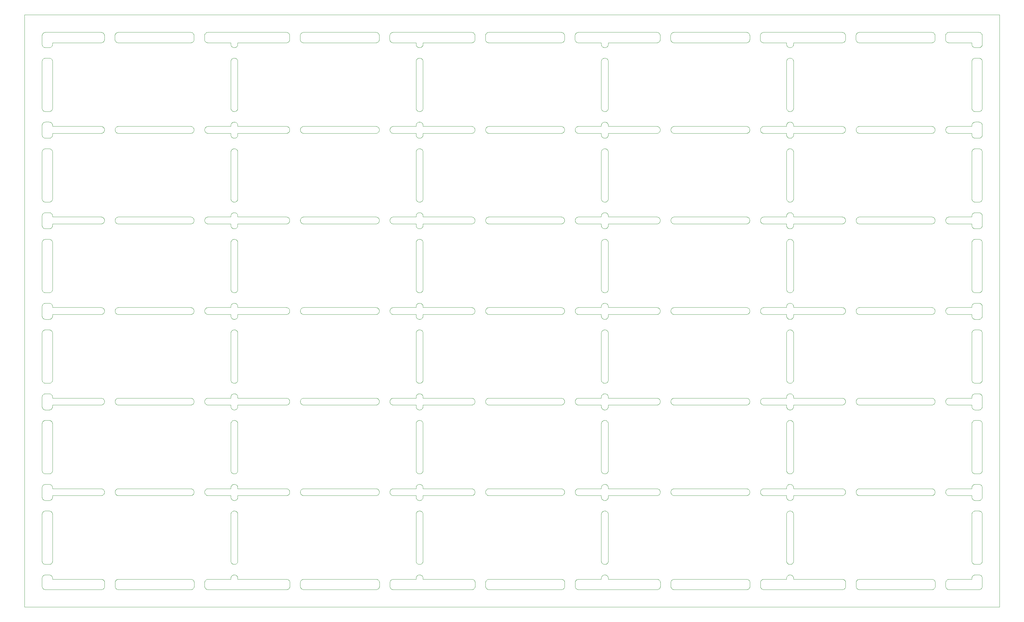
<source format=gbr>
%TF.GenerationSoftware,KiCad,Pcbnew,7.0.2*%
%TF.CreationDate,2023-06-29T11:24:35+02:00*%
%TF.ProjectId,zvukovka_panel,7a76756b-6f76-46b6-915f-70616e656c2e,rev?*%
%TF.SameCoordinates,Original*%
%TF.FileFunction,Profile,NP*%
%FSLAX46Y46*%
G04 Gerber Fmt 4.6, Leading zero omitted, Abs format (unit mm)*
G04 Created by KiCad (PCBNEW 7.0.2) date 2023-06-29 11:24:35*
%MOMM*%
%LPD*%
G01*
G04 APERTURE LIST*
%TA.AperFunction,Profile*%
%ADD10C,0.100000*%
%TD*%
G04 APERTURE END LIST*
D10*
X228568519Y-133342125D02*
X228522380Y-133357368D01*
X229225416Y-80007387D02*
X229225297Y-80007863D01*
X121214966Y-51039966D02*
X121250158Y-51006460D01*
X175934148Y-132918960D02*
X175908152Y-132960012D01*
X282974740Y-110594826D02*
X283013047Y-110624721D01*
X110317125Y-79343519D02*
X110299637Y-79388855D01*
X57205974Y-53203138D02*
X57195328Y-53250549D01*
X34822609Y-105665220D02*
X34790879Y-105627422D01*
X69699637Y-163011144D02*
X69717125Y-163056480D01*
X269075549Y-53970328D02*
X269028138Y-53980974D01*
X282763855Y-50825362D02*
X282808278Y-50845053D01*
X176032368Y-177047380D02*
X176017125Y-177093519D01*
X69732368Y-47047380D02*
X69717125Y-47093519D01*
X120917612Y-129999583D02*
X120918082Y-129999440D01*
X137385012Y-105833152D02*
X137343960Y-105859148D01*
X16625201Y-80008344D02*
X16625129Y-80008830D01*
X69777170Y-54003902D02*
X69776878Y-54004296D01*
X16484148Y-129231039D02*
X16508099Y-129273318D01*
X229227482Y-28003522D02*
X229227170Y-28003902D01*
X88058137Y-105750910D02*
X88023100Y-105718314D01*
X69777482Y-181996477D02*
X69777811Y-181996840D01*
X243930173Y-27599740D02*
X243900278Y-27638047D01*
X269543816Y-52298609D02*
X269577390Y-52334779D01*
X60391900Y-78523318D02*
X60415851Y-78481039D01*
X244008099Y-27476681D02*
X243984148Y-27518960D01*
X174364966Y-77039966D02*
X174400158Y-77006460D01*
X69072380Y-151707368D02*
X69025549Y-151720328D01*
X269824646Y-79024294D02*
X269823804Y-79058576D01*
X280374798Y-28008344D02*
X280374702Y-28007863D01*
X282808278Y-107304946D02*
X282763855Y-107324637D01*
X87791900Y-25523318D02*
X87815851Y-25481039D01*
X174641721Y-162495053D02*
X174686144Y-162475362D01*
X280370703Y-181998121D02*
X280371097Y-181997829D01*
X56283086Y-130001159D02*
X56330816Y-130004626D01*
X163043960Y-157859148D02*
X163001681Y-157883099D01*
X176083344Y-80000201D02*
X176082863Y-80000297D01*
X175508278Y-47654946D02*
X175463855Y-47674637D01*
X34579770Y-184107036D02*
X34576195Y-184058576D01*
X283279946Y-58966721D02*
X283299637Y-59011144D01*
X122358278Y-125654946D02*
X122313855Y-125674637D01*
X176064281Y-51594737D02*
X176070229Y-51642963D01*
X120917612Y-103999583D02*
X120918082Y-103999440D01*
X166585718Y-52844737D02*
X166594025Y-52796861D01*
X283332368Y-158697380D02*
X283317125Y-158743519D01*
X122032036Y-154754770D02*
X122080262Y-154760718D01*
X167098318Y-184883099D02*
X167056039Y-184859148D01*
X120925000Y-158012272D02*
X120924996Y-158012027D01*
X163268539Y-25325158D02*
X163300278Y-25361952D01*
X34594025Y-104796861D02*
X34604671Y-104749450D01*
X60573100Y-105718314D02*
X60539679Y-105684062D01*
X175674740Y-47555173D02*
X175635012Y-47583152D01*
X34936952Y-104224721D02*
X34975259Y-104194826D01*
X69335012Y-102916847D02*
X69374740Y-102944826D01*
X57224646Y-157024294D02*
X57223804Y-157058576D01*
X229225559Y-158006917D02*
X229225416Y-158007387D01*
X174070703Y-158001878D02*
X174070295Y-158001605D01*
X69374740Y-102944826D02*
X69413047Y-102974721D01*
X166575051Y-104988011D02*
X166575054Y-104987769D01*
X166677179Y-105448524D02*
X166657024Y-105405120D01*
X122929704Y-106001605D02*
X122929296Y-106001878D01*
X120935718Y-77594737D02*
X120944025Y-77546861D01*
X190369705Y-130077703D02*
X190414691Y-130097996D01*
X174299721Y-125388047D02*
X174269826Y-125349740D01*
X247567114Y-105799253D02*
X247528526Y-105768490D01*
X228428138Y-159380974D02*
X228380262Y-159389281D01*
X122313855Y-47674637D02*
X122268519Y-47692125D01*
X13720053Y-155316721D02*
X13741900Y-155273318D01*
X121020053Y-132833278D02*
X121000362Y-132788855D01*
X60722110Y-79838028D02*
X60682729Y-79810837D01*
X84418539Y-25325158D02*
X84450278Y-25361952D01*
X67767136Y-129999702D02*
X67767612Y-129999583D01*
X35007188Y-157828055D02*
X34967114Y-157799253D01*
X280374087Y-54006002D02*
X280373877Y-54005558D01*
X229226353Y-129994874D02*
X229226605Y-129995295D01*
X163400592Y-156509095D02*
X163422820Y-156551475D01*
X67915851Y-136881039D02*
X67941847Y-136839987D01*
X140923120Y-105315645D02*
X140909450Y-105269784D01*
X87788990Y-131360792D02*
X87773120Y-131315645D01*
X247536952Y-78224721D02*
X247575259Y-78194826D01*
X280368997Y-132000912D02*
X280368544Y-132000724D01*
X220086952Y-78224721D02*
X220125259Y-78194826D01*
X113814987Y-25166847D02*
X113856039Y-25140851D01*
X175463855Y-73674637D02*
X175418519Y-73692125D01*
X281124450Y-55370328D02*
X281077619Y-55357368D01*
X229230558Y-80001122D02*
X229230125Y-80001353D01*
X137491862Y-52249089D02*
X137526899Y-52281685D01*
X280404671Y-85149450D02*
X280417631Y-85102619D01*
X269600278Y-79638047D02*
X269568539Y-79674841D01*
X121000362Y-77361144D02*
X121020053Y-77316721D01*
X280374942Y-28009809D02*
X280374918Y-28009318D01*
X269845328Y-182749450D02*
X269855974Y-182796861D01*
X174777619Y-159357368D02*
X174731480Y-159342125D01*
X273306039Y-25140851D02*
X273348318Y-25116900D01*
X14025259Y-162594826D02*
X14064987Y-162566847D01*
X120923646Y-51994874D02*
X120923877Y-51994441D01*
X120922829Y-132003902D02*
X120922517Y-132003522D01*
X219972609Y-131665220D02*
X219940879Y-131627422D01*
X113425055Y-156985583D02*
X113425272Y-156976745D01*
X189984877Y-106000000D02*
X176087272Y-106000000D01*
X67772188Y-158003159D02*
X67771840Y-158002811D01*
X56332036Y-27995229D02*
X56283576Y-27998804D01*
X60841721Y-182095053D02*
X60886144Y-182075362D01*
X283332368Y-155452619D02*
X283345328Y-155499450D01*
X31520229Y-27107036D02*
X31514281Y-27155262D01*
X83684877Y-54000000D02*
X69787272Y-54000000D01*
X280569826Y-77150259D02*
X280599721Y-77111952D01*
X247291900Y-130523318D02*
X247315851Y-130481039D01*
X227586952Y-76974721D02*
X227625259Y-76944826D01*
X194869737Y-156010718D02*
X194917963Y-156004770D01*
X31322005Y-104389081D02*
X31350125Y-104427804D01*
X67772829Y-80003902D02*
X67772517Y-80003522D01*
X141049874Y-131572195D02*
X141023658Y-131532160D01*
X34567631Y-27297380D02*
X34554671Y-27250549D01*
X247491518Y-131735842D02*
X247456183Y-131701390D01*
X174074918Y-77990681D02*
X174074942Y-77990190D01*
X121250158Y-107143539D02*
X121214966Y-107110033D01*
X228117963Y-162404770D02*
X228166423Y-162401195D01*
X67779770Y-46857036D02*
X67776195Y-46808576D01*
X174364966Y-155039966D02*
X174400158Y-155006460D01*
X16625201Y-106008344D02*
X16625129Y-106008830D01*
X227881480Y-76807874D02*
X227927619Y-76792631D01*
X60531460Y-184674841D02*
X60499721Y-184638047D01*
X174094025Y-103546861D02*
X174104671Y-103499450D01*
X16625000Y-54409877D02*
X16623804Y-54458576D01*
X174104671Y-103499450D02*
X174117631Y-103452619D01*
X69550278Y-136761952D02*
X69580173Y-136800259D01*
X229225000Y-150759877D02*
X229223804Y-150808576D01*
X68175259Y-154944826D02*
X68214987Y-154916847D01*
X174085718Y-80555262D02*
X174079770Y-80507036D01*
X69413047Y-81175278D02*
X69374740Y-81205173D01*
X219754671Y-130749450D02*
X219767631Y-130702619D01*
X229223804Y-46808576D02*
X229220229Y-46857036D01*
X273480294Y-131922296D02*
X273435308Y-131902003D01*
X269168519Y-131942125D02*
X269122380Y-131957368D01*
X174104671Y-54650549D02*
X174094025Y-54603138D01*
X114316423Y-27998804D02*
X114267963Y-27995229D01*
X247735308Y-131902003D02*
X247691390Y-131879494D01*
X248066206Y-53995079D02*
X248017238Y-53988944D01*
X140999407Y-105490904D02*
X140977179Y-105448524D01*
X175084877Y-180750000D02*
X175133576Y-180751195D01*
X166535718Y-27155262D02*
X166529770Y-27107036D01*
X67762727Y-156000000D02*
X67762972Y-155999996D01*
X67785718Y-163244737D02*
X67794025Y-163196861D01*
X175182036Y-177745229D02*
X175133576Y-177748804D01*
X57270229Y-182892963D02*
X57273804Y-182941423D01*
X167104579Y-53886546D02*
X167062758Y-53863284D01*
X16595328Y-137149450D02*
X16605974Y-137196861D01*
X227218997Y-181999087D02*
X227219441Y-181998877D01*
X176076878Y-181995703D02*
X176077170Y-181996097D01*
X162908652Y-130073123D02*
X162952523Y-130092239D01*
X269708099Y-157476681D02*
X269684148Y-157518960D01*
X163155290Y-130218223D02*
X163191862Y-130249089D01*
X280814987Y-50916847D02*
X280856039Y-50890851D01*
X229129946Y-162966721D02*
X229149637Y-163011144D01*
X68386144Y-29324637D02*
X68341721Y-29304946D01*
X216235012Y-79833152D02*
X216193960Y-79859148D01*
X121983576Y-102751195D02*
X122032036Y-102754770D01*
X229231455Y-103999275D02*
X229231917Y-103999440D01*
X247226405Y-157325586D02*
X247211844Y-157278432D01*
X243885033Y-182289966D02*
X243918539Y-182325158D01*
X122524740Y-125555173D02*
X122485012Y-125583152D01*
X31511166Y-78823650D02*
X31518065Y-78871006D01*
X121817963Y-102754770D02*
X121866423Y-102751195D01*
X69779296Y-158001878D02*
X69778902Y-158002170D01*
X229108099Y-125226681D02*
X229084148Y-125268960D01*
X56658278Y-27904946D02*
X56613855Y-27924637D01*
X122932387Y-132000416D02*
X122931917Y-132000559D01*
X120923121Y-77995703D02*
X120923394Y-77995295D01*
X229226605Y-155995295D02*
X229226878Y-155995703D01*
X68667963Y-58404770D02*
X68716423Y-58401195D01*
X114174450Y-130029671D02*
X114221861Y-130019025D01*
X34575272Y-78976745D02*
X34575281Y-78976684D01*
X247369826Y-78400259D02*
X247399721Y-78361952D01*
X137491862Y-78249089D02*
X137526899Y-78281685D01*
X87919826Y-104400259D02*
X87949721Y-104361952D01*
X60675259Y-182194826D02*
X60714987Y-182166847D01*
X228743960Y-110540851D02*
X228785012Y-110566847D01*
X69787027Y-77999996D02*
X69787272Y-78000000D01*
X190272380Y-79957368D02*
X190225549Y-79970328D01*
X247175329Y-156976195D02*
X247175353Y-156975705D01*
X216674946Y-131012058D02*
X216674943Y-131012307D01*
X120920295Y-77998394D02*
X120920703Y-77998121D01*
X13700362Y-177138855D02*
X13682874Y-177093519D01*
X176064281Y-98905262D02*
X176055974Y-98953138D01*
X121934877Y-125750000D02*
X121915122Y-125750000D01*
X273717963Y-25004770D02*
X273766423Y-25001195D01*
X216385033Y-79710033D02*
X216349841Y-79743539D01*
X229195328Y-51499450D02*
X229205974Y-51546861D01*
X194818637Y-131980377D02*
X194770523Y-131969398D01*
X176070229Y-59292963D02*
X176073804Y-59341423D01*
X69775912Y-80006002D02*
X69775724Y-80006455D01*
X247199651Y-53230612D02*
X247189856Y-53182243D01*
X280367612Y-103999583D02*
X280368082Y-103999440D01*
X280775259Y-50944826D02*
X280814987Y-50916847D01*
X68524450Y-110429671D02*
X68571861Y-110419025D01*
X166864966Y-156289966D02*
X166900158Y-156256460D01*
X114366423Y-130001195D02*
X114415122Y-130000000D01*
X216587519Y-52582574D02*
X216606701Y-52628044D01*
X174241847Y-32839987D02*
X174269826Y-32800259D01*
X228701681Y-107283099D02*
X228658278Y-107304946D01*
X68031460Y-129075158D02*
X68064966Y-129039966D01*
X273573016Y-53956035D02*
X273526234Y-53940321D01*
X88156039Y-27859148D02*
X88114987Y-27833152D01*
X88521861Y-78019025D02*
X88569737Y-78010718D01*
X281267963Y-29395229D02*
X281219737Y-29389281D01*
X140991847Y-27560012D02*
X140965851Y-27518960D01*
X243843816Y-104298609D02*
X243877390Y-104334779D01*
X216243960Y-184859148D02*
X216201681Y-184883099D01*
X269499841Y-105743539D02*
X269463047Y-105775278D01*
X229227482Y-51996477D02*
X229227811Y-51996840D01*
X120912727Y-52000000D02*
X120912972Y-51999996D01*
X227419826Y-110800259D02*
X227449721Y-110761952D01*
X140957024Y-131405120D02*
X140938990Y-131360792D01*
X35098318Y-52116900D02*
X35141721Y-52095053D01*
X174967963Y-47745229D02*
X174919737Y-47739281D01*
X272926405Y-157325586D02*
X272911844Y-157278432D01*
X57264281Y-182844737D02*
X57270229Y-182892963D01*
X34599651Y-131230612D02*
X34589856Y-131182243D01*
X175749841Y-29143539D02*
X175713047Y-29175278D01*
X122931917Y-28000559D02*
X122931455Y-28000724D01*
X13629770Y-28507036D02*
X13626195Y-28458576D01*
X281077619Y-107357368D02*
X281031480Y-107342125D01*
X190082036Y-105995229D02*
X190033576Y-105998804D01*
X56380262Y-53989281D02*
X56332036Y-53995229D01*
X114366913Y-131998840D02*
X114319183Y-131995373D01*
X140876195Y-182941423D02*
X140879770Y-182892963D01*
X280394025Y-155546861D02*
X280404671Y-155499450D01*
X229225559Y-51993082D02*
X229225724Y-51993544D01*
X280374440Y-155993082D02*
X280374583Y-155992612D01*
X229231455Y-158000724D02*
X229231002Y-158000912D01*
X122175549Y-55370328D02*
X122128138Y-55380974D01*
X137782368Y-157297380D02*
X137767125Y-157343519D01*
X229234318Y-132000081D02*
X229233830Y-132000129D01*
X227224275Y-28006455D02*
X227224087Y-28006002D01*
X166975259Y-182194826D02*
X167014987Y-182166847D01*
X67850362Y-54788855D02*
X67832874Y-54743519D01*
X174400158Y-110656460D02*
X174436952Y-110624721D01*
X216670229Y-105107036D02*
X216664281Y-105155262D01*
X194591721Y-52095053D02*
X194636144Y-52075362D01*
X122926122Y-103994441D02*
X122926353Y-103994874D01*
X219725056Y-104987692D02*
X219725055Y-104985579D01*
X229225081Y-106009318D02*
X229225057Y-106009809D01*
X67774870Y-80008830D02*
X67774798Y-80008344D01*
X69658099Y-106876681D02*
X69634148Y-106918960D01*
X190750278Y-157638047D02*
X190718539Y-157674841D01*
X282578138Y-159380974D02*
X282530262Y-159389281D01*
X109625549Y-53970328D02*
X109578138Y-53980974D01*
X280366169Y-77999870D02*
X280366655Y-77999798D01*
X14236144Y-50825362D02*
X14281480Y-50807874D01*
X140950362Y-130611144D02*
X140970053Y-130566721D01*
X121769737Y-107389281D02*
X121721861Y-107380974D01*
X120916169Y-129999870D02*
X120916655Y-129999798D01*
X273041847Y-52439987D02*
X273069826Y-52400259D01*
X16224740Y-162594826D02*
X16263047Y-162624721D01*
X227219874Y-106001353D02*
X227219441Y-106001122D01*
X67915851Y-129231039D02*
X67941847Y-129189987D01*
X35273016Y-79956035D02*
X35226234Y-79940321D01*
X122485012Y-107233152D02*
X122443960Y-107259148D01*
X243643960Y-25140851D02*
X243685012Y-25166847D01*
X113997476Y-79907760D02*
X113954579Y-79886546D01*
X190178138Y-105980974D02*
X190130262Y-105989281D01*
X174071477Y-129997517D02*
X174071840Y-129997188D01*
X84235012Y-157833152D02*
X84193960Y-157859148D01*
X175065122Y-32400000D02*
X175084877Y-32400000D01*
X175463855Y-58475362D02*
X175508278Y-58495053D01*
X219949721Y-184638047D02*
X219919826Y-184599740D01*
X69782387Y-54000416D02*
X69781917Y-54000559D01*
X229084148Y-155231039D02*
X229108099Y-155273318D01*
X229149637Y-111011144D02*
X229167125Y-111056480D01*
X227218544Y-106000724D02*
X227218082Y-106000559D01*
X174132874Y-73093519D02*
X174117631Y-73047380D01*
X69732368Y-151047380D02*
X69717125Y-151093519D01*
X137526899Y-156281685D02*
X137560320Y-156315937D01*
X174436952Y-102974721D02*
X174475259Y-102944826D01*
X69781917Y-158000559D02*
X69781455Y-158000724D01*
X69293960Y-110540851D02*
X69335012Y-110566847D01*
X69775297Y-54007863D02*
X69775201Y-54008344D01*
X227341900Y-132876681D02*
X227320053Y-132833278D01*
X174871861Y-151730974D02*
X174824450Y-151720328D01*
X228701681Y-102866900D02*
X228743960Y-102890851D01*
X244095328Y-53250549D02*
X244082368Y-53297380D01*
X174068082Y-80000559D02*
X174067612Y-80000416D01*
X227224702Y-28007863D02*
X227224583Y-28007387D01*
X67776195Y-54458576D02*
X67775000Y-54409877D01*
X190229476Y-104030601D02*
X190276983Y-104043964D01*
X283049841Y-129006460D02*
X283085033Y-129039966D01*
X69485033Y-103039966D02*
X69518539Y-103075158D01*
X113425000Y-78999003D02*
X113425000Y-78990122D01*
X121364987Y-151583152D02*
X121325259Y-151555173D01*
X30728138Y-131980974D02*
X30680262Y-131989281D01*
X216508152Y-131560012D02*
X216480173Y-131599740D01*
X190929946Y-182566721D02*
X190949637Y-182611144D01*
X269508481Y-104264157D02*
X269543816Y-104298609D01*
X247333262Y-131547321D02*
X247307518Y-131505217D01*
X190834148Y-105518960D02*
X190808152Y-105560012D01*
X120954671Y-80650549D02*
X120944025Y-80603138D01*
X84243960Y-182140851D02*
X84285012Y-182166847D01*
X283049841Y-77006460D02*
X283085033Y-77039966D01*
X228568519Y-162457874D02*
X228613855Y-162475362D01*
X68978138Y-29380974D02*
X68930262Y-29389281D01*
X167516913Y-105998840D02*
X167469183Y-105995373D01*
X122929704Y-51998394D02*
X122930125Y-51998646D01*
X137658152Y-157560012D02*
X137630173Y-157599740D01*
X219735718Y-182844737D02*
X219744025Y-182796861D01*
X190414691Y-52097996D02*
X190458609Y-52120505D01*
X122524740Y-154944826D02*
X122563047Y-154974721D01*
X280373121Y-103995703D02*
X280373394Y-103995295D01*
X69775559Y-181993082D02*
X69775724Y-181993544D01*
X109433576Y-157998804D02*
X109384877Y-158000000D01*
X280470053Y-162966721D02*
X280491900Y-162923318D01*
X229225416Y-129992612D02*
X229225559Y-129993082D01*
X194067631Y-182702619D02*
X194082874Y-182656480D01*
X175908152Y-103189987D02*
X175934148Y-103231039D01*
X280372829Y-80003902D02*
X280372517Y-80003522D01*
X174150362Y-125138855D02*
X174132874Y-125093519D01*
X166657024Y-131405120D02*
X166638990Y-131360792D01*
X283150278Y-84761952D02*
X283180173Y-84800259D01*
X215734580Y-156001233D02*
X215783793Y-156004920D01*
X113912758Y-131863284D02*
X113872110Y-131838028D01*
X167274450Y-27970328D02*
X167227619Y-27957368D01*
X69699637Y-28788855D02*
X69679946Y-28833278D01*
X194375259Y-25194826D02*
X194414987Y-25166847D01*
X194425259Y-104194826D02*
X194464987Y-104166847D01*
X61121677Y-105989603D02*
X61074505Y-105981544D01*
X67794025Y-33196861D02*
X67804671Y-33149450D01*
X16224740Y-154944826D02*
X16263047Y-154974721D01*
X227221840Y-132002811D02*
X227221477Y-132002482D01*
X141282729Y-79810837D02*
X141244709Y-79781776D01*
X60275000Y-78990122D02*
X60275051Y-78988011D01*
X247826234Y-131940321D02*
X247780294Y-131922296D01*
X122358278Y-107304946D02*
X122313855Y-107324637D01*
X67770295Y-103998394D02*
X67770703Y-103998121D01*
X269824938Y-131000003D02*
X269824938Y-131000061D01*
X60499721Y-182361952D02*
X60531460Y-182325158D01*
X247567114Y-53799253D02*
X247528526Y-53768490D01*
X67769874Y-28001353D02*
X67769441Y-28001122D01*
X174777619Y-162442631D02*
X174824450Y-162429671D01*
X216584148Y-182481039D02*
X216608099Y-182523318D01*
X190879946Y-157433278D02*
X190858099Y-157476681D01*
X84670229Y-27107036D02*
X84664281Y-27155262D01*
X247175329Y-104976195D02*
X247175353Y-104975705D01*
X282530262Y-25010718D02*
X282578138Y-25019025D01*
X280986144Y-84475362D02*
X281031480Y-84457874D01*
X57224949Y-156999996D02*
X57224949Y-157000050D01*
X247270053Y-78566721D02*
X247291900Y-78523318D01*
X280374996Y-158012027D02*
X280374942Y-158009809D01*
X84661166Y-130823650D02*
X84668065Y-130871006D01*
X141107952Y-79648236D02*
X141077994Y-79610918D01*
X13741900Y-125226681D02*
X13720053Y-125183278D01*
X16143960Y-102890851D02*
X16185012Y-102916847D01*
X120925000Y-98759877D02*
X120925000Y-85390122D01*
X174919737Y-128760718D02*
X174967963Y-128754770D01*
X227791721Y-177654946D02*
X227748318Y-177633099D01*
X34575061Y-130999938D02*
X34575000Y-130990092D01*
X220006183Y-105701390D02*
X219972609Y-105665220D01*
X14421861Y-76769025D02*
X14469737Y-76760718D01*
X194591721Y-184904946D02*
X194548318Y-184883099D01*
X16628522Y-106002482D02*
X16628159Y-106002811D01*
X16299841Y-103006460D02*
X16335033Y-103039966D01*
X87919826Y-184599740D02*
X87891847Y-184560012D01*
X175418519Y-107342125D02*
X175372380Y-107357368D01*
X243134877Y-25000000D02*
X243183576Y-25001195D01*
X16143960Y-125609148D02*
X16101681Y-125633099D01*
X280599721Y-55038047D02*
X280569826Y-54999740D01*
X175635012Y-128916847D02*
X175674740Y-128944826D01*
X122934318Y-77999918D02*
X122934809Y-77999942D01*
X14517963Y-162404770D02*
X14566423Y-162401195D01*
X67775000Y-46759877D02*
X67775000Y-33390122D01*
X166575281Y-78976684D02*
X166575329Y-78976195D01*
X175133576Y-50751195D02*
X175182036Y-50754770D01*
X67999721Y-77111952D02*
X68031460Y-77075158D01*
X31555974Y-184203138D02*
X31545328Y-184250549D01*
X227586952Y-29175278D02*
X227550158Y-29143539D01*
X140875000Y-130999003D02*
X140875000Y-130990122D01*
X120944025Y-72953138D02*
X120935718Y-72905262D01*
X229225724Y-129993544D02*
X229225912Y-129993997D01*
X114366423Y-182001195D02*
X114415122Y-182000000D01*
X167141721Y-184904946D02*
X167098318Y-184883099D01*
X269258278Y-105904946D02*
X269213855Y-105924637D01*
X13700362Y-129361144D02*
X13720053Y-129316721D01*
X110150278Y-27638047D02*
X110118539Y-27674841D01*
X174364966Y-133110033D02*
X174331460Y-133074841D01*
X280450362Y-73138855D02*
X280432874Y-73093519D01*
X247648318Y-27883099D02*
X247606039Y-27859148D01*
X113872110Y-105838028D02*
X113832729Y-105810837D01*
X283049841Y-110656460D02*
X283085033Y-110689966D01*
X227224996Y-54012027D02*
X227224942Y-54009809D01*
X227229770Y-111292963D02*
X227235718Y-111244737D01*
X167419737Y-78010718D02*
X167467963Y-78004770D01*
X30822380Y-157957368D02*
X30775549Y-157970328D01*
X216632368Y-53297380D02*
X216617125Y-53343519D01*
X15828138Y-73730974D02*
X15780262Y-73739281D01*
X283208152Y-158960012D02*
X283180173Y-158999740D01*
X176079704Y-28001605D02*
X176079296Y-28001878D01*
X120926195Y-103691423D02*
X120929770Y-103642963D01*
X88014966Y-184710033D02*
X87981460Y-184674841D01*
X109858278Y-182095053D02*
X109901681Y-182116900D01*
X176055974Y-158603138D02*
X176045328Y-158650549D01*
X227224702Y-103992136D02*
X227224798Y-103991655D01*
X176073804Y-80458576D02*
X176070229Y-80507036D01*
X243378138Y-182019025D02*
X243425549Y-182029671D01*
X122668539Y-129075158D02*
X122700278Y-129111952D01*
X228863047Y-99525278D02*
X228824740Y-99555173D01*
X35056039Y-52140851D02*
X35098318Y-52116900D01*
X280373121Y-54004296D02*
X280372829Y-54003902D01*
X16484148Y-54918960D02*
X16458152Y-54960012D01*
X16634809Y-77999942D02*
X16637027Y-77999996D01*
X120924870Y-28008830D02*
X120924798Y-28008344D01*
X60608137Y-157750910D02*
X60573100Y-157718314D01*
X69782863Y-28000297D02*
X69782387Y-28000416D01*
X228021861Y-136419025D02*
X228069737Y-136410718D01*
X227223877Y-106005558D02*
X227223646Y-106005125D01*
X227219441Y-103998877D02*
X227219874Y-103998646D01*
X247220053Y-27433278D02*
X247200362Y-27388855D01*
X56992047Y-130351763D02*
X57022005Y-130389081D01*
X190727390Y-52334779D02*
X190759120Y-52372577D01*
X16629704Y-129998394D02*
X16630125Y-129998646D01*
X141139679Y-79684062D02*
X141107952Y-79648236D01*
X31300278Y-53638047D02*
X31268539Y-53674841D01*
X14236144Y-125674637D02*
X14191721Y-125654946D01*
X8634809Y-20000057D02*
X8634318Y-20000081D01*
X174062972Y-103999996D02*
X174065190Y-103999942D01*
X8625081Y-20009318D02*
X8625057Y-20009809D01*
X113786952Y-156224721D02*
X113825259Y-156194826D01*
X166741847Y-182439987D02*
X166769826Y-182400259D01*
X190834148Y-53518960D02*
X190808152Y-53560012D01*
X174094025Y-111196861D02*
X174104671Y-111149450D01*
X175182036Y-159395229D02*
X175133576Y-159398804D01*
X137295420Y-104113453D02*
X137337241Y-104136715D01*
X163043960Y-105859148D02*
X163001681Y-105883099D01*
X110049841Y-79743539D02*
X110013047Y-79775278D01*
X281124450Y-159370328D02*
X281077619Y-159357368D01*
X68298318Y-99633099D02*
X68256039Y-99609148D01*
X227215190Y-155999942D02*
X227215681Y-155999918D01*
X67775000Y-124759877D02*
X67775000Y-111390122D01*
X67804671Y-47000549D02*
X67794025Y-46953138D01*
X273668637Y-79980377D02*
X273620523Y-79969398D01*
X194141900Y-52523318D02*
X194165851Y-52481039D01*
X247175056Y-78987692D02*
X247175055Y-78985579D01*
X229232387Y-103999583D02*
X229232863Y-103999702D01*
X175084877Y-125750000D02*
X175065122Y-125750000D01*
X68784877Y-58400000D02*
X68833576Y-58401195D01*
X16630125Y-132001353D02*
X16629704Y-132001605D01*
X84526341Y-104467839D02*
X84550592Y-104509095D01*
X227550158Y-32656460D02*
X227586952Y-32624721D01*
X174215851Y-103231039D02*
X174241847Y-103189987D01*
X229234809Y-155999942D02*
X229237027Y-155999996D01*
X176032368Y-132697380D02*
X176017125Y-132743519D01*
X194630294Y-105922296D02*
X194585308Y-105902003D01*
X67767136Y-155999702D02*
X67767612Y-155999583D01*
X68100158Y-136656460D02*
X68136952Y-136624721D01*
X176080125Y-181998646D02*
X176080558Y-181998877D01*
X69775724Y-51993544D02*
X69775912Y-51993997D01*
X113723100Y-53718314D02*
X113689679Y-53684062D01*
X120935718Y-150905262D02*
X120929770Y-150857036D01*
X69580173Y-151349740D02*
X69550278Y-151388047D01*
X141077994Y-79610918D02*
X141049874Y-79572195D01*
X273099721Y-104361952D02*
X273131460Y-104325158D01*
X122925000Y-181740122D02*
X122925000Y-181987727D01*
X174475259Y-133205173D02*
X174436952Y-133175278D01*
X113425002Y-156999023D02*
X113425000Y-156999003D01*
X35565122Y-104000000D02*
X56235124Y-104000000D01*
X163400592Y-78509095D02*
X163422820Y-78551475D01*
X174075000Y-129740122D02*
X174076195Y-129691423D01*
X280374918Y-103990681D02*
X280374942Y-103990190D01*
X190973804Y-27058576D02*
X190970229Y-27107036D01*
X69025549Y-110429671D02*
X69072380Y-110442631D01*
X67999721Y-55038047D02*
X67969826Y-54999740D01*
X167419737Y-52010718D02*
X167467963Y-52004770D01*
X219725056Y-78987692D02*
X219725055Y-78985579D01*
X176083344Y-28000201D02*
X176082863Y-28000297D01*
X16143960Y-58540851D02*
X16185012Y-58566847D01*
X216660143Y-52817756D02*
X216667515Y-52866553D01*
X67785718Y-51594737D02*
X67794025Y-51546861D01*
X176075000Y-80409877D02*
X176073804Y-80458576D01*
X137790549Y-156730215D02*
X137801987Y-156776683D01*
X229232863Y-103999702D02*
X229233344Y-103999798D01*
X68031460Y-29074841D02*
X67999721Y-29038047D01*
X220241390Y-157879494D02*
X220198648Y-157854824D01*
X194004671Y-27250549D02*
X193994025Y-27203138D01*
X227217612Y-80000416D02*
X227217136Y-80000297D01*
X175749841Y-129006460D02*
X175785033Y-129039966D01*
X69777482Y-28003522D02*
X69777170Y-28003902D01*
X57080173Y-182400259D02*
X57108152Y-182439987D01*
X280372188Y-51996840D02*
X280372517Y-51996477D01*
X227282874Y-33056480D02*
X227300362Y-33011144D01*
X113758137Y-131750910D02*
X113723100Y-131718314D01*
X174070295Y-80001605D02*
X174069874Y-80001353D01*
X194050362Y-27388855D02*
X194032874Y-27343519D01*
X175958099Y-158876681D02*
X175934148Y-158918960D01*
X273356039Y-184859148D02*
X273314987Y-184833152D01*
X69775912Y-103993997D02*
X69776122Y-103994441D01*
X122222380Y-73707368D02*
X122175549Y-73720328D01*
X288371097Y-189997829D02*
X288371477Y-189997517D01*
X120918544Y-51999275D02*
X120918997Y-51999087D01*
X14327619Y-32442631D02*
X14374450Y-32429671D01*
X194498648Y-157854824D02*
X194457188Y-157828055D01*
X174074996Y-80012027D02*
X174074942Y-80009809D01*
X87725055Y-104985583D02*
X87725272Y-104976745D01*
X67999721Y-51111952D02*
X68031460Y-51075158D01*
X176073804Y-98808576D02*
X176070229Y-98857036D01*
X176079296Y-80001878D02*
X176078902Y-80002170D01*
X283180173Y-158999740D02*
X283150278Y-159038047D01*
X8626122Y-20005558D02*
X8625912Y-20006002D01*
X69778159Y-129997188D02*
X69778522Y-129997517D01*
X288374702Y-20007863D02*
X288374583Y-20007387D01*
X122925129Y-28008830D02*
X122925081Y-28009318D01*
X176075416Y-80007387D02*
X176075297Y-80007863D01*
X216623594Y-104674413D02*
X216638155Y-104721567D01*
X87725000Y-104990122D02*
X87725051Y-104988011D01*
X87782874Y-184343519D02*
X87767631Y-184297380D01*
X227300362Y-125138855D02*
X227282874Y-125093519D01*
X137122380Y-105957368D02*
X137075549Y-105970328D01*
X282578138Y-102769025D02*
X282625549Y-102779671D01*
X280394025Y-124953138D02*
X280385718Y-124905262D01*
X16631917Y-132000559D02*
X16631455Y-132000724D01*
X243184580Y-52001233D02*
X243233793Y-52004920D01*
X141314987Y-104166847D02*
X141356039Y-104140851D01*
X273573016Y-79956035D02*
X273526234Y-79940321D01*
X122931455Y-80000724D02*
X122931002Y-80000912D01*
X34822609Y-131665220D02*
X34790879Y-131627422D01*
X228863047Y-76974721D02*
X228899841Y-77006460D01*
X14374450Y-180779671D02*
X14421861Y-180769025D01*
X166982729Y-157810837D02*
X166944709Y-157781776D01*
X280374087Y-132006002D02*
X280373877Y-132005558D01*
X281267963Y-81395229D02*
X281219737Y-81389281D01*
X87725051Y-130988011D02*
X87725054Y-130987769D01*
X273307188Y-131828055D02*
X273267114Y-131799253D01*
X120915190Y-51999942D02*
X120915681Y-51999918D01*
X68978138Y-55380974D02*
X68930262Y-55389281D01*
X283317125Y-85056480D02*
X283332368Y-85102619D01*
X228215122Y-99750000D02*
X228166423Y-99748804D01*
X269824938Y-79000003D02*
X269824938Y-79000061D01*
X228522380Y-99707368D02*
X228475549Y-99720328D01*
X163235033Y-53710033D02*
X163199841Y-53743539D01*
X244110143Y-52817756D02*
X244117515Y-52866553D01*
X174072517Y-28003522D02*
X174072188Y-28003159D01*
X280374702Y-155992136D02*
X280374798Y-155991655D01*
X120916655Y-158000201D02*
X120916169Y-158000129D01*
X69335012Y-154916847D02*
X69374740Y-154944826D01*
X122563047Y-151525278D02*
X122524740Y-151555173D01*
X16224740Y-128944826D02*
X16263047Y-128974721D01*
X121674450Y-125720328D02*
X121627619Y-125707368D01*
X13819826Y-32800259D02*
X13849721Y-32761952D01*
X229223804Y-129691423D02*
X229225000Y-129740122D01*
X280368082Y-129999440D02*
X280368544Y-129999275D01*
X137630173Y-25400259D02*
X137658152Y-25439987D01*
X272825000Y-25990122D02*
X272826195Y-25941423D01*
X273816423Y-78001195D02*
X273865122Y-78000000D01*
X280569826Y-32800259D02*
X280599721Y-32761952D01*
X16625201Y-28008344D02*
X16625129Y-28008830D01*
X282935012Y-76916847D02*
X282974740Y-76944826D01*
X219726195Y-184058576D02*
X219725000Y-184009877D01*
X174269826Y-99349740D02*
X174241847Y-99310012D01*
X273391390Y-105879494D02*
X273348648Y-105854824D01*
X248066423Y-27998804D02*
X248017963Y-27995229D01*
X163524646Y-53024294D02*
X163523804Y-53058576D01*
X83925549Y-105970328D02*
X83878138Y-105980974D01*
X137618539Y-184674841D02*
X137585033Y-184710033D01*
X121581480Y-58457874D02*
X121627619Y-58442631D01*
X84313047Y-105775278D02*
X84274740Y-105805173D01*
X69518539Y-159074841D02*
X69485033Y-159110033D01*
X68978138Y-162419025D02*
X69025549Y-162429671D01*
X68175259Y-180944826D02*
X68214987Y-180916847D01*
X229223804Y-51691423D02*
X229225000Y-51740122D01*
X120918997Y-77999087D02*
X120919441Y-77998877D01*
X174475259Y-128944826D02*
X174514987Y-128916847D01*
X69779704Y-54001605D02*
X69779296Y-54001878D01*
X176075724Y-28006455D02*
X176075559Y-28006917D01*
X88086952Y-156224721D02*
X88125259Y-156194826D01*
X69770229Y-59292963D02*
X69773804Y-59341423D01*
X69485033Y-151460033D02*
X69449841Y-151493539D01*
X109385124Y-156000000D02*
X109433086Y-156001159D01*
X228069737Y-154760718D02*
X228117963Y-154754770D01*
X67779770Y-59292963D02*
X67785718Y-59244737D01*
X174094025Y-158603138D02*
X174085718Y-158555262D01*
X120915681Y-181999918D02*
X120916169Y-181999870D01*
X194774450Y-78029671D02*
X194821861Y-78019025D01*
X283118539Y-129075158D02*
X283150278Y-129111952D01*
X229030173Y-58800259D02*
X229058152Y-58839987D01*
X34864966Y-156289966D02*
X34900158Y-156256460D01*
X122930558Y-132001122D02*
X122930125Y-132001353D01*
X69775724Y-129993544D02*
X69775912Y-129993997D01*
X280700158Y-125493539D02*
X280664966Y-125460033D01*
X16629296Y-155998121D02*
X16629704Y-155998394D01*
X282384877Y-125750000D02*
X281365122Y-125750000D01*
X121181460Y-181075158D02*
X121214966Y-181039966D01*
X219729770Y-156892963D02*
X219735718Y-156844737D01*
X13625000Y-85390122D02*
X13626195Y-85341423D01*
X67776195Y-33341423D02*
X67779770Y-33292963D01*
X191025000Y-182990122D02*
X191025000Y-184009877D01*
X247607188Y-157828055D02*
X247567114Y-157799253D01*
X60644709Y-79781776D02*
X60608137Y-79750910D01*
X140950362Y-78611144D02*
X140970053Y-78566721D01*
X281031480Y-55342125D02*
X280986144Y-55324637D01*
X16625000Y-72759877D02*
X16623804Y-72808576D01*
X283234148Y-110881039D02*
X283258099Y-110923318D01*
X280373394Y-181995295D02*
X280373646Y-181994874D01*
X113541900Y-104523318D02*
X113565851Y-104481039D01*
X31523804Y-25941423D02*
X31525000Y-25990122D01*
X122925201Y-106008344D02*
X122925129Y-106008830D01*
X14064987Y-81233152D02*
X14025259Y-81205173D01*
X175880173Y-181150259D02*
X175908152Y-181189987D01*
X122313855Y-32475362D02*
X122358278Y-32495053D01*
X216201351Y-156145175D02*
X216242811Y-156171944D01*
X16484148Y-106918960D02*
X16458152Y-106960012D01*
X67915851Y-103231039D02*
X67941847Y-103189987D01*
X190780173Y-25400259D02*
X190808152Y-25439987D01*
X140932874Y-104656480D02*
X140950362Y-104611144D01*
X13654671Y-51499450D02*
X13667631Y-51452619D01*
X167277619Y-78042631D02*
X167324450Y-78029671D01*
X176075559Y-129993082D02*
X176075724Y-129993544D01*
X228428138Y-128769025D02*
X228475549Y-128779671D01*
X228428138Y-107380974D02*
X228380262Y-107389281D01*
X194191847Y-182439987D02*
X194219826Y-182400259D01*
X13950158Y-58656460D02*
X13986952Y-58624721D01*
X110180173Y-27599740D02*
X110150278Y-27638047D01*
X120924870Y-106008830D02*
X120924798Y-106008344D01*
X227625259Y-154944826D02*
X227664987Y-154916847D01*
X68136952Y-133175278D02*
X68100158Y-133143539D01*
X110041862Y-78249089D02*
X110076899Y-78281685D01*
X247873016Y-131956035D02*
X247826234Y-131940321D01*
X16582368Y-73047380D02*
X16567125Y-73093519D01*
X16625297Y-129992136D02*
X16625416Y-129992612D01*
X113425037Y-157033559D02*
X113425050Y-157000003D01*
X67774087Y-132006002D02*
X67773877Y-132005558D01*
X14566423Y-154751195D02*
X14615122Y-154750000D01*
X174074870Y-129991169D02*
X174074918Y-129990681D01*
X166575272Y-52976745D02*
X166575281Y-52976684D01*
X162822380Y-131957368D02*
X162775549Y-131970328D01*
X141721677Y-157989603D02*
X141674505Y-157981544D01*
X67765681Y-77999918D02*
X67766169Y-77999870D01*
X280370295Y-77998394D02*
X280370703Y-77998121D01*
X122928159Y-106002811D02*
X122927811Y-106003159D01*
X220291721Y-52095053D02*
X220336144Y-52075362D01*
X228021861Y-29380974D02*
X227974450Y-29370328D01*
X31085012Y-157833152D02*
X31043960Y-157859148D01*
X35135308Y-105902003D02*
X35091390Y-105879494D01*
X16101681Y-162516900D02*
X16143960Y-162540851D01*
X190899637Y-27388855D02*
X190879946Y-27433278D01*
X247464966Y-182289966D02*
X247500158Y-182256460D01*
X272889856Y-131182243D02*
X272882484Y-131133446D01*
X162872380Y-184957368D02*
X162825549Y-184970328D01*
X280700158Y-110656460D02*
X280736952Y-110624721D01*
X67765190Y-51999942D02*
X67765681Y-51999918D01*
X283085033Y-81110033D02*
X283049841Y-81143539D01*
X15828138Y-159380974D02*
X15780262Y-159389281D01*
X69777811Y-155996840D02*
X69778159Y-155997188D01*
X282974740Y-102944826D02*
X283013047Y-102974721D01*
X67804671Y-132650549D02*
X67794025Y-132603138D01*
X122849637Y-59011144D02*
X122867125Y-59056480D01*
X87949721Y-130361952D02*
X87981460Y-130325158D01*
X109672380Y-157957368D02*
X109625549Y-157970328D01*
X35466206Y-79995079D02*
X35417238Y-79988944D01*
X228021861Y-76769025D02*
X228069737Y-76760718D01*
X137824962Y-52966440D02*
X137824949Y-52999996D01*
X56608652Y-156073123D02*
X56652523Y-156092239D01*
X174094025Y-33196861D02*
X174104671Y-33149450D01*
X280366169Y-51999870D02*
X280366655Y-51999798D01*
X16614281Y-158555262D02*
X16605974Y-158603138D01*
X16224740Y-73555173D02*
X16185012Y-73583152D01*
X248165122Y-185000000D02*
X248116423Y-184998804D01*
X84235012Y-79833152D02*
X84193960Y-79859148D01*
X68431480Y-162457874D02*
X68477619Y-162442631D01*
X216235012Y-105833152D02*
X216193960Y-105859148D01*
X229233344Y-106000201D02*
X229232863Y-106000297D01*
X194457188Y-157828055D02*
X194417114Y-157799253D01*
X16484148Y-84881039D02*
X16508099Y-84923318D01*
X141865122Y-182000000D02*
X162584877Y-182000000D01*
X162868519Y-131942125D02*
X162822380Y-131957368D01*
X176084318Y-158000081D02*
X176083830Y-158000129D01*
X229226353Y-155994874D02*
X229226605Y-155995295D01*
X114224505Y-105981544D02*
X114177777Y-105971216D01*
X30952523Y-104092239D02*
X30995420Y-104113453D01*
X67769441Y-54001122D02*
X67768997Y-54000912D01*
X227974450Y-81370328D02*
X227927619Y-81357368D01*
X190083793Y-104004920D02*
X190132761Y-104011055D01*
X175508278Y-162495053D02*
X175551681Y-162516900D01*
X88427619Y-52042631D02*
X88474450Y-52029671D01*
X228380262Y-159389281D02*
X228332036Y-159395229D01*
X122925000Y-28409877D02*
X122923804Y-28458576D01*
X227625259Y-81205173D02*
X227586952Y-81175278D01*
X8625912Y-20006002D02*
X8625724Y-20006455D01*
X137824727Y-105023254D02*
X137824718Y-105023315D01*
X228863047Y-55175278D02*
X228824740Y-55205173D01*
X174071097Y-28002170D02*
X174070703Y-28001878D01*
X229228159Y-181997188D02*
X229228522Y-181997517D01*
X136978322Y-78010396D02*
X137025494Y-78018455D01*
X34594025Y-78796861D02*
X34604671Y-78749450D01*
X140875281Y-104976684D02*
X140875329Y-104976195D01*
X122485012Y-151583152D02*
X122443960Y-151609148D01*
X15875549Y-76779671D02*
X15922380Y-76792631D01*
X174241847Y-47310012D02*
X174215851Y-47268960D01*
X227419826Y-84800259D02*
X227449721Y-84761952D01*
X141719737Y-130010718D02*
X141767963Y-130004770D01*
X120924918Y-51990681D02*
X120924942Y-51990190D01*
X283317125Y-155406480D02*
X283332368Y-155452619D01*
X137630173Y-79599740D02*
X137600278Y-79638047D01*
X280365190Y-132000057D02*
X280362972Y-132000003D01*
X122128138Y-76769025D02*
X122175549Y-76779671D01*
X8625000Y-20012272D02*
X8625000Y-189987727D01*
X273766206Y-79995079D02*
X273717238Y-79988944D01*
X273398318Y-130116900D02*
X273441721Y-130095053D01*
X174074798Y-106008344D02*
X174074702Y-106007863D01*
X57142975Y-52594879D02*
X57161009Y-52639207D01*
X280366169Y-80000129D02*
X280365681Y-80000081D01*
X174191900Y-129273318D02*
X174215851Y-129231039D01*
X121364987Y-110566847D02*
X121406039Y-110540851D01*
X163511166Y-104823650D02*
X163518065Y-104871006D01*
X174072188Y-158003159D02*
X174071840Y-158002811D01*
X35417963Y-25004770D02*
X35466423Y-25001195D01*
X229227811Y-132003159D02*
X229227482Y-132003522D01*
X57224670Y-157023804D02*
X57224646Y-157024294D01*
X14148318Y-151633099D02*
X14106039Y-151609148D01*
X247971861Y-156019025D02*
X248019737Y-156010718D01*
X121934877Y-110400000D02*
X121983576Y-110401195D01*
X113425055Y-104985583D02*
X113425272Y-104976745D01*
X174475259Y-136594826D02*
X174514987Y-136566847D01*
X83684877Y-80000000D02*
X69787272Y-80000000D01*
X269258278Y-157904946D02*
X269213855Y-157924637D01*
X228935033Y-136689966D02*
X228968539Y-136725158D01*
X114036144Y-184924637D02*
X113991721Y-184904946D01*
X57214281Y-131155262D02*
X57205974Y-131203138D01*
X280450362Y-59011144D02*
X280470053Y-58966721D01*
X220198648Y-157854824D02*
X220157188Y-157828055D01*
X269078138Y-182019025D02*
X269125549Y-182029671D01*
X69775003Y-54012027D02*
X69775000Y-54012272D01*
X16620229Y-59292963D02*
X16623804Y-59341423D01*
X84349841Y-25256460D02*
X84385033Y-25289966D01*
X16582368Y-51452619D02*
X16595328Y-51499450D01*
X84435033Y-184710033D02*
X84399841Y-184743539D01*
X13849721Y-47388047D02*
X13819826Y-47349740D01*
X69208278Y-102845053D02*
X69251681Y-102866900D01*
X69208278Y-125654946D02*
X69163855Y-125674637D01*
X229231455Y-155999275D02*
X229231917Y-155999440D01*
X34900158Y-182256460D02*
X34936952Y-182224721D01*
X60317631Y-104702619D02*
X60332874Y-104656480D01*
X34769826Y-104400259D02*
X34799721Y-104361952D01*
X228743960Y-32540851D02*
X228785012Y-32566847D01*
X273200158Y-156256460D02*
X273236952Y-156224721D01*
X16605974Y-54603138D02*
X16595328Y-54650549D01*
X84674944Y-79014416D02*
X84674727Y-79023254D01*
X35098318Y-182116900D02*
X35141721Y-182095053D01*
X69775724Y-158006455D02*
X69775559Y-158006917D01*
X220164987Y-130166847D02*
X220206039Y-130140851D01*
X282433576Y-29398804D02*
X282384877Y-29400000D01*
X194548318Y-182116900D02*
X194591721Y-182095053D01*
X227222517Y-54003522D02*
X227222188Y-54003159D01*
X67999721Y-47388047D02*
X67969826Y-47349740D01*
X120929770Y-103642963D02*
X120935718Y-103594737D01*
X110368065Y-130871006D02*
X110372667Y-130918640D01*
X69293960Y-58540851D02*
X69335012Y-58566847D01*
X122937272Y-28000000D02*
X122937027Y-28000003D01*
X56518396Y-78041358D02*
X56563908Y-78056150D01*
X174071840Y-80002811D02*
X174071477Y-80002482D01*
X67774583Y-155992612D02*
X67774702Y-155992136D01*
X174641721Y-55304946D02*
X174598318Y-55283099D01*
X15922380Y-32442631D02*
X15968519Y-32457874D01*
X15683576Y-50751195D02*
X15732036Y-50754770D01*
X69251681Y-73633099D02*
X69208278Y-73654946D01*
X140923120Y-79315645D02*
X140909450Y-79269784D01*
X162678322Y-156010396D02*
X162725494Y-156018455D01*
X174132874Y-54743519D02*
X174117631Y-54697380D01*
X122668539Y-162725158D02*
X122700278Y-162761952D01*
X280374996Y-106012027D02*
X280374942Y-106009809D01*
X194249721Y-52361952D02*
X194281460Y-52325158D01*
X69781917Y-51999440D02*
X69782387Y-51999583D01*
X243183576Y-131998804D02*
X243134877Y-132000000D01*
X167104579Y-105886546D02*
X167062758Y-105863284D01*
X227625259Y-136594826D02*
X227664987Y-136566847D01*
X113689679Y-79684062D02*
X113657952Y-79648236D01*
X16185012Y-29233152D02*
X16143960Y-29259148D01*
X247175272Y-104976745D02*
X247175281Y-104976684D01*
X269343960Y-27859148D02*
X269301681Y-27883099D01*
X268980262Y-53989281D02*
X268932036Y-53995229D01*
X227586952Y-102974721D02*
X227625259Y-102944826D01*
X244095328Y-79250549D02*
X244082368Y-79297380D01*
X68978138Y-84419025D02*
X69025549Y-84429671D01*
X283279946Y-73183278D02*
X283258099Y-73226681D01*
X121769737Y-58410718D02*
X121817963Y-58404770D01*
X137435012Y-182166847D02*
X137474740Y-182194826D01*
X280664966Y-181039966D02*
X280700158Y-181006460D01*
X190130262Y-25010718D02*
X190178138Y-25019025D01*
X227215681Y-51999918D02*
X227216169Y-51999870D01*
X16224740Y-107205173D02*
X16185012Y-107233152D01*
X122700278Y-47388047D02*
X122668539Y-47424841D01*
X220164987Y-182166847D02*
X220206039Y-182140851D01*
X60226195Y-27058576D02*
X60225000Y-27009877D01*
X120924440Y-129993082D02*
X120924583Y-129992612D01*
X137630173Y-131599740D02*
X137600278Y-131638047D01*
X67915851Y-51231039D02*
X67941847Y-51189987D01*
X269424740Y-79805173D02*
X269385012Y-79833152D01*
X166575055Y-130985583D02*
X166575272Y-130976745D01*
X269684148Y-105518960D02*
X269658152Y-105560012D01*
X162918519Y-184942125D02*
X162872380Y-184957368D01*
X68524450Y-177720328D02*
X68477619Y-177707368D01*
X30818396Y-156041358D02*
X30863908Y-156056150D01*
X194025061Y-156999938D02*
X194025000Y-156990092D01*
X13720053Y-151183278D02*
X13700362Y-151138855D01*
X137301681Y-131883099D02*
X137258278Y-131904946D01*
X122599841Y-181006460D02*
X122635033Y-181039966D01*
X69775912Y-132006002D02*
X69775724Y-132006455D01*
X272875074Y-53035054D02*
X272875061Y-52999996D01*
X227625259Y-151555173D02*
X227586952Y-151525278D01*
X110299637Y-79388855D02*
X110279946Y-79433278D01*
X272917631Y-52702619D02*
X272932874Y-52656480D01*
X190034580Y-156001233D02*
X190083793Y-156004920D01*
X122175549Y-133370328D02*
X122128138Y-133380974D01*
X163461009Y-104639207D02*
X163476879Y-104684354D01*
X216242811Y-130171944D02*
X216282885Y-130200746D01*
X31524727Y-53023254D02*
X31524718Y-53023315D01*
X60675259Y-156194826D02*
X60714987Y-156166847D01*
X247291900Y-182523318D02*
X247315851Y-182481039D01*
X283299637Y-54788855D02*
X283279946Y-54833278D01*
X190034877Y-182000000D02*
X190083576Y-182001195D01*
X113941721Y-25095053D02*
X113986144Y-25075362D01*
X120982874Y-77406480D02*
X121000362Y-77361144D01*
X280373877Y-80005558D02*
X280373646Y-80005125D01*
X273531480Y-52057874D02*
X273577619Y-52042631D01*
X247175329Y-130976195D02*
X247175353Y-130975705D01*
X16400278Y-103111952D02*
X16430173Y-103150259D01*
X269824646Y-53024294D02*
X269823804Y-53058576D01*
X84376899Y-78281685D02*
X84410320Y-78315937D01*
X122925081Y-158009318D02*
X122925057Y-158009809D01*
X228899841Y-107143539D02*
X228863047Y-107175278D01*
X175230262Y-107389281D02*
X175182036Y-107395229D01*
X166525000Y-27009877D02*
X166525000Y-25990122D01*
X283013047Y-110624721D02*
X283049841Y-110656460D01*
X190685033Y-53710033D02*
X190649841Y-53743539D01*
X280631460Y-51075158D02*
X280664966Y-51039966D01*
X60636952Y-78224721D02*
X60675259Y-78194826D01*
X280450362Y-54788855D02*
X280432874Y-54743519D01*
X137252523Y-156092239D02*
X137295420Y-156113453D01*
X110374999Y-105009902D02*
X110374948Y-105011988D01*
X228613855Y-55324637D02*
X228568519Y-55342125D01*
X247456183Y-131701390D02*
X247422609Y-131665220D01*
X68619737Y-162410718D02*
X68667963Y-162404770D01*
X220616206Y-131995079D02*
X220567238Y-131988944D01*
X69764281Y-46905262D02*
X69755974Y-46953138D01*
X227791721Y-29304946D02*
X227748318Y-29283099D01*
X13741900Y-54876681D02*
X13720053Y-54833278D01*
X227224087Y-181993997D02*
X227224275Y-181993544D01*
X190083793Y-156004920D02*
X190132761Y-156011055D01*
X140991900Y-182523318D02*
X141015851Y-182481039D01*
X227254671Y-125000549D02*
X227244025Y-124953138D01*
X227218544Y-77999275D02*
X227218997Y-77999087D01*
X84068519Y-184942125D02*
X84022380Y-184957368D01*
X269600278Y-131638047D02*
X269568539Y-131674841D01*
X176017125Y-125093519D02*
X175999637Y-125138855D01*
X219919826Y-130400259D02*
X219949721Y-130361952D01*
X280736952Y-159175278D02*
X280700158Y-159143539D01*
X280369441Y-54001122D02*
X280368997Y-54000912D01*
X175418519Y-133342125D02*
X175372380Y-133357368D01*
X216638155Y-130721567D02*
X216650348Y-130769387D01*
X35277619Y-52042631D02*
X35324450Y-52029671D01*
X69773804Y-77691423D02*
X69775000Y-77740122D01*
X174686144Y-32475362D02*
X174731480Y-32457874D01*
X247780294Y-79922296D02*
X247735308Y-79902003D01*
X67770295Y-129998394D02*
X67770703Y-129998121D01*
X244008099Y-79476681D02*
X243984148Y-79518960D01*
X190788927Y-104411909D02*
X190816737Y-104452678D01*
X87735718Y-130844737D02*
X87744025Y-130796861D01*
X122524740Y-50944826D02*
X122563047Y-50974721D01*
X56658278Y-53904946D02*
X56613855Y-53924637D01*
X69782387Y-80000416D02*
X69781917Y-80000559D01*
X30872380Y-182042631D02*
X30918519Y-182057874D01*
X13635718Y-176905262D02*
X13629770Y-176857036D01*
X216313047Y-79775278D02*
X216274740Y-79805173D01*
X174331460Y-47424841D02*
X174299721Y-47388047D01*
X175979946Y-80833278D02*
X175958099Y-80876681D01*
X31524670Y-131023804D02*
X31524646Y-131024294D01*
X228658278Y-29304946D02*
X228613855Y-29324637D01*
X113482874Y-104656480D02*
X113500362Y-104611144D01*
X16633344Y-77999798D02*
X16633830Y-77999870D01*
X229225724Y-106006455D02*
X229225559Y-106006917D01*
X16013855Y-159324637D02*
X15968519Y-159342125D01*
X69787272Y-182000000D02*
X83734877Y-182000000D01*
X190967515Y-78866553D02*
X190972447Y-78915656D01*
X109530262Y-53989281D02*
X109482036Y-53995229D01*
X137337241Y-104136715D02*
X137377889Y-104161971D01*
X190228138Y-182019025D02*
X190275549Y-182029671D01*
X227224918Y-129990681D02*
X227224942Y-129990190D01*
X229225297Y-132007863D02*
X229225201Y-132008344D01*
X162822380Y-27957368D02*
X162775549Y-27970328D01*
X166715851Y-104481039D02*
X166741847Y-104439987D01*
X174066655Y-132000201D02*
X174066169Y-132000129D01*
X120912727Y-132000000D02*
X114414875Y-132000000D01*
X175958099Y-162923318D02*
X175979946Y-162966721D01*
X120929770Y-59292963D02*
X120935718Y-59244737D01*
X269308278Y-184904946D02*
X269263855Y-184924637D01*
X56777889Y-130161971D02*
X56817270Y-130189162D01*
X137795328Y-131250549D02*
X137782368Y-131297380D01*
X67941847Y-99310012D02*
X67915851Y-99268960D01*
X174132874Y-47093519D02*
X174117631Y-47047380D01*
X163518065Y-156871006D02*
X163522667Y-156918640D01*
X110374949Y-52999996D02*
X110374949Y-53000050D01*
X175230262Y-133389281D02*
X175182036Y-133395229D01*
X67870053Y-103316721D02*
X67891900Y-103273318D01*
X122128138Y-107380974D02*
X122080262Y-107389281D01*
X273186952Y-25224721D02*
X273225259Y-25194826D01*
X110317125Y-105343519D02*
X110299637Y-105388855D01*
X227225000Y-129740122D02*
X227226195Y-129691423D01*
X16101681Y-58516900D02*
X16143960Y-58540851D01*
X190964281Y-25844737D02*
X190970229Y-25892963D01*
X13720053Y-47183278D02*
X13700362Y-47138855D01*
X281365122Y-136400000D02*
X282384877Y-136400000D01*
X190970229Y-105107036D02*
X190964281Y-105155262D01*
X67915851Y-155231039D02*
X67941847Y-155189987D01*
X227836144Y-151674637D02*
X227791721Y-151654946D01*
X16335033Y-162689966D02*
X16368539Y-162725158D01*
X163249841Y-182256460D02*
X163285033Y-182289966D01*
X68175259Y-73555173D02*
X68136952Y-73525278D01*
X243558278Y-157904946D02*
X243513855Y-157924637D01*
X120924583Y-106007387D02*
X120924440Y-106006917D01*
X229225057Y-77990190D02*
X229225081Y-77990681D01*
X219767631Y-78702619D02*
X219782874Y-78656480D01*
X280941721Y-47654946D02*
X280898318Y-47633099D01*
X194591721Y-156095053D02*
X194636144Y-156075362D01*
X189984877Y-80000000D02*
X176087272Y-80000000D01*
X174731480Y-133342125D02*
X174686144Y-133324637D01*
X228743960Y-151609148D02*
X228701681Y-151633099D01*
X175908152Y-32839987D02*
X175934148Y-32881039D01*
X228166423Y-159398804D02*
X228117963Y-159395229D01*
X122222380Y-136442631D02*
X122268519Y-136457874D01*
X227224996Y-51987972D02*
X227225000Y-51987727D01*
X283234148Y-58881039D02*
X283258099Y-58923318D01*
X122931917Y-103999440D02*
X122932387Y-103999583D01*
X16630558Y-77998877D02*
X16631002Y-77999087D01*
X122849637Y-51361144D02*
X122867125Y-51406480D01*
X229233344Y-77999798D02*
X229233830Y-77999870D01*
X228863047Y-29175278D02*
X228824740Y-29205173D01*
X57224949Y-53000050D02*
X57224999Y-53009902D01*
X68136952Y-110624721D02*
X68175259Y-110594826D01*
X56743960Y-105859148D02*
X56701681Y-105883099D01*
X83972380Y-25042631D02*
X84018519Y-25057874D01*
X227748318Y-162516900D02*
X227791721Y-162495053D01*
X174072829Y-129996097D02*
X174073121Y-129995703D01*
X243984148Y-25481039D02*
X244008099Y-25523318D01*
X67773121Y-158004296D02*
X67772829Y-158003902D01*
X68100158Y-55143539D02*
X68064966Y-55110033D01*
X280736952Y-47525278D02*
X280700158Y-47493539D01*
X272876195Y-156941423D02*
X272879770Y-156892963D01*
X166814966Y-25289966D02*
X166850158Y-25256460D01*
X84558152Y-184560012D02*
X84530173Y-184599740D01*
X229232863Y-132000297D02*
X229232387Y-132000416D01*
X137824944Y-157014416D02*
X137824727Y-157023254D01*
X69335012Y-55233152D02*
X69293960Y-55259148D01*
X60275353Y-156975705D02*
X60276195Y-156941423D01*
X227881480Y-177692125D02*
X227836144Y-177674637D01*
X190917125Y-157343519D02*
X190899637Y-157388855D01*
X229225129Y-158008830D02*
X229225081Y-158009318D01*
X176075912Y-54006002D02*
X176075724Y-54006455D01*
X16614281Y-124905262D02*
X16605974Y-124953138D01*
X84674670Y-105023804D02*
X84674646Y-105024294D01*
X60275272Y-78976745D02*
X60275281Y-78976684D01*
X216674944Y-53014420D02*
X216674727Y-53023254D01*
X57218065Y-130871006D02*
X57222667Y-130918640D01*
X280417631Y-99047380D02*
X280404671Y-99000549D01*
X247924450Y-182029671D02*
X247971861Y-182019025D01*
X243877390Y-52334779D02*
X243909120Y-52372577D01*
X113429770Y-78892963D02*
X113435718Y-78844737D01*
X190866094Y-104538116D02*
X190887519Y-104582574D01*
X69449841Y-110656460D02*
X69485033Y-110689966D01*
X34856183Y-79701390D02*
X34822609Y-79665220D01*
X194025074Y-79035054D02*
X194025061Y-78999996D01*
X175463855Y-81324637D02*
X175418519Y-81342125D01*
X273356039Y-52140851D02*
X273398318Y-52116900D01*
X166598012Y-157223316D02*
X166588833Y-157176349D01*
X109625549Y-79970328D02*
X109578138Y-79980974D01*
X60275050Y-131000003D02*
X60275038Y-130999512D01*
X113425051Y-104988011D02*
X113425054Y-104987769D01*
X15968519Y-55342125D02*
X15922380Y-55357368D01*
X174919737Y-136410718D02*
X174967963Y-136404770D01*
X280385718Y-85244737D02*
X280394025Y-85196861D01*
X281316423Y-81398804D02*
X281267963Y-81395229D01*
X167327777Y-105971216D02*
X167281603Y-105958641D01*
X122905974Y-181546861D02*
X122914281Y-181594737D01*
X141164966Y-182289966D02*
X141200158Y-182256460D01*
X16627170Y-28003902D02*
X16626878Y-28004296D01*
X16627482Y-129996477D02*
X16627811Y-129996840D01*
X67999721Y-99388047D02*
X67969826Y-99349740D01*
X69118519Y-125692125D02*
X69072380Y-125707368D01*
X194498648Y-79854824D02*
X194457188Y-79828055D01*
X13667631Y-129452619D02*
X13682874Y-129406480D01*
X137122380Y-53957368D02*
X137075549Y-53970328D01*
X87744025Y-78796861D02*
X87754671Y-78749450D01*
X227220295Y-106001605D02*
X227219874Y-106001353D01*
X34650362Y-78611144D02*
X34670053Y-78566721D01*
X176017125Y-132743519D02*
X175999637Y-132788855D01*
X122829946Y-32966721D02*
X122849637Y-33011144D01*
X120922829Y-155996097D02*
X120923121Y-155995703D01*
X16627170Y-77996097D02*
X16627482Y-77996477D01*
X227215681Y-54000081D02*
X227215190Y-54000057D01*
X247175074Y-157035054D02*
X247175061Y-156999996D01*
X195015122Y-52000000D02*
X215685120Y-52000000D01*
X121325259Y-102944826D02*
X121364987Y-102916847D01*
X176064281Y-59244737D02*
X176070229Y-59292963D01*
X194249721Y-156361952D02*
X194281460Y-156325158D01*
X244122447Y-78915656D02*
X244124925Y-78964945D01*
X227791721Y-136495053D02*
X227836144Y-136475362D01*
X13625000Y-106409877D02*
X13625000Y-103740122D01*
X281124450Y-47720328D02*
X281077619Y-47707368D01*
X174066169Y-181999870D02*
X174066655Y-181999798D01*
X227881480Y-47692125D02*
X227836144Y-47674637D01*
X13682874Y-28743519D02*
X13667631Y-28697380D01*
X174150362Y-158788855D02*
X174132874Y-158743519D01*
X137568539Y-25325158D02*
X137600278Y-25361952D01*
X163358152Y-131560012D02*
X163330173Y-131599740D01*
X113459450Y-131269784D02*
X113448012Y-131223316D01*
X68833576Y-50751195D02*
X68882036Y-50754770D01*
X120923121Y-80004296D02*
X120922829Y-80003902D01*
X120917612Y-80000416D02*
X120917136Y-80000297D01*
X122485012Y-154916847D02*
X122524740Y-154944826D01*
X281077619Y-47707368D02*
X281031480Y-47692125D01*
X16627482Y-181996477D02*
X16627811Y-181996840D01*
X56568519Y-105942125D02*
X56522380Y-105957368D01*
X67969826Y-110800259D02*
X67999721Y-110761952D01*
X280368082Y-158000559D02*
X280367612Y-158000416D01*
X227267631Y-106697380D02*
X227254671Y-106650549D01*
X273577619Y-130042631D02*
X273624450Y-130029671D01*
X16058278Y-125654946D02*
X16013855Y-125674637D01*
X69634148Y-155231039D02*
X69658099Y-155273318D01*
X137818065Y-156871006D02*
X137822667Y-156918640D01*
X280375000Y-59390122D02*
X280376195Y-59341423D01*
X120924870Y-77991169D02*
X120924918Y-77990681D01*
X227216169Y-132000129D02*
X227215681Y-132000081D01*
X273061072Y-79588090D02*
X273033262Y-79547321D01*
X137385012Y-131833152D02*
X137343960Y-131859148D01*
X68978138Y-107380974D02*
X68930262Y-107389281D01*
X16625559Y-181993082D02*
X16625724Y-181993544D01*
X122895328Y-132650549D02*
X122882368Y-132697380D01*
X163422820Y-156551475D02*
X163442975Y-156594879D01*
X121866423Y-136401195D02*
X121915122Y-136400000D01*
X219891847Y-156439987D02*
X219919826Y-156400259D01*
X57224646Y-79024294D02*
X57223804Y-79058576D01*
X174556039Y-133259148D02*
X174514987Y-133233152D01*
X121250158Y-177493539D02*
X121214966Y-177460033D01*
X69782863Y-106000297D02*
X69782387Y-106000416D01*
X15968519Y-58457874D02*
X16013855Y-58475362D01*
X163495328Y-25749450D02*
X163505974Y-25796861D01*
X229232387Y-54000416D02*
X229231917Y-54000559D01*
X69775081Y-51990681D02*
X69775129Y-51991169D01*
X122925724Y-51993544D02*
X122925912Y-51993997D01*
X31037241Y-104136715D02*
X31077889Y-104161971D01*
X166544025Y-27203138D02*
X166535718Y-27155262D01*
X282433576Y-58401195D02*
X282482036Y-58404770D01*
X195014879Y-132000000D02*
X194965419Y-131998766D01*
X194112480Y-105417425D02*
X194093298Y-105371955D01*
X228380262Y-154760718D02*
X228428138Y-154769025D01*
X137742975Y-52594879D02*
X137761009Y-52639207D01*
X227217612Y-181999583D02*
X227218082Y-181999440D01*
X67785718Y-111244737D02*
X67794025Y-111196861D01*
X175674740Y-180944826D02*
X175713047Y-180974721D01*
X272875074Y-131035054D02*
X272875061Y-130999996D01*
X31037241Y-52136715D02*
X31077889Y-52161971D01*
X190414691Y-104097996D02*
X190458609Y-104120505D01*
X141236952Y-184775278D02*
X141200158Y-184743539D01*
X15780262Y-180760718D02*
X15828138Y-180769025D01*
X88619183Y-157995373D02*
X88571677Y-157989603D01*
X88569737Y-130010718D02*
X88617963Y-130004770D01*
X83828322Y-156010396D02*
X83875494Y-156018455D01*
X219727552Y-157084343D02*
X219725074Y-157035054D01*
X67774870Y-181991169D02*
X67774918Y-181990681D01*
X122358278Y-154845053D02*
X122401681Y-154866900D01*
X68175259Y-102944826D02*
X68214987Y-102916847D01*
X244114281Y-25844737D02*
X244120229Y-25892963D01*
X137680173Y-184599740D02*
X137650278Y-184638047D01*
X35467963Y-130004770D02*
X35516423Y-130001195D01*
X229237027Y-129999996D02*
X229237272Y-130000000D01*
X194417114Y-131799253D02*
X194378526Y-131768490D01*
X110118539Y-157674841D02*
X110085033Y-157710033D01*
X190917125Y-25656480D02*
X190932368Y-25702619D01*
X68341721Y-151654946D02*
X68298318Y-151633099D01*
X16627482Y-80003522D02*
X16627170Y-80003902D01*
X220381480Y-184942125D02*
X220336144Y-184924637D01*
X282935012Y-58566847D02*
X282974740Y-58594826D01*
X174686144Y-107324637D02*
X174641721Y-107304946D01*
X122925000Y-103740122D02*
X122925000Y-103987727D01*
X120919441Y-132001122D02*
X120918997Y-132000912D01*
X121041900Y-77273318D02*
X121065851Y-77231039D01*
X31155290Y-52218223D02*
X31191862Y-52249089D01*
X174074702Y-129992136D02*
X174074798Y-129991655D01*
X57205974Y-25796861D02*
X57214281Y-25844737D01*
X247291900Y-184476681D02*
X247270053Y-184433278D01*
X16626878Y-155995703D02*
X16627170Y-155996097D01*
X120923877Y-155994441D02*
X120924087Y-155993997D01*
X15634877Y-159400000D02*
X14615122Y-159400000D01*
X174085718Y-51594737D02*
X174094025Y-51546861D01*
X110374718Y-131023315D02*
X110374670Y-131023804D01*
X215733576Y-157998804D02*
X215684877Y-158000000D01*
X227748318Y-136516900D02*
X227791721Y-136495053D01*
X247390879Y-79627422D02*
X247361072Y-79588090D01*
X228021861Y-177730974D02*
X227974450Y-177720328D01*
X88424450Y-25029671D02*
X88471861Y-25019025D01*
X174191900Y-151226681D02*
X174170053Y-151183278D01*
X175551681Y-47633099D02*
X175508278Y-47654946D01*
X228428138Y-99730974D02*
X228380262Y-99739281D01*
X190458609Y-78120505D02*
X190501351Y-78145175D01*
X163155290Y-104218223D02*
X163191862Y-104249089D01*
X16631917Y-77999440D02*
X16632387Y-77999583D01*
X110311009Y-130639207D02*
X110326879Y-130684354D01*
X244100348Y-52769387D02*
X244110143Y-52817756D01*
X176082387Y-158000416D02*
X176081917Y-158000559D01*
X121627619Y-180792631D02*
X121674450Y-180779671D01*
X227254671Y-73000549D02*
X227244025Y-72953138D01*
X247175053Y-156987941D02*
X247175053Y-156987941D01*
X281365122Y-84400000D02*
X282384877Y-84400000D01*
X60675259Y-52194826D02*
X60714987Y-52166847D01*
X13881460Y-162725158D02*
X13914966Y-162689966D01*
X227224275Y-132006455D02*
X227224087Y-132006002D01*
X69072380Y-125707368D02*
X69025549Y-125720328D01*
X194425259Y-184805173D02*
X194386952Y-184775278D01*
X69580173Y-162800259D02*
X69608152Y-162839987D01*
X269666737Y-78452678D02*
X269692481Y-78494782D01*
X166741847Y-156439987D02*
X166769826Y-156400259D01*
X120924583Y-80007387D02*
X120924440Y-80006917D01*
X247175053Y-52987941D02*
X247175053Y-52987941D01*
X190322380Y-182042631D02*
X190368519Y-182057874D01*
X269729946Y-79433278D02*
X269708099Y-79476681D01*
X13644025Y-85196861D02*
X13654671Y-85149450D01*
X269684148Y-27518960D02*
X269658152Y-27560012D01*
X167516423Y-104001195D02*
X167565122Y-104000000D01*
X120912972Y-132000003D02*
X120912727Y-132000000D01*
X175850278Y-129111952D02*
X175880173Y-129150259D01*
X137526899Y-78281685D02*
X137560320Y-78315937D01*
X194093298Y-131371955D02*
X194076405Y-131325586D01*
X34975259Y-156194826D02*
X35014987Y-156166847D01*
X113425000Y-78999003D02*
X113425000Y-78999003D01*
X227224870Y-77991169D02*
X227224918Y-77990681D01*
X110374944Y-105014416D02*
X110374727Y-105023254D01*
X269684148Y-157518960D02*
X269658152Y-157560012D01*
X113591847Y-104439987D02*
X113619826Y-104400259D01*
X228658278Y-128845053D02*
X228701681Y-128866900D01*
X272826195Y-27058576D02*
X272825000Y-27009877D01*
X247283905Y-105461883D02*
X247262480Y-105417425D01*
X273356039Y-104140851D02*
X273398318Y-104116900D01*
X69781002Y-103999087D02*
X69781455Y-103999275D01*
X244124646Y-53024294D02*
X244123804Y-53058576D01*
X282851681Y-25116900D02*
X282893960Y-25140851D01*
X16101681Y-177633099D02*
X16058278Y-177654946D01*
X67772829Y-132003902D02*
X67772517Y-132003522D01*
X229230558Y-158001122D02*
X229230125Y-158001353D01*
X69775416Y-77992612D02*
X69775559Y-77993082D01*
X176075724Y-77993544D02*
X176075912Y-77993997D01*
X120924870Y-181991169D02*
X120924918Y-181990681D01*
X247179770Y-52892963D02*
X247185718Y-52844737D01*
X174919737Y-180760718D02*
X174967963Y-180754770D01*
X122635033Y-99460033D02*
X122599841Y-99493539D01*
X136933576Y-182001195D02*
X136982036Y-182004770D01*
X228701681Y-32516900D02*
X228743960Y-32540851D01*
X283013047Y-154974721D02*
X283049841Y-155006460D01*
X219812480Y-53417425D02*
X219793298Y-53371955D01*
X120918082Y-77999440D02*
X120918544Y-77999275D01*
X247735308Y-79902003D02*
X247691390Y-79879494D01*
X16430173Y-136800259D02*
X16458152Y-136839987D01*
X280775259Y-107205173D02*
X280736952Y-107175278D01*
X174364966Y-125460033D02*
X174331460Y-125424841D01*
X67774087Y-77993997D02*
X67774275Y-77993544D01*
X110013047Y-131775278D02*
X109974740Y-131805173D01*
X175908152Y-73310012D02*
X175880173Y-73349740D01*
X141581603Y-79958641D02*
X141536091Y-79943849D01*
X14191721Y-133304946D02*
X14148318Y-133283099D01*
X69732368Y-125047380D02*
X69717125Y-125093519D01*
X280814987Y-73583152D02*
X280775259Y-73555173D01*
X69699637Y-103361144D02*
X69717125Y-103406480D01*
X273815419Y-79998766D02*
X273766206Y-79995079D01*
X166936952Y-184775278D02*
X166900158Y-184743539D01*
X122928522Y-77997517D02*
X122928902Y-77997829D01*
X34886952Y-27775278D02*
X34850158Y-27743539D01*
X194249721Y-78361952D02*
X194281460Y-78325158D01*
X227235718Y-85244737D02*
X227244025Y-85196861D01*
X174076195Y-111341423D02*
X174079770Y-111292963D01*
X281365122Y-55400000D02*
X281316423Y-55398804D01*
X175418519Y-151692125D02*
X175372380Y-151707368D01*
X13881460Y-77075158D02*
X13914966Y-77039966D01*
X167369737Y-25010718D02*
X167417963Y-25004770D01*
X109974740Y-53805173D02*
X109935012Y-53833152D01*
X273441721Y-130095053D02*
X273486144Y-130075362D01*
X30958278Y-79904946D02*
X30913855Y-79924637D01*
X16626122Y-106005558D02*
X16625912Y-106006002D01*
X122700278Y-103111952D02*
X122730173Y-103150259D01*
X163358152Y-53560012D02*
X163330173Y-53599740D01*
X175551681Y-151633099D02*
X175508278Y-151654946D01*
X31408099Y-157476681D02*
X31384148Y-157518960D01*
X87748012Y-53223316D02*
X87738833Y-53176349D01*
X69608152Y-58839987D02*
X69634148Y-58881039D01*
X69755974Y-28603138D02*
X69745328Y-28650549D01*
X243601681Y-25116900D02*
X243643960Y-25140851D01*
X122905974Y-54603138D02*
X122895328Y-54650549D01*
X69775559Y-158006917D02*
X69775416Y-158007387D01*
X122925000Y-111390122D02*
X122925000Y-124759877D01*
X140894025Y-182796861D02*
X140904671Y-182749450D01*
X163524962Y-104966440D02*
X163524949Y-104999996D01*
X87767631Y-130702619D02*
X87782874Y-130656480D01*
X16458152Y-177310012D02*
X16430173Y-177349740D01*
X176077482Y-28003522D02*
X176077170Y-28003902D01*
X67765681Y-54000081D02*
X67765190Y-54000057D01*
X166623120Y-105315645D02*
X166609450Y-105269784D01*
X163429946Y-25566721D02*
X163449637Y-25611144D01*
X174075000Y-155740122D02*
X174076195Y-155691423D01*
X34936952Y-78224721D02*
X34975259Y-78194826D01*
X166598012Y-53223316D02*
X166588833Y-53176349D01*
X190842481Y-52494782D02*
X190866094Y-52538116D01*
X122867125Y-59056480D02*
X122882368Y-59102619D01*
X219754671Y-78749450D02*
X219767631Y-78702619D01*
X122808099Y-151226681D02*
X122784148Y-151268960D01*
X166925259Y-25194826D02*
X166964987Y-25166847D01*
X69251681Y-50866900D02*
X69293960Y-50890851D01*
X282482036Y-55395229D02*
X282433576Y-55398804D01*
X280515851Y-77231039D02*
X280541847Y-77189987D01*
X228785012Y-180916847D02*
X228824740Y-180944826D01*
X141139679Y-157684062D02*
X141107952Y-157648236D01*
X35274450Y-25029671D02*
X35321861Y-25019025D01*
X121149721Y-136761952D02*
X121181460Y-136725158D01*
X16628159Y-77997188D02*
X16628522Y-77997517D01*
X220518637Y-79980377D02*
X220470523Y-79969398D01*
X122931455Y-106000724D02*
X122931002Y-106000912D01*
X60636952Y-52224721D02*
X60675259Y-52194826D01*
X227224583Y-132007387D02*
X227224440Y-132006917D01*
X34975259Y-52194826D02*
X35014987Y-52166847D01*
X68571861Y-76769025D02*
X68619737Y-76760718D01*
X69658099Y-80876681D02*
X69634148Y-80918960D01*
X113404671Y-27250549D02*
X113394025Y-27203138D01*
X283049841Y-136656460D02*
X283085033Y-136689966D01*
X281031480Y-159342125D02*
X280986144Y-159324637D01*
X67870053Y-58966721D02*
X67891900Y-58923318D01*
X120935718Y-51594737D02*
X120944025Y-51546861D01*
X16263047Y-177525278D02*
X16224740Y-177555173D01*
X229232863Y-155999702D02*
X229233344Y-155999798D01*
X175372380Y-99707368D02*
X175325549Y-99720328D01*
X13626195Y-129691423D02*
X13629770Y-129642963D01*
X243468519Y-105942125D02*
X243422380Y-105957368D01*
X228021861Y-55380974D02*
X227974450Y-55370328D01*
X141348318Y-27883099D02*
X141306039Y-27859148D01*
X280365190Y-103999942D02*
X280365681Y-103999918D01*
X120923121Y-155995703D02*
X120923394Y-155995295D01*
X228475549Y-125720328D02*
X228428138Y-125730974D01*
X67765681Y-106000081D02*
X67765190Y-106000057D01*
X280814987Y-180916847D02*
X280856039Y-180890851D01*
X243868539Y-157674841D02*
X243835033Y-157710033D01*
X176070229Y-46857036D02*
X176064281Y-46905262D01*
X229225057Y-103990190D02*
X229225081Y-103990681D01*
X229225000Y-163390122D02*
X229225000Y-176759877D01*
X68341721Y-107304946D02*
X68298318Y-107283099D01*
X216674727Y-157023254D02*
X216674718Y-157023315D01*
X57205974Y-105203138D02*
X57195328Y-105250549D01*
X122925129Y-54008830D02*
X122925081Y-54009318D01*
X283234148Y-25481039D02*
X283258099Y-25523318D01*
X120921840Y-28002811D02*
X120921477Y-28002482D01*
X69783830Y-80000129D02*
X69783344Y-80000201D01*
X122923804Y-106458576D02*
X122920229Y-106507036D01*
X174074583Y-158007387D02*
X174074440Y-158006917D01*
X67774996Y-181987972D02*
X67775000Y-181987727D01*
X14615122Y-151750000D02*
X14566423Y-151748804D01*
X228824740Y-58594826D02*
X228863047Y-58624721D01*
X14148318Y-133283099D02*
X14106039Y-133259148D01*
X34626405Y-105325586D02*
X34611844Y-105278432D01*
X216023765Y-156059678D02*
X216069705Y-156077703D01*
X280664966Y-129039966D02*
X280700158Y-129006460D01*
X227419826Y-155150259D02*
X227449721Y-155111952D01*
X216151681Y-157883099D02*
X216108278Y-157904946D01*
X269385012Y-131833152D02*
X269343960Y-131859148D01*
X229225912Y-54006002D02*
X229225724Y-54006455D01*
X190974727Y-131023254D02*
X190974718Y-131023315D01*
X288365190Y-189999942D02*
X288365681Y-189999918D01*
X219732874Y-25656480D02*
X219750362Y-25611144D01*
X13819826Y-84800259D02*
X13849721Y-84761952D01*
X229234809Y-129999942D02*
X229237027Y-129999996D01*
X84313047Y-25224721D02*
X84349841Y-25256460D01*
X175182036Y-32404770D02*
X175230262Y-32410718D01*
X15634877Y-180750000D02*
X15683576Y-180751195D01*
X228701681Y-47633099D02*
X228658278Y-47654946D01*
X67766169Y-80000129D02*
X67765681Y-80000081D01*
X229220229Y-54507036D02*
X229214281Y-54555262D01*
X113997476Y-53907760D02*
X113954579Y-53886546D01*
X220518637Y-157980377D02*
X220470523Y-157969398D01*
X67773121Y-103995703D02*
X67773394Y-103995295D01*
X122829946Y-58966721D02*
X122849637Y-59011144D01*
X84674948Y-53011988D02*
X84674945Y-53012230D01*
X16634318Y-132000081D02*
X16633830Y-132000129D01*
X174074942Y-181990190D02*
X174074996Y-181987972D01*
X227341900Y-80876681D02*
X227320053Y-80833278D01*
X194591721Y-104095053D02*
X194636144Y-104075362D01*
X229214281Y-54555262D02*
X229205974Y-54603138D01*
X247698318Y-182116900D02*
X247741721Y-182095053D01*
X113425000Y-104990122D02*
X113425051Y-104988011D01*
X122599841Y-47493539D02*
X122563047Y-47525278D01*
X87841900Y-52523318D02*
X87865851Y-52481039D01*
X229229704Y-28001605D02*
X229229296Y-28001878D01*
X166581934Y-105128993D02*
X166577332Y-105081359D01*
X67774942Y-28009809D02*
X67774918Y-28009318D01*
X228613855Y-73674637D02*
X228568519Y-73692125D01*
X229227170Y-155996097D02*
X229227482Y-155996477D01*
X61166423Y-25001195D02*
X61215122Y-25000000D01*
X15968519Y-159342125D02*
X15922380Y-159357368D01*
X35371861Y-104019025D02*
X35419737Y-104010718D01*
X16626878Y-51995703D02*
X16627170Y-51996097D01*
X69784318Y-54000081D02*
X69783830Y-54000129D01*
X228117963Y-50754770D02*
X228166423Y-50751195D01*
X109433576Y-79998804D02*
X109384877Y-80000000D01*
X34643298Y-79371955D02*
X34626405Y-79325586D01*
X283370229Y-85292963D02*
X283373804Y-85341423D01*
X68031460Y-73424841D02*
X67999721Y-73388047D01*
X69782863Y-181999702D02*
X69783344Y-181999798D01*
X16582368Y-181452619D02*
X16595328Y-181499450D01*
X56701681Y-25116900D02*
X56743960Y-25140851D01*
X137213855Y-27924637D02*
X137168519Y-27942125D01*
X122358278Y-55304946D02*
X122313855Y-55324637D01*
X69732368Y-106697380D02*
X69717125Y-106743519D01*
X68100158Y-129006460D02*
X68136952Y-128974721D01*
X194165851Y-78481039D02*
X194191847Y-78439987D01*
X31260320Y-78315937D02*
X31292047Y-78351763D01*
X243282761Y-130011055D02*
X243331362Y-130019622D01*
X120925000Y-54012272D02*
X120924996Y-54012027D01*
X243763047Y-79775278D02*
X243724740Y-79805173D01*
X69025549Y-84429671D02*
X69072380Y-84442631D01*
X280515851Y-177268960D02*
X280491900Y-177226681D01*
X68431480Y-110457874D02*
X68477619Y-110442631D01*
X194630294Y-131922296D02*
X194585308Y-131902003D01*
X113864987Y-52166847D02*
X113906039Y-52140851D01*
X69634148Y-181231039D02*
X69658099Y-181273318D01*
X140894025Y-184203138D02*
X140885718Y-184155262D01*
X174074440Y-106006917D02*
X174074275Y-106006455D01*
X272879770Y-52892963D02*
X272885718Y-52844737D01*
X228021861Y-84419025D02*
X228069737Y-84410718D01*
X114365122Y-25000000D02*
X136834877Y-25000000D01*
X16625559Y-77993082D02*
X16625724Y-77993544D01*
X67773394Y-77995295D02*
X67773646Y-77994874D01*
X57211166Y-156823650D02*
X57218065Y-156871006D01*
X219891847Y-104439987D02*
X219919826Y-104400259D01*
X57100592Y-156509095D02*
X57122820Y-156551475D01*
X68930262Y-162410718D02*
X68978138Y-162419025D01*
X137258278Y-157904946D02*
X137213855Y-157924637D01*
X247291900Y-78523318D02*
X247315851Y-78481039D01*
X244049637Y-157388855D02*
X244029946Y-157433278D01*
X122784148Y-177268960D02*
X122758152Y-177310012D01*
X122937027Y-28000003D02*
X122934809Y-28000057D01*
X175593960Y-73609148D02*
X175551681Y-73633099D01*
X34594025Y-52796861D02*
X34604671Y-52749450D01*
X194249721Y-184638047D02*
X194219826Y-184599740D01*
X174068544Y-158000724D02*
X174068082Y-158000559D01*
X60275000Y-104990122D02*
X60275051Y-104988011D01*
X121983576Y-107398804D02*
X121934877Y-107400000D01*
X190130262Y-27989281D02*
X190082036Y-27995229D01*
X174117631Y-77452619D02*
X174132874Y-77406480D01*
X137805974Y-105203138D02*
X137795328Y-105250549D01*
X228428138Y-133380974D02*
X228380262Y-133389281D01*
X114319183Y-105995373D02*
X114271677Y-105989603D01*
X283373804Y-51691423D02*
X283375000Y-51740122D01*
X140875353Y-130975705D02*
X140876195Y-130941423D01*
X247175272Y-52976745D02*
X247175281Y-52976684D01*
X57122820Y-78551475D02*
X57142975Y-78594879D01*
X244124727Y-157023254D02*
X244124718Y-157023315D01*
X60279770Y-52892963D02*
X60285718Y-52844737D01*
X244124938Y-157000061D02*
X244124999Y-157009907D01*
X60275037Y-157033559D02*
X60275050Y-157000003D01*
X280775259Y-32594826D02*
X280814987Y-32566847D01*
X34925259Y-25194826D02*
X34964987Y-25166847D01*
X175084877Y-102750000D02*
X175133576Y-102751195D01*
X243379476Y-104030601D02*
X243426983Y-104043964D01*
X110258099Y-157476681D02*
X110234148Y-157518960D01*
X109851681Y-79883099D02*
X109808278Y-79904946D01*
X227229770Y-54507036D02*
X227226195Y-54458576D01*
X120926195Y-150808576D02*
X120925000Y-150759877D01*
X227225000Y-80409877D02*
X227225000Y-80012272D01*
X109935012Y-25166847D02*
X109974740Y-25194826D01*
X122222380Y-99707368D02*
X122175549Y-99720328D01*
X216063855Y-131924637D02*
X216018519Y-131942125D01*
X110110320Y-52315937D02*
X110142047Y-52351763D01*
X69251681Y-99633099D02*
X69208278Y-99654946D01*
X174075000Y-51740122D02*
X174076195Y-51691423D01*
X13819826Y-151349740D02*
X13791847Y-151310012D01*
X87807024Y-53405120D02*
X87788990Y-53360792D01*
X269749637Y-53388855D02*
X269729946Y-53433278D01*
X229226122Y-28005558D02*
X229225912Y-28006002D01*
X194498648Y-105854824D02*
X194457188Y-105828055D01*
X120915681Y-51999918D02*
X120916169Y-51999870D01*
X57022005Y-52389081D02*
X57050125Y-52427804D01*
X13914966Y-129039966D02*
X13950158Y-129006460D01*
X13629770Y-80507036D02*
X13626195Y-80458576D01*
X13986952Y-102974721D02*
X14025259Y-102944826D01*
X141581603Y-157958641D02*
X141536091Y-157943849D01*
X175182036Y-58404770D02*
X175230262Y-58410718D01*
X176081917Y-155999440D02*
X176082387Y-155999583D01*
X229225912Y-129993997D02*
X229226122Y-129994441D01*
X174117631Y-106697380D02*
X174104671Y-106650549D01*
X273526234Y-79940321D02*
X273480294Y-79922296D01*
X141767963Y-104004770D02*
X141816423Y-104001195D01*
X229205974Y-106603138D02*
X229195328Y-106650549D01*
X67775000Y-80012272D02*
X67774996Y-80012027D01*
X69580173Y-132999740D02*
X69550278Y-133038047D01*
X69775297Y-129992136D02*
X69775416Y-129992612D01*
X121769737Y-159389281D02*
X121721861Y-159380974D01*
X14517963Y-184995229D02*
X14469737Y-184989281D01*
X83830262Y-105989281D02*
X83782036Y-105995229D01*
X229231455Y-54000724D02*
X229231002Y-54000912D01*
X283375000Y-132409877D02*
X283373804Y-132458576D01*
X113426195Y-182941423D02*
X113429770Y-182892963D01*
X174074702Y-106007863D02*
X174074583Y-106007387D01*
X194032484Y-53133446D02*
X194027552Y-53084343D01*
X163322005Y-104389081D02*
X163350125Y-104427804D01*
X280374087Y-51993997D02*
X280374275Y-51993544D01*
X122867125Y-181406480D02*
X122882368Y-181452619D01*
X57084148Y-131518960D02*
X57058152Y-131560012D01*
X67774918Y-129990681D02*
X67774942Y-129990190D01*
X69775297Y-103992136D02*
X69775416Y-103992612D01*
X68833576Y-99748804D02*
X68784877Y-99750000D01*
X280367612Y-155999583D02*
X280368082Y-155999440D01*
X84655974Y-131203138D02*
X84645328Y-131250549D01*
X167564875Y-54000000D02*
X167516913Y-53998840D01*
X194341518Y-131735842D02*
X194306183Y-131701390D01*
X57223804Y-79058576D02*
X57220229Y-79107036D01*
X67891900Y-181273318D02*
X67915851Y-181231039D01*
X247735308Y-53902003D02*
X247691390Y-53879494D01*
X283258099Y-28876681D02*
X283234148Y-28918960D01*
X247270053Y-104566721D02*
X247291900Y-104523318D01*
X282893960Y-84540851D02*
X282935012Y-84566847D01*
X31330173Y-53599740D02*
X31300278Y-53638047D01*
X216459120Y-78372577D02*
X216488927Y-78411909D01*
X56960320Y-104315937D02*
X56992047Y-104351763D01*
X280371477Y-106002482D02*
X280371097Y-106002170D01*
X16623804Y-85341423D02*
X16625000Y-85390122D01*
X283180173Y-54999740D02*
X283150278Y-55038047D01*
X163322005Y-78389081D02*
X163350125Y-78427804D01*
X15634877Y-136400000D02*
X15634877Y-136400000D01*
X88715122Y-185000000D02*
X88666423Y-184998804D01*
X122926122Y-28005558D02*
X122925912Y-28006002D01*
X215684877Y-106000000D02*
X195014879Y-106000000D01*
X68882036Y-107395229D02*
X68833576Y-107398804D01*
X68716423Y-128751195D02*
X68765122Y-128750000D01*
X194025281Y-156976684D02*
X194025329Y-156976195D01*
X141769183Y-157995373D02*
X141721677Y-157989603D01*
X273015851Y-78481039D02*
X273041847Y-78439987D01*
X229231002Y-28000912D02*
X229230558Y-28001122D01*
X166588833Y-131176349D02*
X166581934Y-131128993D01*
X67804671Y-73000549D02*
X67794025Y-72953138D01*
X34891518Y-53735842D02*
X34856183Y-53701390D01*
X56380262Y-157989281D02*
X56332036Y-157995229D01*
X269824946Y-157012058D02*
X269824943Y-157012307D01*
X121915122Y-136400000D02*
X121934877Y-136400000D01*
X120915190Y-106000057D02*
X120912972Y-106000003D01*
X227282874Y-151093519D02*
X227267631Y-151047380D01*
X281124450Y-162429671D02*
X281171861Y-162419025D01*
X122927482Y-51996477D02*
X122927811Y-51996840D01*
X69580173Y-103150259D02*
X69608152Y-103189987D01*
X166575051Y-52988011D02*
X166575054Y-52987769D01*
X16626353Y-106005125D02*
X16626122Y-106005558D01*
X122563047Y-180974721D02*
X122599841Y-181006460D01*
X176077811Y-181996840D02*
X176078159Y-181997188D01*
X190884148Y-182481039D02*
X190908099Y-182523318D01*
X280374942Y-103990190D02*
X280374996Y-103987972D01*
X228522380Y-154792631D02*
X228568519Y-154807874D01*
X174967963Y-76754770D02*
X175016423Y-76751195D01*
X163001681Y-157883099D02*
X162958278Y-157904946D01*
X174170053Y-155316721D02*
X174191900Y-155273318D01*
X283118539Y-29074841D02*
X283085033Y-29110033D01*
X57224944Y-105014416D02*
X57224727Y-105023254D01*
X282718519Y-177692125D02*
X282672380Y-177707368D01*
X69608152Y-151310012D02*
X69580173Y-151349740D01*
X68477619Y-81357368D02*
X68431480Y-81342125D01*
X243232036Y-25004770D02*
X243280262Y-25010718D01*
X175785033Y-73460033D02*
X175749841Y-73493539D01*
X227221097Y-54002170D02*
X227220703Y-54001878D01*
X69580173Y-51150259D02*
X69608152Y-51189987D01*
X243651681Y-184883099D02*
X243608278Y-184904946D01*
X68064966Y-162689966D02*
X68100158Y-162656460D01*
X216114691Y-78097996D02*
X216158609Y-78120505D01*
X57190549Y-52730215D02*
X57201987Y-52776683D01*
X113758137Y-53750910D02*
X113723100Y-53718314D01*
X141624450Y-78029671D02*
X141671861Y-78019025D01*
X57199637Y-182611144D02*
X57217125Y-182656480D01*
X121674450Y-32429671D02*
X121721861Y-32419025D01*
X31505974Y-27203138D02*
X31495328Y-27250549D01*
X30728138Y-105980974D02*
X30680262Y-105989281D01*
X84480173Y-25400259D02*
X84508152Y-25439987D01*
X244016094Y-52538116D02*
X244037519Y-52582574D01*
X14148318Y-154866900D02*
X14191721Y-154845053D01*
X122925057Y-129990190D02*
X122925081Y-129990681D01*
X31524949Y-79000050D02*
X31524999Y-79009902D01*
X269716094Y-52538116D02*
X269737519Y-52582574D01*
X68477619Y-133357368D02*
X68431480Y-133342125D01*
X15922380Y-47707368D02*
X15875549Y-47720328D01*
X243134877Y-132000000D02*
X229237272Y-132000000D01*
X174104671Y-125000549D02*
X174094025Y-124953138D01*
X229229296Y-181998121D02*
X229229704Y-181998394D01*
X84655974Y-25796861D02*
X84664281Y-25844737D01*
X61071861Y-182019025D02*
X61119737Y-182010718D01*
X67779770Y-106507036D02*
X67776195Y-106458576D01*
X109433086Y-52001159D02*
X109480816Y-52004626D01*
X174075000Y-163390122D02*
X174076195Y-163341423D01*
X67769441Y-129998877D02*
X67769874Y-129998646D01*
X114171861Y-25019025D02*
X114219737Y-25010718D01*
X280470053Y-54833278D02*
X280450362Y-54788855D01*
X88386091Y-53943849D02*
X88341347Y-53926876D01*
X190879946Y-27433278D02*
X190858099Y-27476681D01*
X68571861Y-50769025D02*
X68619737Y-50760718D01*
X84530173Y-182400259D02*
X84558152Y-182439987D01*
X219919826Y-184599740D02*
X219891847Y-184560012D01*
X248019737Y-156010718D02*
X248067963Y-156004770D01*
X141398318Y-156116900D02*
X141441721Y-156095053D01*
X16625201Y-54008344D02*
X16625129Y-54008830D01*
X280417631Y-51452619D02*
X280432874Y-51406480D01*
X109808278Y-53904946D02*
X109763855Y-53924637D01*
X247175061Y-156999938D02*
X247175000Y-156990092D01*
X122635033Y-32689966D02*
X122668539Y-32725158D01*
X280369441Y-28001122D02*
X280368997Y-28000912D01*
X15683576Y-162401195D02*
X15732036Y-162404770D01*
X57076341Y-78467839D02*
X57100592Y-78509095D01*
X227927619Y-76792631D02*
X227974450Y-76779671D01*
X194916206Y-157995079D02*
X194867238Y-157988944D01*
X68341721Y-125654946D02*
X68298318Y-125633099D01*
X88666913Y-131998840D02*
X88619183Y-131995373D01*
X69658099Y-47226681D02*
X69634148Y-47268960D01*
X174073646Y-132005125D02*
X174073394Y-132004704D01*
X114317963Y-130004770D02*
X114366423Y-130001195D01*
X67768997Y-106000912D02*
X67768544Y-106000724D01*
X31490549Y-104730215D02*
X31501987Y-104776683D01*
X13635718Y-54555262D02*
X13629770Y-54507036D01*
X121817963Y-177745229D02*
X121769737Y-177739281D01*
X227229770Y-181642963D02*
X227235718Y-181594737D01*
X280372188Y-181996840D02*
X280372517Y-181996477D01*
X281267963Y-177745229D02*
X281219737Y-177739281D01*
X67794025Y-28603138D02*
X67785718Y-28555262D01*
X269820229Y-131107036D02*
X269814281Y-131155262D01*
X31522667Y-52918640D02*
X31524962Y-52966440D01*
X61265122Y-182000000D02*
X67762727Y-182000000D01*
X282530262Y-162410718D02*
X282578138Y-162419025D01*
X244155974Y-184203138D02*
X244145328Y-184250549D01*
X167327777Y-157971216D02*
X167281603Y-157958641D01*
X243992481Y-52494782D02*
X244016094Y-52538116D01*
X227748318Y-125633099D02*
X227706039Y-125609148D01*
X16632863Y-158000297D02*
X16632387Y-158000416D01*
X243331362Y-52019622D02*
X243379476Y-52030601D01*
X56785012Y-53833152D02*
X56743960Y-53859148D01*
X121364987Y-159233152D02*
X121325259Y-159205173D01*
X229226122Y-103994441D02*
X229226353Y-103994874D01*
X280374275Y-51993544D02*
X280374440Y-51993082D01*
X248017963Y-25004770D02*
X248066423Y-25001195D01*
X228332036Y-55395229D02*
X228283576Y-55398804D01*
X68214987Y-32566847D02*
X68256039Y-32540851D01*
X56332036Y-131995229D02*
X56283576Y-131998804D01*
X272875055Y-104985579D02*
X272875272Y-104976745D01*
X122895328Y-73000549D02*
X122882368Y-73047380D01*
X16625416Y-155992612D02*
X16625559Y-155993082D01*
X110374948Y-53011988D02*
X110374945Y-53012230D01*
X30584877Y-185000000D02*
X14615122Y-185000000D01*
X34576195Y-104941423D02*
X34579770Y-104892963D01*
X114036144Y-182075362D02*
X114081480Y-182057874D01*
X68978138Y-99730974D02*
X68930262Y-99739281D01*
X120912972Y-158000003D02*
X120912727Y-158000000D01*
X229234809Y-158000057D02*
X229234318Y-158000081D01*
X227224275Y-181993544D02*
X227224440Y-181993082D01*
X174686144Y-151674637D02*
X174641721Y-151654946D01*
X120918544Y-28000724D02*
X120918082Y-28000559D01*
X67915851Y-84881039D02*
X67941847Y-84839987D01*
X243422380Y-105957368D02*
X243375549Y-105970328D01*
X283208152Y-181189987D02*
X283234148Y-181231039D01*
X57190549Y-78730215D02*
X57201987Y-78776683D01*
X229084148Y-162881039D02*
X229108099Y-162923318D01*
X194341518Y-79735842D02*
X194306183Y-79701390D01*
X227226195Y-137341423D02*
X227229770Y-137292963D01*
X16595328Y-85149450D02*
X16605974Y-85196861D01*
X84534148Y-131518960D02*
X84508152Y-131560012D01*
X16634318Y-54000081D02*
X16633830Y-54000129D01*
X174069874Y-155998646D02*
X174070295Y-155998394D01*
X121536144Y-84475362D02*
X121581480Y-84457874D01*
X174076195Y-103691423D02*
X174079770Y-103642963D01*
X282808278Y-151654946D02*
X282763855Y-151674637D01*
X269773594Y-78674413D02*
X269788155Y-78721567D01*
X228380262Y-177739281D02*
X228332036Y-177745229D01*
X122700278Y-177388047D02*
X122668539Y-177424841D01*
X176075297Y-106007863D02*
X176075201Y-106008344D01*
X121364987Y-76916847D02*
X121406039Y-76890851D01*
X31235033Y-157710033D02*
X31199841Y-157743539D01*
X175958099Y-103273318D02*
X175979946Y-103316721D01*
X35565122Y-182000000D02*
X56284877Y-182000000D01*
X109532036Y-184995229D02*
X109483576Y-184998804D01*
X34831460Y-184674841D02*
X34799721Y-184638047D01*
X176075000Y-51740122D02*
X176075000Y-51987727D01*
X229231917Y-155999440D02*
X229232387Y-155999583D01*
X227218997Y-155999087D02*
X227219441Y-155998877D01*
X122923804Y-158458576D02*
X122920229Y-158507036D01*
X122925297Y-28007863D02*
X122925201Y-28008344D01*
X229084148Y-125268960D02*
X229058152Y-125310012D01*
X174475259Y-32594826D02*
X174514987Y-32566847D01*
X84661166Y-52823650D02*
X84668065Y-52871006D01*
X280385718Y-98905262D02*
X280379770Y-98857036D01*
X280374440Y-129993082D02*
X280374583Y-129992612D01*
X69732368Y-155452619D02*
X69745328Y-155499450D01*
X122925003Y-132012027D02*
X122925000Y-132012272D01*
X60350362Y-52611144D02*
X60370053Y-52566721D01*
X280700158Y-162656460D02*
X280736952Y-162624721D01*
X220198648Y-53854824D02*
X220157188Y-53828055D01*
X190906701Y-104628044D02*
X190923594Y-104674413D01*
X227217136Y-28000297D02*
X227216655Y-28000201D01*
X269832368Y-184297380D02*
X269817125Y-184343519D01*
X174062727Y-28000000D02*
X167515122Y-28000000D01*
X122927482Y-28003522D02*
X122927170Y-28003902D01*
X272875000Y-130990092D02*
X272875053Y-130987941D01*
X280417631Y-59102619D02*
X280432874Y-59056480D01*
X67941847Y-73310012D02*
X67915851Y-73268960D01*
X69025549Y-29370328D02*
X68978138Y-29380974D01*
X141621861Y-25019025D02*
X141669737Y-25010718D01*
X273314987Y-184833152D02*
X273275259Y-184805173D01*
X69775129Y-181991169D02*
X69775201Y-181991655D01*
X69779704Y-80001605D02*
X69779296Y-80001878D01*
X229214281Y-77594737D02*
X229220229Y-77642963D01*
X166900158Y-130256460D02*
X166936952Y-130224721D01*
X194044025Y-78796861D02*
X194054671Y-78749450D01*
X30818396Y-52041358D02*
X30863908Y-52056150D01*
X175325549Y-73720328D02*
X175278138Y-73730974D01*
X121020053Y-110966721D02*
X121041900Y-110923318D01*
X56428138Y-53980974D02*
X56380262Y-53989281D01*
X176075000Y-51987727D02*
X176075003Y-51987972D01*
X69776605Y-181995295D02*
X69776878Y-181995703D01*
X56785012Y-105833152D02*
X56743960Y-105859148D01*
X281031480Y-151692125D02*
X280986144Y-151674637D01*
X280362972Y-132000003D02*
X280362727Y-132000000D01*
X87820053Y-182566721D02*
X87841900Y-182523318D01*
X34599651Y-105230612D02*
X34589856Y-105182243D01*
X87725000Y-156999003D02*
X87725000Y-156990122D01*
X269756701Y-130628044D02*
X269773594Y-130674413D01*
X67774942Y-129990190D02*
X67774996Y-129987972D01*
X194025272Y-52976745D02*
X194025281Y-52976684D01*
X31001681Y-105883099D02*
X30958278Y-105904946D01*
X57224999Y-105009902D02*
X57224948Y-105011988D01*
X122128138Y-58419025D02*
X122175549Y-58429671D01*
X229058152Y-103189987D02*
X229084148Y-103231039D01*
X67817631Y-47047380D02*
X67804671Y-47000549D01*
X280365681Y-106000081D02*
X280365190Y-106000057D01*
X190938155Y-78721567D02*
X190950348Y-78769387D01*
X280491900Y-129273318D02*
X280515851Y-129231039D01*
X283258099Y-181273318D02*
X283279946Y-181316721D01*
X269535033Y-53710033D02*
X269499841Y-53743539D01*
X216427390Y-52334779D02*
X216459120Y-52372577D01*
X121214966Y-136689966D02*
X121250158Y-136656460D01*
X88014966Y-52289966D02*
X88050158Y-52256460D01*
X227226195Y-163341423D02*
X227229770Y-163292963D01*
X244056701Y-78628044D02*
X244073594Y-78674413D01*
X60881480Y-25057874D02*
X60927619Y-25042631D01*
X228785012Y-32566847D02*
X228824740Y-32594826D01*
X56743960Y-79859148D02*
X56701681Y-79883099D01*
X120935718Y-46905262D02*
X120929770Y-46857036D01*
X280371097Y-77997829D02*
X280371477Y-77997517D01*
X280367136Y-158000297D02*
X280366655Y-158000201D01*
X281267963Y-159395229D02*
X281219737Y-159389281D01*
X113786952Y-104224721D02*
X113825259Y-104194826D01*
X227706039Y-55259148D02*
X227664987Y-55233152D01*
X67773877Y-103994441D02*
X67774087Y-103993997D01*
X280373121Y-51995703D02*
X280373394Y-51995295D01*
X88023100Y-79718314D02*
X87989679Y-79684062D01*
X137823804Y-53058576D02*
X137820229Y-53107036D01*
X243909120Y-104372577D02*
X243938927Y-104411909D01*
X227791721Y-159304946D02*
X227748318Y-159283099D01*
X227224087Y-106006002D02*
X227223877Y-106005558D01*
X16595328Y-80650549D02*
X16582368Y-80697380D01*
X69732368Y-33102619D02*
X69745328Y-33149450D01*
X122926878Y-158004296D02*
X122926605Y-158004704D01*
X13635718Y-28555262D02*
X13629770Y-28507036D01*
X229225912Y-158006002D02*
X229225724Y-158006455D01*
X13819826Y-184599740D02*
X13791847Y-184560012D01*
X121769737Y-47739281D02*
X121721861Y-47730974D01*
X247831480Y-182057874D02*
X247877619Y-182042631D01*
X140877332Y-105081359D02*
X140875037Y-105033559D01*
X283258099Y-25523318D02*
X283279946Y-25566721D01*
X190917125Y-27343519D02*
X190899637Y-27388855D01*
X167141721Y-156095053D02*
X167186144Y-156075362D01*
X176081917Y-103999440D02*
X176082387Y-103999583D01*
X228613855Y-81324637D02*
X228568519Y-81342125D01*
X121406039Y-159259148D02*
X121364987Y-159233152D01*
X114081480Y-78057874D02*
X114127619Y-78042631D01*
X194249721Y-130361952D02*
X194281460Y-130325158D01*
X137463047Y-105775278D02*
X137424740Y-105805173D01*
X60415851Y-104481039D02*
X60441847Y-104439987D01*
X269729946Y-25566721D02*
X269749637Y-25611144D01*
X227625259Y-102944826D02*
X227664987Y-102916847D01*
X174068544Y-77999275D02*
X174068997Y-77999087D01*
X13654671Y-137149450D02*
X13667631Y-137102619D01*
X283150278Y-181111952D02*
X283180173Y-181150259D01*
X280362972Y-54000003D02*
X280362727Y-54000000D01*
X137782368Y-25702619D02*
X137795328Y-25749450D01*
X69782387Y-158000416D02*
X69781917Y-158000559D01*
X113425000Y-104999003D02*
X113425000Y-104990122D01*
X15968519Y-136457874D02*
X16013855Y-136475362D01*
X228743960Y-159259148D02*
X228701681Y-159283099D01*
X88666423Y-156001195D02*
X88715122Y-156000000D01*
X122895328Y-155499450D02*
X122905974Y-155546861D01*
X227217136Y-132000297D02*
X227216655Y-132000201D01*
X137030262Y-182010718D02*
X137078138Y-182019025D01*
X176084809Y-129999942D02*
X176087027Y-129999996D01*
X16625000Y-33390122D02*
X16625000Y-46759877D01*
X175551681Y-84516900D02*
X175593960Y-84540851D01*
X31043960Y-27859148D02*
X31001681Y-27883099D01*
X175934148Y-73268960D02*
X175908152Y-73310012D01*
X163520229Y-105107036D02*
X163514281Y-105155262D01*
X110351987Y-104776683D02*
X110361166Y-104823650D01*
X121181460Y-177424841D02*
X121149721Y-177388047D01*
X228863047Y-159175278D02*
X228824740Y-159205173D01*
X283345328Y-54650549D02*
X283332368Y-54697380D01*
X167236091Y-53943849D02*
X167191347Y-53926876D01*
X282974740Y-162594826D02*
X283013047Y-162624721D01*
X176055974Y-54603138D02*
X176045328Y-54650549D01*
X174074275Y-132006455D02*
X174074087Y-132006002D01*
X122485012Y-159233152D02*
X122443960Y-159259148D01*
X280631460Y-47424841D02*
X280599721Y-47388047D01*
X122927482Y-77996477D02*
X122927811Y-77996840D01*
X176082863Y-129999702D02*
X176083344Y-129999798D01*
X13626195Y-25941423D02*
X13629770Y-25892963D01*
X162678322Y-130010396D02*
X162725494Y-130018455D01*
X194425259Y-156194826D02*
X194464987Y-156166847D01*
X175818539Y-84725158D02*
X175850278Y-84761952D01*
X227254671Y-51499450D02*
X227267631Y-51452619D01*
X120944025Y-181546861D02*
X120954671Y-181499450D01*
X109580262Y-184989281D02*
X109532036Y-184995229D01*
X281124450Y-73720328D02*
X281077619Y-73707368D01*
X122443960Y-102890851D02*
X122485012Y-102916847D01*
X141186952Y-25224721D02*
X141225259Y-25194826D01*
X69732368Y-54697380D02*
X69717125Y-54743519D01*
X68930262Y-29389281D02*
X68882036Y-29395229D01*
X273164966Y-52289966D02*
X273200158Y-52256460D01*
X176075000Y-129987727D02*
X176075003Y-129987972D01*
X60981603Y-53958641D02*
X60936091Y-53943849D01*
X216664281Y-53155262D02*
X216655974Y-53203138D01*
X282672380Y-110442631D02*
X282718519Y-110457874D01*
X247175329Y-52976195D02*
X247175353Y-52975705D01*
X174400158Y-151493539D02*
X174364966Y-151460033D01*
X194183262Y-53547321D02*
X194157518Y-53505217D01*
X60423658Y-157532160D02*
X60399407Y-157490904D01*
X137749637Y-105388855D02*
X137729946Y-105433278D01*
X272950362Y-52611144D02*
X272970053Y-52566721D01*
X247786144Y-52075362D02*
X247831480Y-52057874D01*
X228935033Y-103039966D02*
X228968539Y-103075158D01*
X229229704Y-155998394D02*
X229230125Y-155998646D01*
X176073804Y-72808576D02*
X176070229Y-72857036D01*
X31085012Y-27833152D02*
X31043960Y-27859148D01*
X280368997Y-129999087D02*
X280369441Y-129998877D01*
X162584877Y-182000000D02*
X162633576Y-182001195D01*
X281077619Y-110442631D02*
X281124450Y-110429671D01*
X190866094Y-78538116D02*
X190887519Y-78582574D01*
X227217136Y-129999702D02*
X227217612Y-129999583D01*
X227341900Y-77273318D02*
X227365851Y-77231039D01*
X57224949Y-131000050D02*
X57224999Y-131009902D01*
X194133905Y-157461883D02*
X194112480Y-157417425D01*
X13644025Y-46953138D02*
X13635718Y-46905262D01*
X227225000Y-150759877D02*
X227225000Y-137390122D01*
X175850278Y-55038047D02*
X175818539Y-55074841D01*
X122937272Y-78000000D02*
X136835124Y-78000000D01*
X228215122Y-136400000D02*
X228234877Y-136400000D01*
X84674949Y-105000050D02*
X84674999Y-105009902D01*
X121769737Y-125739281D02*
X121721861Y-125730974D01*
X30682036Y-184995229D02*
X30633576Y-184998804D01*
X122927811Y-158003159D02*
X122927482Y-158003522D01*
X215830262Y-105989281D02*
X215782036Y-105995229D01*
X229225912Y-132006002D02*
X229225724Y-132006455D01*
X215929476Y-130030601D02*
X215976983Y-130043964D01*
X282974740Y-58594826D02*
X283013047Y-58624721D01*
X175635012Y-159233152D02*
X175593960Y-159259148D01*
X141531480Y-52057874D02*
X141577619Y-52042631D01*
X122524740Y-99555173D02*
X122485012Y-99583152D01*
X69776878Y-80004296D02*
X69776605Y-80004704D01*
X69775000Y-46759877D02*
X69773804Y-46808576D01*
X280404671Y-99000549D02*
X280394025Y-98953138D01*
X272991900Y-156523318D02*
X273015851Y-156481039D01*
X227229770Y-155642963D02*
X227235718Y-155594737D01*
X162958278Y-131904946D02*
X162913855Y-131924637D01*
X68386144Y-50825362D02*
X68431480Y-50807874D01*
X281316423Y-125748804D02*
X281267963Y-125745229D01*
X247204671Y-130749450D02*
X247217631Y-130702619D01*
X219820053Y-130566721D02*
X219841900Y-130523318D01*
X282935012Y-159233152D02*
X282893960Y-159259148D01*
X60391847Y-25439987D02*
X60419826Y-25400259D01*
X109893960Y-79859148D02*
X109851681Y-79883099D01*
X68031460Y-181075158D02*
X68064966Y-181039966D01*
X280856039Y-180890851D02*
X280898318Y-180866900D01*
X176081455Y-51999275D02*
X176081917Y-51999440D01*
X141624450Y-184970328D02*
X141577619Y-184957368D01*
X69374740Y-84594826D02*
X69413047Y-84624721D01*
X272894025Y-184203138D02*
X272885718Y-184155262D01*
X174073394Y-51995295D02*
X174073646Y-51994874D01*
X16628159Y-132002811D02*
X16627811Y-132003159D01*
X166594025Y-78796861D02*
X166604671Y-78749450D01*
X248066206Y-79995079D02*
X248017238Y-79988944D01*
X56330816Y-104004626D02*
X56378322Y-104010396D01*
X272917631Y-104702619D02*
X272932874Y-104656480D01*
X175999637Y-99138855D02*
X175979946Y-99183278D01*
X219767631Y-184297380D02*
X219754671Y-184250549D01*
X122032036Y-102754770D02*
X122080262Y-102760718D01*
X219679770Y-27107036D02*
X219676195Y-27058576D01*
X110049841Y-53743539D02*
X110013047Y-53775278D01*
X69775003Y-155987972D02*
X69775057Y-155990190D01*
X228613855Y-133324637D02*
X228568519Y-133342125D01*
X122784148Y-73268960D02*
X122758152Y-73310012D01*
X60254671Y-27250549D02*
X60244025Y-27203138D01*
X229000278Y-51111952D02*
X229030173Y-51150259D01*
X113425000Y-156999003D02*
X113425000Y-156990122D01*
X167516423Y-52001195D02*
X167565122Y-52000000D01*
X282433576Y-76751195D02*
X282482036Y-76754770D01*
X122905974Y-163196861D02*
X122914281Y-163244737D01*
X281077619Y-102792631D02*
X281124450Y-102779671D01*
X227218082Y-51999440D02*
X227218544Y-51999275D01*
X121214966Y-162689966D02*
X121250158Y-162656460D01*
X272844025Y-27203138D02*
X272835718Y-27155262D01*
X13720053Y-129316721D02*
X13741900Y-129273318D01*
X69413047Y-136624721D02*
X69449841Y-136656460D01*
X215925549Y-25029671D02*
X215972380Y-25042631D01*
X56785012Y-79833152D02*
X56743960Y-79859148D01*
X227219441Y-80001122D02*
X227218997Y-80000912D01*
X167006039Y-25140851D02*
X167048318Y-25116900D01*
X247786144Y-184924637D02*
X247741721Y-184904946D01*
X175016423Y-32401195D02*
X175065122Y-32400000D01*
X109625549Y-131970328D02*
X109578138Y-131980974D01*
X216018519Y-157942125D02*
X215972380Y-157957368D01*
X67771477Y-155997517D02*
X67771840Y-155997188D01*
X110180173Y-157599740D02*
X110150278Y-157638047D01*
X136834877Y-25000000D02*
X136883576Y-25001195D01*
X16625724Y-132006455D02*
X16625559Y-132006917D01*
X136980262Y-27989281D02*
X136932036Y-27995229D01*
X215929476Y-52030601D02*
X215976983Y-52043964D01*
X68784877Y-136400000D02*
X68784877Y-136400000D01*
X67767136Y-54000297D02*
X67766655Y-54000201D01*
X16632863Y-155999702D02*
X16633344Y-155999798D01*
X175593960Y-58540851D02*
X175635012Y-58566847D01*
X16400278Y-84761952D02*
X16430173Y-84800259D01*
X280365681Y-80000081D02*
X280365190Y-80000057D01*
X190663047Y-184775278D02*
X190624740Y-184805173D01*
X227974450Y-133370328D02*
X227927619Y-133357368D01*
X174269826Y-129150259D02*
X174299721Y-129111952D01*
X121250158Y-159143539D02*
X121214966Y-159110033D01*
X84349841Y-131743539D02*
X84313047Y-131775278D01*
X13667631Y-137102619D02*
X13682874Y-137056480D01*
X122905974Y-106603138D02*
X122895328Y-106650549D01*
X16400278Y-151388047D02*
X16368539Y-151424841D01*
X280375000Y-77987727D02*
X280375000Y-77740122D01*
X16626605Y-158004704D02*
X16626353Y-158005125D01*
X121286952Y-177525278D02*
X121250158Y-177493539D01*
X122700278Y-125388047D02*
X122668539Y-125424841D01*
X121448318Y-110516900D02*
X121491721Y-110495053D01*
X227229770Y-46857036D02*
X227226195Y-46808576D01*
X227224275Y-77993544D02*
X227224440Y-77993082D01*
X175551681Y-180866900D02*
X175593960Y-180890851D01*
X109967270Y-104189162D02*
X110005290Y-104218223D01*
X269585033Y-182289966D02*
X269618539Y-182325158D01*
X176075416Y-54007387D02*
X176075297Y-54007863D01*
X69783830Y-77999870D02*
X69784318Y-77999918D01*
X15922380Y-136442631D02*
X15968519Y-136457874D01*
X163490549Y-78730215D02*
X163501987Y-78776683D01*
X227320053Y-51316721D02*
X227341900Y-51273318D01*
X174075000Y-129987727D02*
X174075000Y-129740122D01*
X13849721Y-162761952D02*
X13881460Y-162725158D01*
X269219705Y-104077703D02*
X269264691Y-104097996D01*
X16508099Y-103273318D02*
X16529946Y-103316721D01*
X14566423Y-29398804D02*
X14517963Y-29395229D01*
X60762758Y-53863284D02*
X60722110Y-53838028D01*
X69449841Y-125493539D02*
X69413047Y-125525278D01*
X69775201Y-132008344D02*
X69775129Y-132008830D01*
X175818539Y-73424841D02*
X175785033Y-73460033D01*
X122808099Y-54876681D02*
X122784148Y-54918960D01*
X190363855Y-25075362D02*
X190408278Y-25095053D01*
X175278138Y-99730974D02*
X175230262Y-99739281D01*
X16628522Y-51997517D02*
X16628902Y-51997829D01*
X113541900Y-78523318D02*
X113565851Y-78481039D01*
X229220229Y-28507036D02*
X229214281Y-28555262D01*
X31300278Y-157638047D02*
X31268539Y-157674841D01*
X175880173Y-54999740D02*
X175850278Y-55038047D01*
X229129946Y-32966721D02*
X229149637Y-33011144D01*
X280541847Y-28960012D02*
X280515851Y-28918960D01*
X229228902Y-51997829D02*
X229229296Y-51998121D01*
X273156183Y-157701390D02*
X273122609Y-157665220D01*
X16628522Y-132002482D02*
X16628159Y-132002811D01*
X228968539Y-177424841D02*
X228935033Y-177460033D01*
X175749841Y-155006460D02*
X175785033Y-155039966D01*
X227481460Y-151424841D02*
X227449721Y-151388047D01*
X84668065Y-156871006D02*
X84672667Y-156918640D01*
X122730173Y-177349740D02*
X122700278Y-177388047D01*
X87725353Y-104975705D02*
X87726195Y-104941423D01*
X122895328Y-129499450D02*
X122905974Y-129546861D01*
X174068082Y-129999440D02*
X174068544Y-129999275D01*
X243763047Y-25224721D02*
X243799841Y-25256460D01*
X227586952Y-84624721D02*
X227625259Y-84594826D01*
X194100362Y-182611144D02*
X194120053Y-182566721D01*
X60804579Y-157886546D02*
X60762758Y-157863284D01*
X273164966Y-104289966D02*
X273200158Y-104256460D01*
X176075912Y-155993997D02*
X176076122Y-155994441D01*
X109808278Y-79904946D02*
X109763855Y-79924637D01*
X67779770Y-124857036D02*
X67776195Y-124808576D01*
X176075297Y-80007863D02*
X176075201Y-80008344D01*
X229230125Y-132001353D02*
X229229704Y-132001605D01*
X273573016Y-157956035D02*
X273526234Y-157940321D01*
X280374583Y-28007387D02*
X280374440Y-28006917D01*
X247315851Y-182481039D02*
X247341847Y-182439987D01*
X228785012Y-159233152D02*
X228743960Y-159259148D01*
X175278138Y-102769025D02*
X175325549Y-102779671D01*
X194231460Y-27674841D02*
X194199721Y-27638047D01*
X280664966Y-58689966D02*
X280700158Y-58656460D01*
X227215681Y-77999918D02*
X227216169Y-77999870D01*
X280375000Y-155987727D02*
X280375000Y-155740122D01*
X228899841Y-110656460D02*
X228935033Y-110689966D01*
X56817270Y-156189162D02*
X56855290Y-156218223D01*
X216606701Y-52628044D02*
X216623594Y-52674413D01*
X194966423Y-78001195D02*
X195015122Y-78000000D01*
X140875353Y-104975705D02*
X140876195Y-104941423D01*
X68064966Y-29110033D02*
X68031460Y-29074841D01*
X110180173Y-79599740D02*
X110150278Y-79638047D01*
X227419826Y-129150259D02*
X227449721Y-129111952D01*
X67776195Y-77691423D02*
X67779770Y-77642963D01*
X141441721Y-52095053D02*
X141486144Y-52075362D01*
X243938927Y-130411909D02*
X243966737Y-130452678D01*
X57224949Y-105000050D02*
X57224999Y-105009902D01*
X273486144Y-182075362D02*
X273531480Y-182057874D01*
X176064281Y-46905262D02*
X176055974Y-46953138D01*
X122222380Y-162442631D02*
X122268519Y-162457874D01*
X219972609Y-157665220D02*
X219940879Y-157627422D01*
X228613855Y-29324637D02*
X228568519Y-29342125D01*
X31155290Y-78218223D02*
X31191862Y-78249089D01*
X67771840Y-129997188D02*
X67772188Y-129996840D01*
X227235718Y-98905262D02*
X227229770Y-98857036D01*
X121020053Y-106833278D02*
X121000362Y-106788855D01*
X31524949Y-105000050D02*
X31524999Y-105009902D01*
X69787027Y-103999996D02*
X69787272Y-104000000D01*
X216063855Y-157924637D02*
X216018519Y-157942125D01*
X13914966Y-99460033D02*
X13881460Y-99424841D01*
X227282874Y-125093519D02*
X227267631Y-125047380D01*
X68386144Y-159324637D02*
X68341721Y-159304946D01*
X273122609Y-105665220D02*
X273090879Y-105627422D01*
X57220229Y-105107036D02*
X57214281Y-105155262D01*
X162680262Y-157989281D02*
X162632036Y-157995229D01*
X174777619Y-177707368D02*
X174731480Y-177692125D01*
X162775549Y-27970328D02*
X162728138Y-27980974D01*
X84313047Y-157775278D02*
X84274740Y-157805173D01*
X30725494Y-52018455D02*
X30772222Y-52028783D01*
X244124646Y-79024294D02*
X244123804Y-79058576D01*
X57224944Y-79014416D02*
X57224727Y-79023254D01*
X272875329Y-52976195D02*
X272875353Y-52975705D01*
X60304671Y-104749450D02*
X60317631Y-104702619D01*
X227224918Y-155990681D02*
X227224942Y-155990190D01*
X121448318Y-128866900D02*
X121491721Y-128845053D01*
X280700158Y-129006460D02*
X280736952Y-128974721D01*
X194425259Y-78194826D02*
X194464987Y-78166847D01*
X120929770Y-72857036D02*
X120926195Y-72808576D01*
X288369441Y-189998877D02*
X288369874Y-189998646D01*
X174062727Y-80000000D02*
X167564875Y-80000000D01*
X163408099Y-79476681D02*
X163384148Y-79518960D01*
X228522380Y-84442631D02*
X228568519Y-84457874D01*
X174967963Y-162404770D02*
X175016423Y-162401195D01*
X280374918Y-132009318D02*
X280374870Y-132008830D01*
X122927170Y-54003902D02*
X122926878Y-54004296D01*
X243685012Y-27833152D02*
X243643960Y-27859148D01*
X174824450Y-55370328D02*
X174777619Y-55357368D01*
X269122380Y-25042631D02*
X269168519Y-25057874D01*
X121491721Y-29304946D02*
X121448318Y-29283099D01*
X122923804Y-80458576D02*
X122920229Y-80507036D01*
X69770229Y-77642963D02*
X69773804Y-77691423D01*
X113657952Y-131648236D02*
X113627994Y-131610918D01*
X67779770Y-111292963D02*
X67785718Y-111244737D01*
X282482036Y-107395229D02*
X282433576Y-107398804D01*
X273015851Y-130481039D02*
X273041847Y-130439987D01*
X283332368Y-73047380D02*
X283317125Y-73093519D01*
X13625000Y-132409877D02*
X13625000Y-129740122D01*
X163522667Y-104918640D02*
X163524962Y-104966440D01*
X56926899Y-78281685D02*
X56960320Y-78315937D01*
X113723100Y-105718314D02*
X113689679Y-105684062D01*
X69025549Y-73720328D02*
X68978138Y-73730974D01*
X176075003Y-51987972D02*
X176075057Y-51990190D01*
X228332036Y-110404770D02*
X228380262Y-110410718D01*
X69755974Y-124953138D02*
X69745328Y-125000549D01*
X229205974Y-33196861D02*
X229214281Y-33244737D01*
X113948318Y-130116900D02*
X113991721Y-130095053D01*
X121491721Y-159304946D02*
X121448318Y-159283099D01*
X229228159Y-103997188D02*
X229228522Y-103997517D01*
X243425549Y-182029671D02*
X243472380Y-182042631D01*
X140894025Y-52796861D02*
X140904671Y-52749450D01*
X269308609Y-78120505D02*
X269351351Y-78145175D01*
X14615122Y-107400000D02*
X14566423Y-107398804D01*
X68100158Y-125493539D02*
X68064966Y-125460033D01*
X15828138Y-136419025D02*
X15875549Y-136429671D01*
X269075549Y-27970328D02*
X269028138Y-27980974D01*
X110085033Y-27710033D02*
X110049841Y-27743539D01*
X228658278Y-177654946D02*
X228613855Y-177674637D01*
X244124670Y-105023804D02*
X244124646Y-105024294D01*
X190582885Y-52200746D02*
X190621473Y-52231509D01*
X227222829Y-51996097D02*
X227223121Y-51995703D01*
X122929704Y-181998394D02*
X122930125Y-181998646D01*
X84674718Y-79023315D02*
X84674670Y-79023804D01*
X219732874Y-27343519D02*
X219717631Y-27297380D01*
X219865851Y-52481039D02*
X219891847Y-52439987D01*
X269385012Y-27833152D02*
X269343960Y-27859148D01*
X176076878Y-54004296D02*
X176076605Y-54004704D01*
X227222829Y-103996097D02*
X227223121Y-103995703D01*
X120924583Y-132007387D02*
X120924440Y-132006917D01*
X283332368Y-28697380D02*
X283317125Y-28743519D01*
X219891847Y-52439987D02*
X219919826Y-52400259D01*
X122929704Y-158001605D02*
X122929296Y-158001878D01*
X227221477Y-129997517D02*
X227221840Y-129997188D01*
X216488927Y-104411909D02*
X216516737Y-104452678D01*
X280898318Y-73633099D02*
X280856039Y-73609148D01*
X227224087Y-158006002D02*
X227223877Y-158005558D01*
X227220703Y-51998121D02*
X227221097Y-51997829D01*
X174170053Y-132833278D02*
X174150362Y-132788855D01*
X13682874Y-54743519D02*
X13667631Y-54697380D01*
X229234809Y-132000057D02*
X229234318Y-132000081D01*
X13626195Y-163341423D02*
X13629770Y-163292963D01*
X167421677Y-131989603D02*
X167374505Y-131981544D01*
X67774275Y-155993544D02*
X67774440Y-155993082D01*
X176087272Y-130000000D02*
X189985120Y-130000000D01*
X163467125Y-25656480D02*
X163482368Y-25702619D01*
X122175549Y-76779671D02*
X122222380Y-76792631D01*
X269824943Y-157012307D02*
X269824944Y-157014420D01*
X57190549Y-156730215D02*
X57201987Y-156776683D01*
X166741847Y-52439987D02*
X166769826Y-52400259D01*
X56824740Y-105805173D02*
X56785012Y-105833152D01*
X229226353Y-181994874D02*
X229226605Y-181995295D01*
X121627619Y-128792631D02*
X121674450Y-128779671D01*
X227481460Y-51075158D02*
X227514966Y-51039966D01*
X88524505Y-79981544D02*
X88477777Y-79971216D01*
X69025549Y-128779671D02*
X69072380Y-128792631D01*
X190899637Y-105388855D02*
X190879946Y-105433278D01*
X190974999Y-131009907D02*
X190974946Y-131012058D01*
X228522380Y-151707368D02*
X228475549Y-151720328D01*
X220714879Y-54000000D02*
X220665419Y-53998766D01*
X229108099Y-181273318D02*
X229129946Y-181316721D01*
X190493960Y-105859148D02*
X190451681Y-105883099D01*
X175508278Y-29304946D02*
X175463855Y-29324637D01*
X141865122Y-104000000D02*
X162535124Y-104000000D01*
X67999721Y-136761952D02*
X68031460Y-136725158D01*
X57224646Y-53024294D02*
X57223804Y-53058576D01*
X167274450Y-25029671D02*
X167321861Y-25019025D01*
X280404671Y-177000549D02*
X280394025Y-176953138D01*
X67870053Y-106833278D02*
X67850362Y-106788855D01*
X220330294Y-105922296D02*
X220285308Y-105902003D01*
X280470053Y-110966721D02*
X280491900Y-110923318D01*
X163514281Y-105155262D02*
X163505974Y-105203138D01*
X122222380Y-84442631D02*
X122268519Y-84457874D01*
X67891900Y-110923318D02*
X67915851Y-110881039D01*
X83733576Y-157998804D02*
X83684877Y-158000000D01*
X122867125Y-129406480D02*
X122882368Y-129452619D01*
X229231455Y-80000724D02*
X229231002Y-80000912D01*
X84720229Y-184107036D02*
X84714281Y-184155262D01*
X69775000Y-72759877D02*
X69773804Y-72808576D01*
X67773121Y-129995703D02*
X67773394Y-129995295D01*
X175958099Y-132876681D02*
X175934148Y-132918960D01*
X194681480Y-184942125D02*
X194636144Y-184924637D01*
X137761009Y-52639207D02*
X137776879Y-52684354D01*
X243134877Y-106000000D02*
X229237272Y-106000000D01*
X166715851Y-156481039D02*
X166741847Y-156439987D01*
X281124450Y-102779671D02*
X281171861Y-102769025D01*
X228743960Y-136540851D02*
X228785012Y-136566847D01*
X227224798Y-51991655D02*
X227224870Y-51991169D01*
X176076122Y-54005558D02*
X176075912Y-54006002D01*
X247691390Y-131879494D02*
X247648648Y-131854824D01*
X122784148Y-84881039D02*
X122808099Y-84923318D01*
X35516423Y-104001195D02*
X35565122Y-104000000D01*
X280375000Y-106409877D02*
X280375000Y-106012272D01*
X69208278Y-73654946D02*
X69163855Y-73674637D01*
X283234148Y-162881039D02*
X283258099Y-162923318D01*
X13700362Y-47138855D02*
X13682874Y-47093519D01*
X60507952Y-131648236D02*
X60477994Y-131610918D01*
X120923877Y-129994441D02*
X120924087Y-129993997D01*
X176032368Y-111102619D02*
X176045328Y-111149450D01*
X227881480Y-159342125D02*
X227836144Y-159324637D01*
X69072380Y-136442631D02*
X69118519Y-136457874D01*
X120924702Y-80007863D02*
X120924583Y-80007387D01*
X16625057Y-106009809D02*
X16625003Y-106012027D01*
X16627170Y-51996097D02*
X16627482Y-51996477D01*
X120916655Y-77999798D02*
X120917136Y-77999702D01*
X283373804Y-129691423D02*
X283375000Y-129740122D01*
X228283576Y-29398804D02*
X228234877Y-29400000D01*
X282384877Y-154750000D02*
X282433576Y-154751195D01*
X194724450Y-25029671D02*
X194771861Y-25019025D01*
X13914966Y-159110033D02*
X13881460Y-159074841D01*
X229225297Y-106007863D02*
X229225201Y-106008344D01*
X216193960Y-27859148D02*
X216151681Y-27883099D01*
X283345328Y-177000549D02*
X283332368Y-177047380D01*
X121250158Y-181006460D02*
X121286952Y-180974721D01*
X35141721Y-156095053D02*
X35186144Y-156075362D01*
X122882368Y-106697380D02*
X122867125Y-106743519D01*
X88114987Y-27833152D02*
X88075259Y-27805173D01*
X163525000Y-27009877D02*
X163525000Y-27009877D01*
X176078902Y-77997829D02*
X176079296Y-77998121D01*
X56926899Y-156281685D02*
X56960320Y-156315937D01*
X120924087Y-51993997D02*
X120924275Y-51993544D01*
X121364987Y-125583152D02*
X121325259Y-125555173D01*
X174085718Y-163244737D02*
X174094025Y-163196861D01*
X88164987Y-156166847D02*
X88206039Y-156140851D01*
X282384877Y-84400000D02*
X282433576Y-84401195D01*
X174104671Y-163149450D02*
X174117631Y-163102619D01*
X57214281Y-157155262D02*
X57205974Y-157203138D01*
X31135012Y-184833152D02*
X31093960Y-184859148D01*
X175551681Y-81283099D02*
X175508278Y-81304946D01*
X31260320Y-52315937D02*
X31292047Y-52351763D01*
X57167125Y-53343519D02*
X57149637Y-53388855D01*
X35135308Y-53902003D02*
X35091390Y-53879494D01*
X269824718Y-79023315D02*
X269824670Y-79023804D01*
X283364281Y-176905262D02*
X283355974Y-176953138D01*
X56968539Y-79674841D02*
X56935033Y-79710033D01*
X69745328Y-77499450D02*
X69755974Y-77546861D01*
X140917631Y-130702619D02*
X140932874Y-130656480D01*
X167141721Y-182095053D02*
X167186144Y-182075362D01*
X113948318Y-104116900D02*
X113991721Y-104095053D01*
X88164987Y-184833152D02*
X88125259Y-184805173D01*
X280372188Y-158003159D02*
X280371840Y-158002811D01*
X229226353Y-51994874D02*
X229226605Y-51995295D01*
X121536144Y-99674637D02*
X121491721Y-99654946D01*
X60275051Y-78988011D02*
X60275054Y-78987769D01*
X30775549Y-131970328D02*
X30728138Y-131980974D01*
X283013047Y-47525278D02*
X282974740Y-47555173D01*
X176082863Y-103999702D02*
X176083344Y-103999798D01*
X69764281Y-111244737D02*
X69770229Y-111292963D01*
X244114281Y-131155262D02*
X244105974Y-131203138D01*
X122758152Y-155189987D02*
X122784148Y-155231039D01*
X227391847Y-77189987D02*
X227419826Y-77150259D01*
X67768997Y-80000912D02*
X67768544Y-80000724D01*
X176017125Y-80743519D02*
X175999637Y-80788855D01*
X220156039Y-25140851D02*
X220198318Y-25116900D01*
X282763855Y-180825362D02*
X282808278Y-180845053D01*
X174074798Y-103991655D02*
X174074870Y-103991169D01*
X174919737Y-159389281D02*
X174871861Y-159380974D01*
X67771477Y-77997517D02*
X67771840Y-77997188D01*
X229225201Y-51991655D02*
X229225297Y-51992136D01*
X67774087Y-80006002D02*
X67773877Y-80005558D01*
X120935718Y-98905262D02*
X120929770Y-98857036D01*
X88666913Y-79998840D02*
X88619183Y-79995373D01*
X163575000Y-184009877D02*
X163573804Y-184058576D01*
X216158609Y-78120505D02*
X216201351Y-78145175D01*
X269824943Y-131012307D02*
X269824944Y-131014420D01*
X56522380Y-27957368D02*
X56475549Y-27970328D01*
X113425051Y-156988011D02*
X113425054Y-156987769D01*
X13667631Y-151047380D02*
X13654671Y-151000549D01*
X174068544Y-51999275D02*
X174068997Y-51999087D01*
X176082863Y-158000297D02*
X176082387Y-158000416D01*
X121149721Y-29038047D02*
X121119826Y-28999740D01*
X122920229Y-46857036D02*
X122914281Y-46905262D01*
X174065190Y-181999942D02*
X174065681Y-181999918D01*
X67769441Y-51998877D02*
X67769874Y-51998646D01*
X16632387Y-54000416D02*
X16631917Y-54000559D01*
X34626405Y-157325586D02*
X34611844Y-157278432D01*
X190974718Y-79023315D02*
X190974670Y-79023804D01*
X16625416Y-106007387D02*
X16625297Y-106007863D01*
X67891900Y-177226681D02*
X67870053Y-177183278D01*
X69778159Y-77997188D02*
X69778522Y-77997517D01*
X227791721Y-55304946D02*
X227748318Y-55283099D01*
X110099841Y-182256460D02*
X110135033Y-182289966D01*
X227215681Y-129999918D02*
X227216169Y-129999870D01*
X8634318Y-20000081D02*
X8633830Y-20000129D01*
X162583576Y-27998804D02*
X162534877Y-28000000D01*
X16013855Y-99674637D02*
X15968519Y-99692125D01*
X113459450Y-105269784D02*
X113448012Y-105223316D01*
X280631460Y-107074841D02*
X280599721Y-107038047D01*
X176083830Y-158000129D02*
X176083344Y-158000201D01*
X68667963Y-128754770D02*
X68716423Y-128751195D01*
X121250158Y-51006460D02*
X121286952Y-50974721D01*
X229227482Y-77996477D02*
X229227811Y-77996840D01*
X166769826Y-130400259D02*
X166799721Y-130361952D01*
X229229296Y-77998121D02*
X229229704Y-77998394D01*
X14327619Y-136442631D02*
X14374450Y-136429671D01*
X166579770Y-130892963D02*
X166585718Y-130844737D01*
X166623120Y-79315645D02*
X166609450Y-79269784D01*
X16629704Y-155998394D02*
X16630125Y-155998646D01*
X136932036Y-131995229D02*
X136883576Y-131998804D01*
X273481480Y-25057874D02*
X273527619Y-25042631D01*
X227550158Y-136656460D02*
X227586952Y-136624721D01*
X174299721Y-133038047D02*
X174269826Y-132999740D01*
X269782368Y-157297380D02*
X269767125Y-157343519D01*
X84151681Y-53883099D02*
X84108278Y-53904946D01*
X14106039Y-32540851D02*
X14148318Y-32516900D01*
X167516423Y-156001195D02*
X167565122Y-156000000D01*
X88050158Y-104256460D02*
X88086952Y-104224721D01*
X16368539Y-51075158D02*
X16400278Y-51111952D01*
X281077619Y-128792631D02*
X281124450Y-128779671D01*
X227244025Y-106603138D02*
X227235718Y-106555262D01*
X163524949Y-157000050D02*
X163524999Y-157009902D01*
X272875053Y-156987941D02*
X272875056Y-156987692D01*
X166575281Y-52976684D02*
X166575329Y-52976195D01*
X121406039Y-154890851D02*
X121448318Y-154866900D01*
X227748318Y-154866900D02*
X227791721Y-154845053D01*
X120944025Y-111196861D02*
X120954671Y-111149450D01*
X60841721Y-104095053D02*
X60886144Y-104075362D01*
X60275002Y-52999023D02*
X60275000Y-52999003D01*
X269030262Y-184989281D02*
X268982036Y-184995229D01*
X174104671Y-77499450D02*
X174117631Y-77452619D01*
X120919874Y-103998646D02*
X120920295Y-103998394D01*
X122920229Y-85292963D02*
X122923804Y-85341423D01*
X87748012Y-157223316D02*
X87738833Y-157176349D01*
X216674925Y-130964945D02*
X216674938Y-131000003D01*
X280365681Y-54000081D02*
X280365190Y-54000057D01*
X16625297Y-80007863D02*
X16625201Y-80008344D01*
X175880173Y-177349740D02*
X175850278Y-177388047D01*
X162725494Y-156018455D02*
X162772222Y-156028783D01*
X67773394Y-80004704D02*
X67773121Y-80004296D01*
X228332036Y-180754770D02*
X228380262Y-180760718D01*
X13914966Y-125460033D02*
X13881460Y-125424841D01*
X84664281Y-79155262D02*
X84655974Y-79203138D01*
X15634877Y-110400000D02*
X15634877Y-110400000D01*
X113473120Y-105315645D02*
X113459450Y-105269784D01*
X283150278Y-110761952D02*
X283180173Y-110800259D01*
X227748318Y-76866900D02*
X227791721Y-76845053D01*
X163292047Y-78351763D02*
X163322005Y-78389081D01*
X175934148Y-151268960D02*
X175908152Y-151310012D01*
X60285718Y-78844737D02*
X60294025Y-78796861D01*
X272926405Y-79325586D02*
X272911844Y-79278432D01*
X174074798Y-132008344D02*
X174074702Y-132007863D01*
X31163047Y-27775278D02*
X31124740Y-27805173D01*
X190543960Y-182140851D02*
X190585012Y-182166847D01*
X283118539Y-99424841D02*
X283085033Y-99460033D01*
X141023658Y-131532160D02*
X140999407Y-131490904D01*
X174074918Y-155990681D02*
X174074942Y-155990190D01*
X67915851Y-32881039D02*
X67941847Y-32839987D01*
X174076195Y-155691423D02*
X174079770Y-155642963D01*
X227974450Y-136429671D02*
X228021861Y-136419025D01*
X121041900Y-84923318D02*
X121065851Y-84881039D01*
X16567125Y-51406480D02*
X16582368Y-51452619D01*
X227224996Y-103987972D02*
X227225000Y-103987727D01*
X69781455Y-132000724D02*
X69781002Y-132000912D01*
X227550158Y-151493539D02*
X227514966Y-151460033D01*
X67775000Y-158012272D02*
X67774996Y-158012027D01*
X227212972Y-28000003D02*
X227212727Y-28000000D01*
X194240879Y-131627422D02*
X194211072Y-131588090D01*
X243958152Y-157560012D02*
X243930173Y-157599740D01*
X167091721Y-25095053D02*
X167136144Y-25075362D01*
X247741721Y-156095053D02*
X247786144Y-156075362D01*
X280856039Y-99609148D02*
X280814987Y-99583152D01*
X34617631Y-104702619D02*
X34632874Y-104656480D01*
X109974740Y-27805173D02*
X109935012Y-27833152D01*
X69658099Y-151226681D02*
X69634148Y-151268960D01*
X216516737Y-130452678D02*
X216542481Y-130494782D01*
X166638990Y-157360792D02*
X166623120Y-157315645D01*
X228613855Y-128825362D02*
X228658278Y-128845053D01*
X16582368Y-155452619D02*
X16595328Y-155499450D01*
X69025549Y-159370328D02*
X68978138Y-159380974D01*
X247525259Y-25194826D02*
X247564987Y-25166847D01*
X247175061Y-52999996D02*
X247175061Y-52999938D01*
X228658278Y-151654946D02*
X228613855Y-151674637D01*
X283373804Y-59341423D02*
X283375000Y-59390122D01*
X69699637Y-177138855D02*
X69679946Y-177183278D01*
X194630294Y-157922296D02*
X194585308Y-157902003D01*
X175418519Y-29342125D02*
X175372380Y-29357368D01*
X269823804Y-157058576D02*
X269820229Y-157107036D01*
X141627777Y-157971216D02*
X141581603Y-157958641D01*
X31330173Y-157599740D02*
X31300278Y-157638047D01*
X121250158Y-110656460D02*
X121286952Y-110624721D01*
X31461009Y-130639207D02*
X31476879Y-130684354D01*
X67891900Y-28876681D02*
X67870053Y-28833278D01*
X176082387Y-129999583D02*
X176082863Y-129999702D01*
X229225129Y-132008830D02*
X229225081Y-132009318D01*
X137873804Y-182941423D02*
X137875000Y-182990122D01*
X31449637Y-131388855D02*
X31429946Y-131433278D01*
X174191900Y-136923318D02*
X174215851Y-136881039D01*
X175593960Y-81259148D02*
X175551681Y-81283099D01*
X16101681Y-154866900D02*
X16143960Y-154890851D01*
X280372188Y-54003159D02*
X280371840Y-54002811D01*
X60275054Y-78987769D02*
X60275055Y-78985583D01*
X67969826Y-177349740D02*
X67941847Y-177310012D01*
X280372517Y-155996477D02*
X280372829Y-155996097D01*
X227300362Y-59011144D02*
X227320053Y-58966721D01*
X229030173Y-181150259D02*
X229058152Y-181189987D01*
X228332036Y-162404770D02*
X228380262Y-162410718D01*
X281365122Y-76750000D02*
X282384877Y-76750000D01*
X16637027Y-51999996D02*
X16637272Y-52000000D01*
X34575055Y-52985579D02*
X34575272Y-52976745D01*
X175084877Y-133400000D02*
X175065122Y-133400000D01*
X35186144Y-78075362D02*
X35231480Y-78057874D01*
X163226899Y-156281685D02*
X163260320Y-156315937D01*
X16400278Y-51111952D02*
X16430173Y-51150259D01*
X109578138Y-105980974D02*
X109530262Y-105989281D01*
X16013855Y-29324637D02*
X15968519Y-29342125D01*
X69775003Y-28012027D02*
X69775000Y-28012272D01*
X15732036Y-162404770D02*
X15780262Y-162410718D01*
X167186144Y-156075362D02*
X167231480Y-156057874D01*
X174777619Y-73707368D02*
X174731480Y-73692125D01*
X163260320Y-104315937D02*
X163292047Y-104351763D01*
X282974740Y-84594826D02*
X283013047Y-84624721D01*
X220241721Y-27904946D02*
X220198318Y-27883099D01*
X268933793Y-104004920D02*
X268982761Y-104011055D01*
X60399407Y-157490904D02*
X60377179Y-157448524D01*
X228332036Y-47745229D02*
X228283576Y-47748804D01*
X137337241Y-52136715D02*
X137377889Y-52161971D01*
X269824727Y-157023254D02*
X269824718Y-157023315D01*
X269301681Y-157883099D02*
X269258278Y-157904946D01*
X113429770Y-182892963D02*
X113435718Y-182844737D01*
X247175053Y-156987941D02*
X247175056Y-156987692D01*
X219725056Y-156987692D02*
X219725055Y-156985579D01*
X67915851Y-80918960D02*
X67891900Y-80876681D01*
X272875061Y-156999996D02*
X272875061Y-156999938D01*
X176055974Y-77546861D02*
X176064281Y-77594737D01*
X166577332Y-131081359D02*
X166575037Y-131033559D01*
X163300278Y-131638047D02*
X163268539Y-131674841D01*
X14281480Y-125692125D02*
X14236144Y-125674637D01*
X68833576Y-125748804D02*
X68784877Y-125750000D01*
X67771097Y-155997829D02*
X67771477Y-155997517D01*
X16299841Y-110656460D02*
X16335033Y-110689966D01*
X88036952Y-27775278D02*
X88000158Y-27743539D01*
X280371477Y-28002482D02*
X280371097Y-28002170D01*
X194025061Y-52999996D02*
X194025061Y-52999938D01*
X87927994Y-53610918D02*
X87899874Y-53572195D01*
X122929296Y-158001878D02*
X122928902Y-158002170D01*
X190858099Y-157476681D02*
X190834148Y-157518960D01*
X30632036Y-157995229D02*
X30583576Y-157998804D01*
X247422609Y-79665220D02*
X247390879Y-79627422D01*
X14421861Y-133380974D02*
X14374450Y-133370328D01*
X68341721Y-32495053D02*
X68386144Y-32475362D01*
X14517963Y-29395229D02*
X14469737Y-29389281D01*
X60798318Y-104116900D02*
X60841721Y-104095053D01*
X110345328Y-131250549D02*
X110332368Y-131297380D01*
X190950348Y-156769387D02*
X190960143Y-156817756D01*
X280515851Y-151268960D02*
X280491900Y-151226681D01*
X176077811Y-54003159D02*
X176077482Y-54003522D01*
X14236144Y-84475362D02*
X14281480Y-84457874D01*
X273398318Y-156116900D02*
X273441721Y-156095053D01*
X122867125Y-132743519D02*
X122849637Y-132788855D01*
X122933830Y-28000129D02*
X122933344Y-28000201D01*
X247175074Y-131035054D02*
X247175061Y-130999996D01*
X69776353Y-181994874D02*
X69776605Y-181995295D01*
X15683576Y-102751195D02*
X15732036Y-102754770D01*
X174117631Y-33102619D02*
X174132874Y-33056480D01*
X113435718Y-104844737D02*
X113444025Y-104796861D01*
X247536952Y-52224721D02*
X247575259Y-52194826D01*
X227212972Y-132000003D02*
X227212727Y-132000000D01*
X227282874Y-177093519D02*
X227267631Y-177047380D01*
X174104671Y-99000549D02*
X174094025Y-98953138D01*
X216632368Y-105297380D02*
X216617125Y-105343519D01*
X174777619Y-154792631D02*
X174824450Y-154779671D01*
X140877332Y-131081359D02*
X140875037Y-131033559D01*
X120922188Y-132003159D02*
X120921840Y-132002811D01*
X67766169Y-155999870D02*
X67766655Y-155999798D01*
X176079704Y-155998394D02*
X176080125Y-155998646D01*
X122268519Y-58457874D02*
X122313855Y-58475362D01*
X16299841Y-77006460D02*
X16335033Y-77039966D01*
X16185012Y-107233152D02*
X16143960Y-107259148D01*
X243233576Y-184998804D02*
X243184877Y-185000000D01*
X30952523Y-78092239D02*
X30995420Y-78113453D01*
X269820229Y-27107036D02*
X269814281Y-27155262D01*
X114366913Y-53998840D02*
X114319183Y-53995373D01*
X56891862Y-104249089D02*
X56926899Y-104281685D01*
X194025056Y-104987692D02*
X194025055Y-104985579D01*
X110374999Y-53009902D02*
X110374948Y-53011988D01*
X56701681Y-105883099D02*
X56658278Y-105904946D01*
X122358278Y-73654946D02*
X122313855Y-73674637D01*
X281219737Y-84410718D02*
X281267963Y-84404770D01*
X68136952Y-73525278D02*
X68100158Y-73493539D01*
X16335033Y-110689966D02*
X16368539Y-110725158D01*
X176075000Y-106012272D02*
X176075000Y-106409877D01*
X227224583Y-54007387D02*
X227224440Y-54006917D01*
X227223646Y-80005125D02*
X227223394Y-80004704D01*
X243808481Y-78264157D02*
X243843816Y-78298609D01*
X34864966Y-184710033D02*
X34831460Y-184674841D01*
X113825259Y-182194826D02*
X113864987Y-182166847D01*
X280432874Y-163056480D02*
X280450362Y-163011144D01*
X166585718Y-78844737D02*
X166594025Y-78796861D01*
X190858152Y-182439987D02*
X190884148Y-182481039D01*
X14615122Y-47750000D02*
X14566423Y-47748804D01*
X244037519Y-130582574D02*
X244056701Y-130628044D01*
X174824450Y-159370328D02*
X174777619Y-159357368D01*
X68214987Y-81233152D02*
X68175259Y-81205173D01*
X68477619Y-50792631D02*
X68524450Y-50779671D01*
X84187241Y-156136715D02*
X84227889Y-156161971D01*
X194272609Y-79665220D02*
X194240879Y-79627422D01*
X229149637Y-99138855D02*
X229129946Y-99183278D01*
X121915122Y-162400000D02*
X121934877Y-162400000D01*
X110374948Y-79011988D02*
X110374945Y-79012230D01*
X69580173Y-28999740D02*
X69550278Y-29038047D01*
X219767631Y-52702619D02*
X219782874Y-52656480D01*
X248164879Y-158000000D02*
X248115419Y-157998766D01*
X121536144Y-133324637D02*
X121491721Y-133304946D01*
X272875281Y-78976684D02*
X272875329Y-78976195D01*
X68667963Y-159395229D02*
X68619737Y-159389281D01*
X109935012Y-79833152D02*
X109893960Y-79859148D01*
X272970053Y-78566721D02*
X272991900Y-78523318D01*
X175818539Y-29074841D02*
X175785033Y-29110033D01*
X220291721Y-130095053D02*
X220336144Y-130075362D01*
X216480173Y-53599740D02*
X216450278Y-53638047D01*
X84058652Y-130073123D02*
X84102523Y-130092239D01*
X60441847Y-184560012D02*
X60415851Y-184518960D01*
X190759120Y-52372577D02*
X190788927Y-52411909D01*
X15634877Y-154750000D02*
X15683576Y-154751195D01*
X280856039Y-136540851D02*
X280898318Y-136516900D01*
X60350362Y-156611144D02*
X60370053Y-156566721D01*
X194044025Y-130796861D02*
X194054671Y-130749450D01*
X13914966Y-181039966D02*
X13950158Y-181006460D01*
X166579770Y-104892963D02*
X166585718Y-104844737D01*
X219725000Y-104990092D02*
X219725053Y-104987941D01*
X190621473Y-130231509D02*
X190658481Y-130264157D01*
X122929704Y-77998394D02*
X122930125Y-77998646D01*
X122928159Y-80002811D02*
X122927811Y-80003159D01*
X229214281Y-103594737D02*
X229220229Y-103642963D01*
X194541721Y-27904946D02*
X194498318Y-27883099D01*
X280374275Y-158006455D02*
X280374087Y-158006002D01*
X229228522Y-181997517D02*
X229228902Y-181997829D01*
X174074918Y-103990681D02*
X174074942Y-103990190D01*
X243808481Y-156264157D02*
X243843816Y-156298609D01*
X227220703Y-28001878D02*
X227220295Y-28001605D01*
X174731480Y-177692125D02*
X174686144Y-177674637D01*
X13914966Y-58689966D02*
X13950158Y-58656460D01*
X16430173Y-132999740D02*
X16400278Y-133038047D01*
X243233793Y-78004920D02*
X243282761Y-78011055D01*
X280775259Y-47555173D02*
X280736952Y-47525278D01*
X84018519Y-131942125D02*
X83972380Y-131957368D01*
X269513047Y-184775278D02*
X269474740Y-184805173D01*
X175999637Y-132788855D02*
X175979946Y-132833278D01*
X67779770Y-163292963D02*
X67785718Y-163244737D01*
X166650362Y-182611144D02*
X166670053Y-182566721D01*
X16625081Y-51990681D02*
X16625129Y-51991169D01*
X69732368Y-132697380D02*
X69717125Y-132743519D01*
X174641721Y-32495053D02*
X174686144Y-32475362D01*
X220336144Y-52075362D02*
X220381480Y-52057874D01*
X176075912Y-129993997D02*
X176076122Y-129994441D01*
X67794025Y-132603138D02*
X67785718Y-132555262D01*
X69764281Y-54555262D02*
X69755974Y-54603138D01*
X56960320Y-130315937D02*
X56992047Y-130351763D01*
X163461009Y-130639207D02*
X163476879Y-130684354D01*
X67775000Y-150759877D02*
X67775000Y-137390122D01*
X280379770Y-59292963D02*
X280385718Y-59244737D01*
X190816737Y-78452678D02*
X190842481Y-78494782D01*
X227224702Y-54007863D02*
X227224583Y-54007387D01*
X229167125Y-51406480D02*
X229182368Y-51452619D01*
X174824450Y-162429671D02*
X174871861Y-162419025D01*
X194965419Y-131998766D02*
X194916206Y-131995079D01*
X67915851Y-181231039D02*
X67941847Y-181189987D01*
X121448318Y-29283099D02*
X121406039Y-29259148D01*
X113948318Y-184883099D02*
X113906039Y-184859148D01*
X227224275Y-129993544D02*
X227224440Y-129993082D01*
X228899841Y-133143539D02*
X228863047Y-133175278D01*
X122268519Y-47692125D02*
X122222380Y-47707368D01*
X120919441Y-54001122D02*
X120918997Y-54000912D01*
X30778138Y-184980974D02*
X30730262Y-184989281D01*
X84349841Y-27743539D02*
X84313047Y-27775278D01*
X84151681Y-79883099D02*
X84108278Y-79904946D01*
X122925000Y-77740122D02*
X122925000Y-77987727D01*
X141107952Y-105648236D02*
X141077994Y-105610918D01*
X109530262Y-27989281D02*
X109482036Y-27995229D01*
X219833905Y-105461883D02*
X219812480Y-105417425D01*
X194191847Y-104439987D02*
X194219826Y-104400259D01*
X13819826Y-54999740D02*
X13791847Y-54960012D01*
X194506039Y-156140851D02*
X194548318Y-156116900D01*
X16335033Y-177460033D02*
X16299841Y-177493539D01*
X227215190Y-54000057D02*
X227212972Y-54000003D01*
X269543816Y-78298609D02*
X269577390Y-78334779D01*
X16614281Y-46905262D02*
X16605974Y-46953138D01*
X219725055Y-78985579D02*
X219725272Y-78976745D01*
X174269826Y-106999740D02*
X174241847Y-106960012D01*
X227220295Y-155998394D02*
X227220703Y-155998121D01*
X176084318Y-181999918D02*
X176084809Y-181999942D01*
X137814281Y-27155262D02*
X137805974Y-27203138D01*
X280374996Y-155987972D02*
X280375000Y-155987727D01*
X228701681Y-73633099D02*
X228658278Y-73654946D01*
X69770229Y-28507036D02*
X69764281Y-28555262D01*
X121041900Y-80876681D02*
X121020053Y-80833278D01*
X216645328Y-27250549D02*
X216632368Y-27297380D01*
X229129946Y-28833278D02*
X229108099Y-28876681D01*
X16625201Y-129991655D02*
X16625297Y-129992136D01*
X281077619Y-76792631D02*
X281124450Y-76779671D01*
X137560320Y-156315937D02*
X137592047Y-156351763D01*
X87773120Y-53315645D02*
X87759450Y-53269784D01*
X280385718Y-158555262D02*
X280379770Y-158507036D01*
X280450362Y-28788855D02*
X280432874Y-28743519D01*
X216695328Y-182749450D02*
X216705974Y-182796861D01*
X288374583Y-189992612D02*
X288374702Y-189992136D01*
X269568539Y-53674841D02*
X269535033Y-53710033D01*
X16625297Y-51992136D02*
X16625416Y-51992612D01*
X280368997Y-51999087D02*
X280369441Y-51998877D01*
X175713047Y-84624721D02*
X175749841Y-84656460D01*
X88058137Y-157750910D02*
X88023100Y-157718314D01*
X280775259Y-58594826D02*
X280814987Y-58566847D01*
X272875000Y-182990122D02*
X272875000Y-182990122D01*
X244049637Y-79388855D02*
X244029946Y-79433278D01*
X243685012Y-131833152D02*
X243643960Y-131859148D01*
X163400592Y-130509095D02*
X163422820Y-130551475D01*
X69780558Y-51998877D02*
X69781002Y-51999087D01*
X68431480Y-151692125D02*
X68386144Y-151674637D01*
X13635718Y-98905262D02*
X13629770Y-98857036D01*
X122931455Y-28000724D02*
X122931002Y-28000912D01*
X69413047Y-29175278D02*
X69374740Y-29205173D01*
X15968519Y-102807874D02*
X16013855Y-102825362D01*
X269172380Y-182042631D02*
X269218519Y-182057874D01*
X67767136Y-103999702D02*
X67767612Y-103999583D01*
X60275000Y-130999003D02*
X60275000Y-130990122D01*
X69775003Y-80012027D02*
X69775000Y-80012272D01*
X34575061Y-52999996D02*
X34575061Y-52999938D01*
X69787272Y-156000000D02*
X83685124Y-156000000D01*
X34575353Y-52975705D02*
X34576195Y-52941423D01*
X273228526Y-79768490D02*
X273191518Y-79735842D01*
X122175549Y-99720328D02*
X122128138Y-99730974D01*
X13654671Y-103499450D02*
X13667631Y-103452619D01*
X247265851Y-25481039D02*
X247291847Y-25439987D01*
X113714966Y-104289966D02*
X113750158Y-104256460D01*
X13667631Y-33102619D02*
X13682874Y-33056480D01*
X194017631Y-25702619D02*
X194032874Y-25656480D01*
X244120229Y-131107036D02*
X244114281Y-131155262D01*
X110180173Y-131599740D02*
X110150278Y-131638047D01*
X194821861Y-130019025D02*
X194869737Y-130010718D01*
X110368065Y-156871006D02*
X110372667Y-156918640D01*
X229167125Y-132743519D02*
X229149637Y-132788855D01*
X67773646Y-129994874D02*
X67773877Y-129994441D01*
X190501351Y-78145175D02*
X190542811Y-78171944D01*
X174364966Y-29110033D02*
X174331460Y-29074841D01*
X69784809Y-80000057D02*
X69784318Y-80000081D01*
X282384877Y-76750000D02*
X282433576Y-76751195D01*
X174073121Y-103995703D02*
X174073394Y-103995295D01*
X113541900Y-182523318D02*
X113565851Y-182481039D01*
X84673804Y-53058576D02*
X84670229Y-53107036D01*
X69717125Y-51406480D02*
X69732368Y-51452619D01*
X69374740Y-159205173D02*
X69335012Y-159233152D01*
X68978138Y-50769025D02*
X69025549Y-50779671D01*
X31155290Y-156218223D02*
X31191862Y-156249089D01*
X229228902Y-106002170D02*
X229228522Y-106002482D01*
X269810143Y-104817756D02*
X269817515Y-104866553D01*
X137568539Y-157674841D02*
X137535033Y-157710033D01*
X227748318Y-84516900D02*
X227791721Y-84495053D01*
X13625000Y-46759877D02*
X13625000Y-33390122D01*
X13819826Y-47349740D02*
X13791847Y-47310012D01*
X280374583Y-181992612D02*
X280374702Y-181992136D01*
X60600158Y-52256460D02*
X60636952Y-52224721D01*
X13629770Y-77642963D02*
X13635718Y-77594737D01*
X113657952Y-105648236D02*
X113627994Y-105610918D01*
X69634148Y-51231039D02*
X69658099Y-51273318D01*
X67772188Y-155996840D02*
X67772517Y-155996477D01*
X247920523Y-157969398D02*
X247873016Y-157956035D01*
X122401681Y-32516900D02*
X122443960Y-32540851D01*
X174066655Y-129999798D02*
X174067136Y-129999702D01*
X175908152Y-158960012D02*
X175880173Y-158999740D01*
X141767963Y-184995229D02*
X141719737Y-184989281D01*
X68386144Y-76825362D02*
X68431480Y-76807874D01*
X174132874Y-181406480D02*
X174150362Y-181361144D01*
X174062972Y-54000003D02*
X174062727Y-54000000D01*
X137025494Y-52018455D02*
X137072222Y-52028783D01*
X283299637Y-47138855D02*
X283279946Y-47183278D01*
X136980262Y-131989281D02*
X136932036Y-131995229D01*
X141264987Y-27833152D02*
X141225259Y-27805173D01*
X113473120Y-53315645D02*
X113459450Y-53269784D01*
X227220295Y-103998394D02*
X227220703Y-103998121D01*
X219732484Y-79133446D02*
X219727552Y-79084343D01*
X122758152Y-162839987D02*
X122784148Y-162881039D01*
X248116423Y-130001195D02*
X248165122Y-130000000D01*
X248115419Y-53998766D02*
X248066206Y-53995079D01*
X121448318Y-73633099D02*
X121406039Y-73609148D01*
X280369874Y-51998646D02*
X280370295Y-51998394D01*
X273236952Y-52224721D02*
X273275259Y-52194826D01*
X67765681Y-158000081D02*
X67765190Y-158000057D01*
X227706039Y-177609148D02*
X227664987Y-177583152D01*
X175635012Y-29233152D02*
X175593960Y-29259148D01*
X228701681Y-177633099D02*
X228658278Y-177654946D01*
X174079770Y-176857036D02*
X174076195Y-176808576D01*
X14421861Y-55380974D02*
X14374450Y-55370328D01*
X280898318Y-81283099D02*
X280856039Y-81259148D01*
X69777482Y-158003522D02*
X69777170Y-158003902D01*
X110308099Y-184476681D02*
X110284148Y-184518960D01*
X281365122Y-81400000D02*
X281316423Y-81398804D01*
X113991721Y-184904946D02*
X113948318Y-184883099D01*
X67774583Y-132007387D02*
X67774440Y-132006917D01*
X67832874Y-54743519D02*
X67817631Y-54697380D01*
X56522380Y-105957368D02*
X56475549Y-105970328D01*
X68298318Y-50866900D02*
X68341721Y-50845053D01*
X281316423Y-73748804D02*
X281267963Y-73745229D01*
X69773804Y-158458576D02*
X69770229Y-158507036D01*
X120921840Y-51997188D02*
X120922188Y-51996840D01*
X280599721Y-155111952D02*
X280631460Y-155075158D01*
X166936952Y-104224721D02*
X166975259Y-104194826D01*
X16299841Y-136656460D02*
X16335033Y-136689966D01*
X229237027Y-28000003D02*
X229234809Y-28000057D01*
X227300362Y-77361144D02*
X227320053Y-77316721D01*
X113864987Y-184833152D02*
X113825259Y-184805173D01*
X227282874Y-73093519D02*
X227267631Y-73047380D01*
X227226195Y-111341423D02*
X227229770Y-111292963D01*
X67775000Y-181987727D02*
X67775000Y-181740122D01*
X174364966Y-32689966D02*
X174400158Y-32656460D01*
X109893960Y-131859148D02*
X109851681Y-131883099D01*
X87732874Y-27343519D02*
X87717631Y-27297380D01*
X60449874Y-79572195D02*
X60423658Y-79532160D01*
X67768082Y-80000559D02*
X67767612Y-80000416D01*
X34856183Y-105701390D02*
X34822609Y-105665220D01*
X60564966Y-182289966D02*
X60600158Y-182256460D01*
X220000158Y-27743539D02*
X219964966Y-27710033D01*
X122926605Y-54004704D02*
X122926353Y-54005125D01*
X229000278Y-159038047D02*
X228968539Y-159074841D01*
X16628159Y-158002811D02*
X16627811Y-158003159D01*
X57000278Y-105638047D02*
X56968539Y-105674841D01*
X273486144Y-104075362D02*
X273531480Y-104057874D01*
X122930125Y-103998646D02*
X122930558Y-103998877D01*
X110013047Y-53775278D02*
X109974740Y-53805173D01*
X121817963Y-84404770D02*
X121866423Y-84401195D01*
X120925000Y-163390122D02*
X120926195Y-163341423D01*
X13635718Y-80555262D02*
X13629770Y-80507036D01*
X174364966Y-47460033D02*
X174331460Y-47424841D01*
X69118519Y-180807874D02*
X69163855Y-180825362D01*
X14025259Y-110594826D02*
X14064987Y-110566847D01*
X280370703Y-54001878D02*
X280370295Y-54001605D01*
X16605974Y-132603138D02*
X16595328Y-132650549D01*
X137801987Y-78776683D02*
X137811166Y-78823650D01*
X272917631Y-78702619D02*
X272932874Y-78656480D01*
X60275054Y-52987769D02*
X60275055Y-52985583D01*
X69776878Y-132004296D02*
X69776605Y-132004704D01*
X248115122Y-28000000D02*
X248066423Y-27998804D01*
X120926195Y-137341423D02*
X120929770Y-137292963D01*
X247528526Y-53768490D02*
X247491518Y-53735842D01*
X163467125Y-105343519D02*
X163449637Y-105388855D01*
X175999637Y-111011144D02*
X176017125Y-111056480D01*
X227449721Y-159038047D02*
X227419826Y-158999740D01*
X247399721Y-156361952D02*
X247431460Y-156325158D01*
X248019737Y-130010718D02*
X248067963Y-130004770D01*
X229205974Y-72953138D02*
X229195328Y-73000549D01*
X56378322Y-130010396D02*
X56425494Y-130018455D01*
X120920703Y-132001878D02*
X120920295Y-132001605D01*
X141015851Y-184518960D02*
X140991900Y-184476681D01*
X84385033Y-131710033D02*
X84349841Y-131743539D01*
X121581480Y-32457874D02*
X121627619Y-32442631D01*
X269585033Y-184710033D02*
X269549841Y-184743539D01*
X282718519Y-110457874D02*
X282763855Y-110475362D01*
X84193960Y-105859148D02*
X84151681Y-105883099D01*
X227927619Y-177707368D02*
X227881480Y-177692125D01*
X114319183Y-53995373D02*
X114271677Y-53989603D01*
X16625000Y-163390122D02*
X16625000Y-176759877D01*
X227223877Y-28005558D02*
X227223646Y-28005125D01*
X174241847Y-77189987D02*
X174269826Y-77150259D01*
X109851681Y-53883099D02*
X109808278Y-53904946D01*
X227881480Y-73692125D02*
X227836144Y-73674637D01*
X247243298Y-131371955D02*
X247226405Y-131325586D01*
X167062758Y-53863284D02*
X167022110Y-53838028D01*
X14236144Y-154825362D02*
X14281480Y-154807874D01*
X190932368Y-53297380D02*
X190917125Y-53343519D01*
X122926605Y-28004704D02*
X122926353Y-28005125D01*
X229214281Y-98905262D02*
X229205974Y-98953138D01*
X247333262Y-105547321D02*
X247307518Y-105505217D01*
X175818539Y-159074841D02*
X175785033Y-159110033D01*
X166936952Y-130224721D02*
X166975259Y-130194826D01*
X84674944Y-131014416D02*
X84674727Y-131023254D01*
X283085033Y-181039966D02*
X283118539Y-181075158D01*
X109622222Y-52028783D02*
X109668396Y-52041358D01*
X34632874Y-104656480D02*
X34650362Y-104611144D01*
X69775003Y-51987972D02*
X69775057Y-51990190D01*
X282672380Y-58442631D02*
X282718519Y-58457874D01*
X35180294Y-157922296D02*
X35135308Y-157902003D01*
X14191721Y-99654946D02*
X14148318Y-99633099D01*
X110085033Y-79710033D02*
X110049841Y-79743539D01*
X229225000Y-155987727D02*
X229225003Y-155987972D01*
X283049841Y-181006460D02*
X283085033Y-181039966D01*
X227223394Y-80004704D02*
X227223121Y-80004296D01*
X141527619Y-25042631D02*
X141574450Y-25029671D01*
X243183576Y-25001195D02*
X243232036Y-25004770D01*
X122730173Y-58800259D02*
X122758152Y-58839987D01*
X247450158Y-25256460D02*
X247486952Y-25224721D01*
X176076353Y-51994874D02*
X176076605Y-51995295D01*
X229229704Y-106001605D02*
X229229296Y-106001878D01*
X141173100Y-79718314D02*
X141139679Y-79684062D01*
X35056039Y-182140851D02*
X35098318Y-182116900D01*
X227225000Y-85390122D02*
X227226195Y-85341423D01*
X227225000Y-103987727D02*
X227225000Y-103740122D01*
X67969826Y-158999740D02*
X67941847Y-158960012D01*
X57161009Y-156639207D02*
X57176879Y-156684354D01*
X167048318Y-27883099D02*
X167006039Y-27859148D01*
X174074870Y-77991169D02*
X174074918Y-77990681D01*
X69518539Y-181075158D02*
X69550278Y-181111952D01*
X174269826Y-80999740D02*
X174241847Y-80960012D01*
X244120229Y-25892963D02*
X244123804Y-25941423D01*
X122934809Y-158000057D02*
X122934318Y-158000081D01*
X282974740Y-125555173D02*
X282935012Y-125583152D01*
X69732368Y-137102619D02*
X69745328Y-137149450D01*
X16614281Y-33244737D02*
X16620229Y-33292963D01*
X216349841Y-79743539D02*
X216313047Y-79775278D01*
X113425329Y-78976195D02*
X113425353Y-78975705D01*
X229227170Y-77996097D02*
X229227482Y-77996477D01*
X174075000Y-150759877D02*
X174075000Y-137390122D01*
X120924942Y-28009809D02*
X120924918Y-28009318D01*
X137258278Y-25095053D02*
X137301681Y-25116900D01*
X174731480Y-58457874D02*
X174777619Y-58442631D01*
X114041347Y-105926876D02*
X113997476Y-105907760D01*
X269219705Y-78077703D02*
X269264691Y-78097996D01*
X67779770Y-72857036D02*
X67776195Y-72808576D01*
X269864281Y-182844737D02*
X269870229Y-182892963D01*
X244124670Y-79023804D02*
X244124646Y-79024294D01*
X273531480Y-156057874D02*
X273577619Y-156042631D01*
X57149637Y-27388855D02*
X57129946Y-27433278D01*
X14281480Y-184942125D02*
X14236144Y-184924637D01*
X220198318Y-27883099D02*
X220156039Y-27859148D01*
X84018519Y-105942125D02*
X83972380Y-105957368D01*
X227550158Y-99493539D02*
X227514966Y-99460033D01*
X227391847Y-73310012D02*
X227365851Y-73268960D01*
X67774583Y-106007387D02*
X67774440Y-106006917D01*
X166600362Y-27388855D02*
X166582874Y-27343519D01*
X243735012Y-182166847D02*
X243774740Y-182194826D01*
X176082863Y-132000297D02*
X176082387Y-132000416D01*
X175084877Y-32400000D02*
X175133576Y-32401195D01*
X166575000Y-78999003D02*
X166575000Y-78990122D01*
X281267963Y-76754770D02*
X281316423Y-76751195D01*
X174074870Y-155991169D02*
X174074918Y-155990681D01*
X229149637Y-77361144D02*
X229167125Y-77406480D01*
X243966737Y-78452678D02*
X243992481Y-78494782D01*
X16529946Y-32966721D02*
X16549637Y-33011144D01*
X280898318Y-29283099D02*
X280856039Y-29259148D01*
X87754671Y-130749450D02*
X87767631Y-130702619D01*
X122080262Y-99739281D02*
X122032036Y-99745229D01*
X69784318Y-155999918D02*
X69784809Y-155999942D01*
X244082368Y-27297380D02*
X244067125Y-27343519D01*
X219750362Y-25611144D02*
X219770053Y-25566721D01*
X227222829Y-155996097D02*
X227223121Y-155995703D01*
X228863047Y-177525278D02*
X228824740Y-177555173D01*
X282893960Y-159259148D02*
X282851681Y-159283099D01*
X113723100Y-157718314D02*
X113689679Y-157684062D01*
X140875050Y-53000003D02*
X140875038Y-52999512D01*
X8634318Y-189999918D02*
X8634809Y-189999942D01*
X228568519Y-99692125D02*
X228522380Y-99707368D01*
X15828138Y-55380974D02*
X15780262Y-55389281D01*
X110076899Y-104281685D02*
X110110320Y-104315937D01*
X176075559Y-158006917D02*
X176075416Y-158007387D01*
X122485012Y-180916847D02*
X122524740Y-180944826D01*
X228899841Y-136656460D02*
X228935033Y-136689966D01*
X227215190Y-106000057D02*
X227212972Y-106000003D01*
X137824948Y-131011988D02*
X137824945Y-131012230D01*
X113657952Y-157648236D02*
X113627994Y-157610918D01*
X31482368Y-79297380D02*
X31467125Y-79343519D01*
X137301681Y-27883099D02*
X137258278Y-27904946D01*
X121214966Y-58689966D02*
X121250158Y-58656460D01*
X67941847Y-54960012D02*
X67915851Y-54918960D01*
X220078526Y-79768490D02*
X220041518Y-79735842D01*
X269814281Y-53155262D02*
X269805974Y-53203138D01*
X227706039Y-58540851D02*
X227748318Y-58516900D01*
X228785012Y-154916847D02*
X228824740Y-154944826D01*
X273486144Y-52075362D02*
X273531480Y-52057874D01*
X84376899Y-156281685D02*
X84410320Y-156315937D01*
X280470053Y-58966721D02*
X280491900Y-58923318D01*
X174062727Y-132000000D02*
X167564875Y-132000000D01*
X69776878Y-158004296D02*
X69776605Y-158004704D01*
X280941721Y-162495053D02*
X280986144Y-162475362D01*
X194191847Y-52439987D02*
X194219826Y-52400259D01*
X113500362Y-130611144D02*
X113520053Y-130566721D01*
X229228159Y-28002811D02*
X229227811Y-28003159D01*
X167467963Y-104004770D02*
X167516423Y-104001195D01*
X174400158Y-136656460D02*
X174436952Y-136624721D01*
X15968519Y-151692125D02*
X15922380Y-151707368D01*
X272950362Y-156611144D02*
X272970053Y-156566721D01*
X34900158Y-184743539D02*
X34864966Y-184710033D01*
X282893960Y-47609148D02*
X282851681Y-47633099D01*
X13986952Y-110624721D02*
X14025259Y-110594826D01*
X280376195Y-46808576D02*
X280375000Y-46759877D01*
X269218519Y-182057874D02*
X269263855Y-182075362D01*
X244016094Y-130538116D02*
X244037519Y-130582574D01*
X176045328Y-73000549D02*
X176032368Y-73047380D01*
X216673804Y-131058576D02*
X216670229Y-131107036D01*
X67770703Y-77998121D02*
X67771097Y-77997829D01*
X227215681Y-80000081D02*
X227215190Y-80000057D01*
X56658278Y-105904946D02*
X56613855Y-105924637D01*
X69775000Y-28012272D02*
X69775000Y-28409877D01*
X84674949Y-104999996D02*
X84674949Y-105000050D01*
X69745328Y-47000549D02*
X69732368Y-47047380D01*
X190750278Y-27638047D02*
X190718539Y-27674841D01*
X228021861Y-102769025D02*
X228069737Y-102760718D01*
X121149721Y-99388047D02*
X121119826Y-99349740D01*
X84235012Y-105833152D02*
X84193960Y-105859148D01*
X280986144Y-154825362D02*
X281031480Y-154807874D01*
X175463855Y-180825362D02*
X175508278Y-180845053D01*
X88164987Y-130166847D02*
X88206039Y-130140851D01*
X228166423Y-47748804D02*
X228117963Y-47745229D01*
X283258099Y-84923318D02*
X283279946Y-84966721D01*
X176076878Y-77995703D02*
X176077170Y-77996097D01*
X282974740Y-136594826D02*
X283013047Y-136624721D01*
X120916655Y-28000201D02*
X120916169Y-28000129D01*
X174071477Y-155997517D02*
X174071840Y-155997188D01*
X60391900Y-156523318D02*
X60415851Y-156481039D01*
X60836144Y-27924637D02*
X60791721Y-27904946D01*
X174364966Y-110689966D02*
X174400158Y-110656460D01*
X120926195Y-163341423D02*
X120929770Y-163292963D01*
X16623804Y-46808576D02*
X16620229Y-46857036D01*
X140894025Y-130796861D02*
X140904671Y-130749450D01*
X227220703Y-77998121D02*
X227221097Y-77997829D01*
X176055974Y-176953138D02*
X176045328Y-177000549D01*
X110374999Y-131009902D02*
X110374948Y-131011988D01*
X174068997Y-158000912D02*
X174068544Y-158000724D01*
X219717631Y-27297380D02*
X219704671Y-27250549D01*
X110013047Y-157775278D02*
X109974740Y-157805173D01*
X67768544Y-28000724D02*
X67768082Y-28000559D01*
X122925724Y-54006455D02*
X122925559Y-54006917D01*
X194183262Y-79547321D02*
X194157518Y-79505217D01*
X35014987Y-52166847D02*
X35056039Y-52140851D01*
X176078522Y-181997517D02*
X176078902Y-181997829D01*
X113425054Y-78987769D02*
X113425055Y-78985583D01*
X68031460Y-47424841D02*
X67999721Y-47388047D01*
X281031480Y-162457874D02*
X281077619Y-162442631D01*
X176075559Y-51993082D02*
X176075724Y-51993544D01*
X174072188Y-155996840D02*
X174072517Y-155996477D01*
X247500158Y-104256460D02*
X247536952Y-104224721D01*
X113681460Y-78325158D02*
X113714966Y-78289966D01*
X272904671Y-104749450D02*
X272917631Y-104702619D01*
X283317125Y-151093519D02*
X283299637Y-151138855D01*
X228568519Y-55342125D02*
X228522380Y-55357368D01*
X175999637Y-106788855D02*
X175979946Y-106833278D01*
X87731934Y-157128993D02*
X87727332Y-157081359D01*
X229225057Y-158009809D02*
X229225003Y-158012027D01*
X228568519Y-50807874D02*
X228613855Y-50825362D01*
X122485012Y-58566847D02*
X122524740Y-58594826D01*
X87725050Y-131000003D02*
X87725038Y-130999512D01*
X60338990Y-53360792D02*
X60323120Y-53315645D01*
X282672380Y-151707368D02*
X282625549Y-151720328D01*
X166691847Y-25439987D02*
X166719826Y-25400259D01*
X166594025Y-182796861D02*
X166604671Y-182749450D01*
X174071840Y-158002811D02*
X174071477Y-158002482D01*
X176075416Y-155992612D02*
X176075559Y-155993082D01*
X166641900Y-25523318D02*
X166665851Y-25481039D01*
X227254671Y-28650549D02*
X227244025Y-28603138D01*
X56935033Y-131710033D02*
X56899841Y-131743539D01*
X67774870Y-158008830D02*
X67774798Y-158008344D01*
X140977179Y-53448524D02*
X140957024Y-53405120D01*
X215972380Y-27957368D02*
X215925549Y-27970328D01*
X281031480Y-50807874D02*
X281077619Y-50792631D01*
X60275000Y-52999003D02*
X60275000Y-52999003D01*
X167467963Y-130004770D02*
X167516423Y-130001195D01*
X31051681Y-182116900D02*
X31093960Y-182140851D01*
X110374949Y-131000050D02*
X110374999Y-131009902D01*
X194093298Y-79371955D02*
X194076405Y-79325586D01*
X69658099Y-110923318D02*
X69679946Y-110966721D01*
X120912972Y-77999996D02*
X120915190Y-77999942D01*
X31482368Y-27297380D02*
X31467125Y-27343519D01*
X68064966Y-51039966D02*
X68100158Y-51006460D01*
X176075201Y-155991655D02*
X176075297Y-155992136D01*
X67969826Y-47349740D02*
X67941847Y-47310012D01*
X166575038Y-130999512D02*
X166575002Y-130999023D01*
X16013855Y-47674637D02*
X15968519Y-47692125D01*
X174150362Y-51361144D02*
X174170053Y-51316721D01*
X56332036Y-53995229D02*
X56283576Y-53998804D01*
X122931002Y-54000912D02*
X122930558Y-54001122D01*
X16299841Y-159143539D02*
X16263047Y-159175278D01*
X175979946Y-136966721D02*
X175999637Y-137011144D01*
X227664987Y-177583152D02*
X227625259Y-177555173D01*
X283150278Y-103111952D02*
X283180173Y-103150259D01*
X216358481Y-156264157D02*
X216393816Y-156298609D01*
X228743960Y-102890851D02*
X228785012Y-102916847D01*
X16400278Y-77111952D02*
X16430173Y-77150259D01*
X113435718Y-78844737D02*
X113444025Y-78796861D01*
X229058152Y-177310012D02*
X229030173Y-177349740D01*
X57076341Y-52467839D02*
X57100592Y-52509095D01*
X141669737Y-27989281D02*
X141621861Y-27980974D01*
X229234318Y-129999918D02*
X229234809Y-129999942D01*
X216418539Y-131674841D02*
X216385033Y-131710033D01*
X175713047Y-102974721D02*
X175749841Y-103006460D01*
X16529946Y-125183278D02*
X16508099Y-125226681D01*
X69449841Y-155006460D02*
X69485033Y-155039966D01*
X282530262Y-29389281D02*
X282482036Y-29395229D01*
X13667631Y-163102619D02*
X13682874Y-163056480D01*
X280700158Y-151493539D02*
X280664966Y-151460033D01*
X121181460Y-151424841D02*
X121149721Y-151388047D01*
X13791847Y-84839987D02*
X13819826Y-84800259D01*
X31429946Y-27433278D02*
X31408099Y-27476681D01*
X176055974Y-111196861D02*
X176064281Y-111244737D01*
X120944025Y-129546861D02*
X120954671Y-129499450D01*
X88014966Y-104289966D02*
X88050158Y-104256460D01*
X88291721Y-156095053D02*
X88336144Y-156075362D01*
X110041862Y-130249089D02*
X110076899Y-130281685D01*
X280368997Y-77999087D02*
X280369441Y-77998877D01*
X176032368Y-181452619D02*
X176045328Y-181499450D01*
X68298318Y-47633099D02*
X68256039Y-47609148D01*
X122829946Y-177183278D02*
X122808099Y-177226681D01*
X227229770Y-176857036D02*
X227226195Y-176808576D01*
X228380262Y-32410718D02*
X228428138Y-32419025D01*
X227224870Y-155991169D02*
X227224918Y-155990681D01*
X120920703Y-181998121D02*
X120921097Y-181997829D01*
X163408099Y-25523318D02*
X163429946Y-25566721D01*
X69770229Y-103642963D02*
X69773804Y-103691423D01*
X272875061Y-104999996D02*
X272875061Y-104999938D01*
X215878138Y-25019025D02*
X215925549Y-25029671D01*
X269716094Y-156538116D02*
X269737519Y-156582574D01*
X13667631Y-125047380D02*
X13654671Y-125000549D01*
X176084318Y-54000081D02*
X176083830Y-54000129D01*
X175880173Y-58800259D02*
X175908152Y-58839987D01*
X175133576Y-177748804D02*
X175084877Y-177750000D01*
X243651351Y-52145175D02*
X243692811Y-52171944D01*
X175372380Y-107357368D02*
X175325549Y-107370328D01*
X15780262Y-76760718D02*
X15828138Y-76769025D01*
X68978138Y-154769025D02*
X69025549Y-154779671D01*
X280775259Y-162594826D02*
X280814987Y-162566847D01*
X174094025Y-28603138D02*
X174085718Y-28555262D01*
X175065122Y-154750000D02*
X175084877Y-154750000D01*
X247175272Y-78976745D02*
X247175281Y-78976684D01*
X247175061Y-104999996D02*
X247175061Y-104999938D01*
X194054671Y-184250549D02*
X194044025Y-184203138D01*
X174066655Y-77999798D02*
X174067136Y-77999702D01*
X110272820Y-52551475D02*
X110292975Y-52594879D01*
X247486952Y-25224721D02*
X247525259Y-25194826D01*
X121065851Y-54918960D02*
X121041900Y-54876681D01*
X56817270Y-52189162D02*
X56855290Y-52218223D01*
X283258099Y-151226681D02*
X283234148Y-151268960D01*
X121769737Y-133389281D02*
X121721861Y-133380974D01*
X244067125Y-105343519D02*
X244049637Y-105388855D01*
X175850278Y-81038047D02*
X175818539Y-81074841D01*
X227226195Y-59341423D02*
X227229770Y-59292963D01*
X273090879Y-105627422D02*
X273061072Y-105588090D01*
X280394025Y-181546861D02*
X280404671Y-181499450D01*
X166575051Y-130988011D02*
X166575054Y-130987769D01*
X227218544Y-51999275D02*
X227218997Y-51999087D01*
X136980262Y-79989281D02*
X136932036Y-79995229D01*
X68341721Y-73654946D02*
X68298318Y-73633099D01*
X281365122Y-99750000D02*
X281365122Y-99750000D01*
X137072222Y-78028783D02*
X137118396Y-78041358D01*
X87782874Y-156656480D02*
X87800362Y-156611144D01*
X269301681Y-53883099D02*
X269258278Y-53904946D01*
X216606701Y-130628044D02*
X216623594Y-130674413D01*
X167327777Y-79971216D02*
X167281603Y-79958641D01*
X166526195Y-25941423D02*
X166529770Y-25892963D01*
X69777811Y-51996840D02*
X69778159Y-51997188D01*
X269122380Y-27957368D02*
X269075549Y-27970328D01*
X113750158Y-52256460D02*
X113786952Y-52224721D01*
X120918544Y-181999275D02*
X120918997Y-181999087D01*
X69782387Y-155999583D02*
X69782863Y-155999702D01*
X227216169Y-54000129D02*
X227215681Y-54000081D01*
X174117631Y-163102619D02*
X174132874Y-163056480D01*
X194681480Y-130057874D02*
X194727619Y-130042631D01*
X110340549Y-78730215D02*
X110351987Y-78776683D01*
X174071840Y-129997188D02*
X174072188Y-129996840D01*
X35186144Y-130075362D02*
X35231480Y-130057874D01*
X14236144Y-25075362D02*
X14281480Y-25057874D01*
X227391847Y-80960012D02*
X227365851Y-80918960D01*
X122668539Y-177424841D02*
X122635033Y-177460033D01*
X34576195Y-130941423D02*
X34579770Y-130892963D01*
X87744025Y-182796861D02*
X87754671Y-182749450D01*
X60886144Y-182075362D02*
X60931480Y-182057874D01*
X283317125Y-181406480D02*
X283332368Y-181452619D01*
X229214281Y-132555262D02*
X229205974Y-132603138D01*
X190816737Y-104452678D02*
X190842481Y-104494782D01*
X283258099Y-110923318D02*
X283279946Y-110966721D01*
X141864875Y-132000000D02*
X141816913Y-131998840D01*
X122808099Y-162923318D02*
X122829946Y-162966721D01*
X162680262Y-27989281D02*
X162632036Y-27995229D01*
X122905974Y-137196861D02*
X122914281Y-137244737D01*
X280417631Y-106697380D02*
X280404671Y-106650549D01*
X273719737Y-130010718D02*
X273767963Y-130004770D01*
X88571677Y-157989603D02*
X88524505Y-157981544D01*
X247175000Y-156990092D02*
X247175053Y-156987941D01*
X56428138Y-157980974D02*
X56380262Y-157989281D01*
X34594025Y-182796861D02*
X34604671Y-182749450D01*
X30535124Y-104000000D02*
X30583086Y-104001159D01*
X229167125Y-129406480D02*
X229182368Y-129452619D01*
X176064281Y-72905262D02*
X176055974Y-72953138D01*
X176087027Y-28000003D02*
X176084809Y-28000057D01*
X56777889Y-52161971D02*
X56817270Y-52189162D01*
X8626353Y-20005125D02*
X8626122Y-20005558D01*
X228069737Y-99739281D02*
X228021861Y-99730974D01*
X15828138Y-99730974D02*
X15780262Y-99739281D01*
X280394025Y-85196861D02*
X280404671Y-85149450D01*
X30868519Y-27942125D02*
X30822380Y-27957368D01*
X16430173Y-77150259D02*
X16458152Y-77189987D01*
X162775549Y-105970328D02*
X162728138Y-105980974D01*
X280374275Y-181993544D02*
X280374440Y-181993082D01*
X69782387Y-77999583D02*
X69782863Y-77999702D01*
X227224583Y-155992612D02*
X227224702Y-155992136D01*
X8631917Y-20000559D02*
X8631455Y-20000724D01*
X136930816Y-104004626D02*
X136978322Y-104010396D01*
X121769737Y-81389281D02*
X121721861Y-81380974D01*
X141099721Y-156361952D02*
X141131460Y-156325158D01*
X220125259Y-156194826D02*
X220164987Y-156166847D01*
X163384148Y-53518960D02*
X163358152Y-53560012D01*
X16625000Y-132012272D02*
X16625000Y-132409877D01*
X83685124Y-104000000D02*
X83733086Y-104001159D01*
X273267114Y-131799253D02*
X273228526Y-131768490D01*
X122032036Y-76754770D02*
X122080262Y-76760718D01*
X247175053Y-78987941D02*
X247175053Y-78987941D01*
X229182368Y-51452619D02*
X229195328Y-51499450D01*
X13644025Y-103546861D02*
X13654671Y-103499450D01*
X68784877Y-32400000D02*
X68833576Y-32401195D01*
X281031480Y-47692125D02*
X280986144Y-47674637D01*
X60847476Y-53907760D02*
X60804579Y-53886546D01*
X163199841Y-27743539D02*
X163163047Y-27775278D01*
X216674999Y-79009907D02*
X216674946Y-79012058D01*
X16623804Y-77691423D02*
X16625000Y-77740122D01*
X247369826Y-104400259D02*
X247399721Y-104361952D01*
X174475259Y-125555173D02*
X174436952Y-125525278D01*
X113541900Y-184476681D02*
X113520053Y-184433278D01*
X69773804Y-137341423D02*
X69775000Y-137390122D01*
X176075000Y-132012272D02*
X176075000Y-132409877D01*
X109483576Y-182001195D02*
X109532036Y-182004770D01*
X16458152Y-151310012D02*
X16430173Y-151349740D01*
X34632874Y-184343519D02*
X34617631Y-184297380D01*
X57195328Y-131250549D02*
X57182368Y-131297380D01*
X175785033Y-29110033D02*
X175749841Y-29143539D01*
X16185012Y-32566847D02*
X16224740Y-32594826D01*
X16627811Y-77996840D02*
X16628159Y-77997188D01*
X175850278Y-136761952D02*
X175880173Y-136800259D01*
X243950278Y-184638047D02*
X243918539Y-184674841D01*
X68175259Y-128944826D02*
X68214987Y-128916847D01*
X120915190Y-129999942D02*
X120915681Y-129999918D01*
X67817631Y-77452619D02*
X67832874Y-77406480D01*
X56283576Y-53998804D02*
X56234877Y-54000000D01*
X280986144Y-58475362D02*
X281031480Y-58457874D01*
X280367612Y-80000416D02*
X280367136Y-80000297D01*
X61024450Y-184970328D02*
X60977619Y-184957368D01*
X113649721Y-104361952D02*
X113681460Y-104325158D01*
X174556039Y-151609148D02*
X174514987Y-151583152D01*
X273391390Y-157879494D02*
X273348648Y-157854824D01*
X272920053Y-27433278D02*
X272900362Y-27388855D01*
X227221840Y-77997188D02*
X227222188Y-77996840D01*
X219725056Y-52987692D02*
X219725055Y-52985579D01*
X229000278Y-32761952D02*
X229030173Y-32800259D01*
X16458152Y-28960012D02*
X16430173Y-28999740D01*
X68431480Y-58457874D02*
X68477619Y-58442631D01*
X14236144Y-159324637D02*
X14191721Y-159304946D01*
X122925559Y-132006917D02*
X122925416Y-132007387D01*
X174132874Y-85056480D02*
X174150362Y-85011144D01*
X166582874Y-27343519D02*
X166567631Y-27297380D01*
X174075000Y-33390122D02*
X174076195Y-33341423D01*
X280470053Y-177183278D02*
X280450362Y-177138855D01*
X67769441Y-106001122D02*
X67768997Y-106000912D01*
X283317125Y-184343519D02*
X283299637Y-184388855D01*
X281124450Y-128779671D02*
X281171861Y-128769025D01*
X114174450Y-182029671D02*
X114221861Y-182019025D01*
X219919826Y-78400259D02*
X219949721Y-78361952D01*
X227267631Y-80697380D02*
X227254671Y-80650549D01*
X283355974Y-137196861D02*
X283364281Y-137244737D01*
X216623594Y-130674413D02*
X216638155Y-130721567D01*
X60377179Y-79448524D02*
X60357024Y-79405120D01*
X121866423Y-133398804D02*
X121817963Y-133395229D01*
X227449721Y-155111952D02*
X227481460Y-155075158D01*
X34604671Y-184250549D02*
X34594025Y-184203138D01*
X141049874Y-157572195D02*
X141023658Y-157532160D01*
X16625129Y-129991169D02*
X16625201Y-129991655D01*
X13720053Y-54833278D02*
X13700362Y-54788855D01*
X228332036Y-76754770D02*
X228380262Y-76760718D01*
X174641721Y-107304946D02*
X174598318Y-107283099D01*
X162868519Y-79942125D02*
X162822380Y-79957368D01*
X194727619Y-78042631D02*
X194774450Y-78029671D01*
X174104671Y-59149450D02*
X174117631Y-59102619D01*
X229030173Y-125349740D02*
X229000278Y-125388047D01*
X166575353Y-52975705D02*
X166576195Y-52941423D01*
X87773120Y-157315645D02*
X87759450Y-157269784D01*
X176017125Y-85056480D02*
X176032368Y-85102619D01*
X220041518Y-157735842D02*
X220006183Y-157701390D01*
X31522667Y-130918640D02*
X31524962Y-130966440D01*
X219725061Y-156999938D02*
X219725000Y-156990092D01*
X280368544Y-103999275D02*
X280368997Y-103999087D01*
X69293960Y-128890851D02*
X69335012Y-128916847D01*
X113432874Y-27343519D02*
X113417631Y-27297380D01*
X113872110Y-53838028D02*
X113832729Y-53810837D01*
X228935033Y-125460033D02*
X228899841Y-125493539D01*
X283299637Y-51361144D02*
X283317125Y-51406480D01*
X56475549Y-27970328D02*
X56428138Y-27980974D01*
X174331460Y-58725158D02*
X174364966Y-58689966D01*
X281124450Y-110429671D02*
X281171861Y-110419025D01*
X220248318Y-104116900D02*
X220291721Y-104095053D01*
X113454671Y-182749450D02*
X113467631Y-182702619D01*
X273574450Y-25029671D02*
X273621861Y-25019025D01*
X84611009Y-104639207D02*
X84626879Y-104684354D01*
X67785718Y-28555262D02*
X67779770Y-28507036D01*
X283317125Y-137056480D02*
X283332368Y-137102619D01*
X67769441Y-103998877D02*
X67769874Y-103998646D01*
X122175549Y-180779671D02*
X122222380Y-180792631D01*
X280736952Y-151525278D02*
X280700158Y-151493539D01*
X56985033Y-184710033D02*
X56949841Y-184743539D01*
X269463047Y-157775278D02*
X269424740Y-157805173D01*
X84629946Y-182566721D02*
X84649637Y-182611144D01*
X69778159Y-155997188D02*
X69778522Y-155997517D01*
X194054671Y-182749450D02*
X194067631Y-182702619D01*
X247648648Y-131854824D02*
X247607188Y-131828055D01*
X69163855Y-125674637D02*
X69118519Y-125692125D01*
X174104671Y-137149450D02*
X174117631Y-137102619D01*
X175278138Y-47730974D02*
X175230262Y-47739281D01*
X121325259Y-47555173D02*
X121286952Y-47525278D01*
X174556039Y-29259148D02*
X174514987Y-29233152D01*
X190974999Y-53009907D02*
X190974946Y-53012058D01*
X219891847Y-78439987D02*
X219919826Y-78400259D01*
X8629704Y-20001605D02*
X8629296Y-20001878D01*
X122222380Y-110442631D02*
X122268519Y-110457874D01*
X113565851Y-130481039D02*
X113591847Y-130439987D01*
X227791721Y-180845053D02*
X227836144Y-180825362D01*
X280374996Y-54012027D02*
X280374942Y-54009809D01*
X16458152Y-106960012D02*
X16430173Y-106999740D01*
X31330173Y-105599740D02*
X31300278Y-105638047D01*
X68064966Y-84689966D02*
X68100158Y-84656460D01*
X120925000Y-80409877D02*
X120925000Y-80012272D01*
X227215681Y-106000081D02*
X227215190Y-106000057D01*
X34575061Y-130999996D02*
X34575061Y-130999938D01*
X110041862Y-156249089D02*
X110076899Y-156281685D01*
X34928526Y-79768490D02*
X34891518Y-79735842D01*
X283279946Y-106833278D02*
X283258099Y-106876681D01*
X280515851Y-47268960D02*
X280491900Y-47226681D01*
X244124999Y-105009907D02*
X244124946Y-105012058D01*
X16631455Y-28000724D02*
X16631002Y-28000912D01*
X174824450Y-32429671D02*
X174871861Y-32419025D01*
X166575037Y-157033559D02*
X166575050Y-157000003D01*
X120912972Y-80000003D02*
X120912727Y-80000000D01*
X120954671Y-99000549D02*
X120944025Y-98953138D01*
X31408099Y-79476681D02*
X31384148Y-79518960D01*
X283370229Y-150857036D02*
X283364281Y-150905262D01*
X69745328Y-73000549D02*
X69732368Y-73047380D01*
X176076353Y-28005125D02*
X176076122Y-28005558D01*
X220157188Y-79828055D02*
X220117114Y-79799253D01*
X35048648Y-79854824D02*
X35007188Y-79828055D01*
X227586952Y-32624721D02*
X227625259Y-32594826D01*
X35056039Y-156140851D02*
X35098318Y-156116900D01*
X122401681Y-177633099D02*
X122358278Y-177654946D01*
X283118539Y-159074841D02*
X283085033Y-159110033D01*
X84673804Y-157058576D02*
X84670229Y-157107036D01*
X16508099Y-47226681D02*
X16484148Y-47268960D01*
X16185012Y-58566847D02*
X16224740Y-58594826D01*
X109713908Y-156056150D02*
X109758652Y-156073123D01*
X120926195Y-33341423D02*
X120929770Y-33292963D01*
X229205974Y-163196861D02*
X229214281Y-163244737D01*
X121866423Y-151748804D02*
X121817963Y-151745229D01*
X176079704Y-106001605D02*
X176079296Y-106001878D01*
X167181480Y-25057874D02*
X167227619Y-25042631D01*
X87891847Y-104439987D02*
X87919826Y-104400259D01*
X281171861Y-81380974D02*
X281124450Y-81370328D01*
X228743960Y-50890851D02*
X228785012Y-50916847D01*
X14517963Y-25004770D02*
X14566423Y-25001195D01*
X162680262Y-25010718D02*
X162728138Y-25019025D01*
X34715851Y-182481039D02*
X34741847Y-182439987D01*
X16625559Y-132006917D02*
X16625416Y-132007387D01*
X122937027Y-106000003D02*
X122934809Y-106000057D01*
X31043960Y-131859148D02*
X31001681Y-131883099D01*
X174170053Y-32966721D02*
X174191900Y-32923318D01*
X141398318Y-104116900D02*
X141441721Y-104095053D01*
X227748318Y-32516900D02*
X227791721Y-32495053D01*
X16631455Y-181999275D02*
X16631917Y-181999440D01*
X174475259Y-154944826D02*
X174514987Y-154916847D01*
X68298318Y-128866900D02*
X68341721Y-128845053D01*
X69775297Y-132007863D02*
X69775201Y-132008344D01*
X227625259Y-110594826D02*
X227664987Y-110566847D01*
X175084877Y-110400000D02*
X175133576Y-110401195D01*
X247735308Y-105902003D02*
X247691390Y-105879494D01*
X229225201Y-54008344D02*
X229225129Y-54008830D01*
X14281480Y-47692125D02*
X14236144Y-47674637D01*
X288374275Y-189993544D02*
X288374440Y-189993082D01*
X114415122Y-104000000D02*
X120912727Y-104000000D01*
X67774918Y-80009318D02*
X67774870Y-80008830D01*
X216349841Y-25256460D02*
X216385033Y-25289966D01*
X57022005Y-104389081D02*
X57050125Y-104427804D01*
X247741721Y-78095053D02*
X247786144Y-78075362D01*
X8634809Y-189999942D02*
X8637027Y-189999996D01*
X220125259Y-184805173D02*
X220086952Y-184775278D01*
X121119826Y-77150259D02*
X121149721Y-77111952D01*
X122925912Y-129993997D02*
X122926122Y-129994441D01*
X272904671Y-130749450D02*
X272917631Y-130702619D01*
X84655974Y-105203138D02*
X84645328Y-105250549D01*
X120967631Y-103452619D02*
X120982874Y-103406480D01*
X13700362Y-181361144D02*
X13720053Y-181316721D01*
X216450278Y-27638047D02*
X216418539Y-27674841D01*
X137708099Y-27476681D02*
X137684148Y-27518960D01*
X31085012Y-79833152D02*
X31043960Y-79859148D01*
X227706039Y-50890851D02*
X227748318Y-50866900D01*
X84450278Y-27638047D02*
X84418539Y-27674841D01*
X16627811Y-158003159D02*
X16627482Y-158003522D01*
X228568519Y-73692125D02*
X228522380Y-73707368D01*
X68571861Y-151730974D02*
X68524450Y-151720328D01*
X190974946Y-131012058D02*
X190974943Y-131012307D01*
X176075081Y-158009318D02*
X176075057Y-158009809D01*
X122867125Y-77406480D02*
X122882368Y-77452619D01*
X60477994Y-53610918D02*
X60449874Y-53572195D01*
X174073121Y-129995703D02*
X174073394Y-129995295D01*
X229231917Y-28000559D02*
X229231455Y-28000724D01*
X68477619Y-107357368D02*
X68431480Y-107342125D01*
X137385012Y-157833152D02*
X137343960Y-157859148D01*
X163524945Y-53012230D02*
X163524944Y-53014416D01*
X57149637Y-79388855D02*
X57129946Y-79433278D01*
X244124943Y-157012307D02*
X244124944Y-157014420D01*
X113473120Y-131315645D02*
X113459450Y-131269784D01*
X68256039Y-99609148D02*
X68214987Y-99583152D01*
X227254671Y-59149450D02*
X227267631Y-59102619D01*
X175593960Y-84540851D02*
X175635012Y-84566847D01*
X114031480Y-27942125D02*
X113986144Y-27924637D01*
X68256039Y-107259148D02*
X68214987Y-107233152D01*
X69775201Y-28008344D02*
X69775129Y-28008830D01*
X194818637Y-105980377D02*
X194770523Y-105969398D01*
X167056039Y-78140851D02*
X167098318Y-78116900D01*
X175880173Y-106999740D02*
X175850278Y-107038047D01*
X243693960Y-184859148D02*
X243651681Y-184883099D01*
X16529946Y-106833278D02*
X16508099Y-106876681D01*
X13881460Y-73424841D02*
X13849721Y-73388047D01*
X176045328Y-163149450D02*
X176055974Y-163196861D01*
X122923804Y-137341423D02*
X122925000Y-137390122D01*
X229182368Y-158697380D02*
X229167125Y-158743519D01*
X227927619Y-58442631D02*
X227974450Y-58429671D01*
X87800362Y-78611144D02*
X87820053Y-78566721D01*
X137805974Y-25796861D02*
X137814281Y-25844737D01*
X175325549Y-133370328D02*
X175278138Y-133380974D01*
X67765190Y-103999942D02*
X67765681Y-103999918D01*
X190451681Y-105883099D02*
X190408278Y-105904946D01*
X16628522Y-77997517D02*
X16628902Y-77997829D01*
X120915681Y-129999918D02*
X120916169Y-129999870D01*
X219857518Y-105505217D02*
X219833905Y-105461883D01*
X227225000Y-176759877D02*
X227225000Y-163390122D01*
X122931455Y-129999275D02*
X122931917Y-129999440D01*
X14236144Y-32475362D02*
X14281480Y-32457874D01*
X229000278Y-84761952D02*
X229030173Y-84800259D01*
X31524718Y-79023315D02*
X31524670Y-79023804D01*
X69658099Y-77273318D02*
X69679946Y-77316721D01*
X176078159Y-77997188D02*
X176078522Y-77997517D01*
X121000362Y-137011144D02*
X121020053Y-136966721D01*
X88212758Y-53863284D02*
X88172110Y-53838028D01*
X61069737Y-27989281D02*
X61021861Y-27980974D01*
X121721861Y-125730974D02*
X121674450Y-125720328D01*
X88058137Y-53750910D02*
X88023100Y-53718314D01*
X216623594Y-78674413D02*
X216638155Y-78721567D01*
X57050125Y-156427804D02*
X57076341Y-156467839D01*
X174400158Y-84656460D02*
X174436952Y-84624721D01*
X283234148Y-151268960D02*
X283208152Y-151310012D01*
X113425037Y-53033559D02*
X113425050Y-53000003D01*
X67785718Y-124905262D02*
X67779770Y-124857036D01*
X273671861Y-104019025D02*
X273719737Y-104010718D01*
X16627170Y-103996097D02*
X16627482Y-103996477D01*
X227224583Y-106007387D02*
X227224440Y-106006917D01*
X229230558Y-155998877D02*
X229231002Y-155999087D01*
X194498318Y-27883099D02*
X194456039Y-27859148D01*
X69072380Y-29357368D02*
X69025549Y-29370328D01*
X194025281Y-78976684D02*
X194025329Y-78976195D01*
X283317125Y-158743519D02*
X283299637Y-158788855D01*
X121491721Y-81304946D02*
X121448318Y-81283099D01*
X269343960Y-53859148D02*
X269301681Y-53883099D01*
X227223877Y-132005558D02*
X227223646Y-132005125D01*
X113394025Y-25796861D02*
X113404671Y-25749450D01*
X174085718Y-124905262D02*
X174079770Y-124857036D01*
X87744025Y-156796861D02*
X87754671Y-156749450D01*
X67772829Y-28003902D02*
X67772517Y-28003522D01*
X34691900Y-130523318D02*
X34715851Y-130481039D01*
X120944025Y-51546861D02*
X120954671Y-51499450D01*
X280814987Y-58566847D02*
X280856039Y-58540851D01*
X60539679Y-79684062D02*
X60507952Y-79648236D01*
X269600278Y-157638047D02*
X269568539Y-157674841D01*
X282384877Y-73750000D02*
X281365122Y-73750000D01*
X68833576Y-32401195D02*
X68882036Y-32404770D01*
X68667963Y-180754770D02*
X68716423Y-180751195D01*
X69118519Y-177692125D02*
X69072380Y-177707368D01*
X281171861Y-99730974D02*
X281124450Y-99720328D01*
X219725053Y-104987941D02*
X219725053Y-104987941D01*
X140923120Y-131315645D02*
X140909450Y-131269784D01*
X166831460Y-52325158D02*
X166864966Y-52289966D01*
X227224918Y-158009318D02*
X227224870Y-158008830D01*
X140885718Y-104844737D02*
X140894025Y-104796861D01*
X282893960Y-110540851D02*
X282935012Y-110566847D01*
X219729770Y-130892963D02*
X219735718Y-130844737D01*
X109433086Y-130001159D02*
X109480816Y-130004626D01*
X229182368Y-151047380D02*
X229167125Y-151093519D01*
X14236144Y-162475362D02*
X14281480Y-162457874D01*
X190974938Y-131000003D02*
X190974938Y-131000061D01*
X69776605Y-158004704D02*
X69776353Y-158005125D01*
X174074918Y-28009318D02*
X174074870Y-28008830D01*
X67767612Y-158000416D02*
X67767136Y-158000297D01*
X122175549Y-73720328D02*
X122128138Y-73730974D01*
X140888833Y-131176349D02*
X140881934Y-131128993D01*
X122926605Y-77995295D02*
X122926878Y-77995703D01*
X122905974Y-33196861D02*
X122914281Y-33244737D01*
X247877619Y-104042631D02*
X247924450Y-104029671D01*
X281031480Y-128807874D02*
X281077619Y-128792631D01*
X280362972Y-106000003D02*
X280362727Y-106000000D01*
X176087027Y-80000003D02*
X176084809Y-80000057D01*
X281267963Y-99745229D02*
X281219737Y-99739281D01*
X122808099Y-47226681D02*
X122784148Y-47268960D01*
X229225000Y-59390122D02*
X229225000Y-72759877D01*
X68341721Y-29304946D02*
X68298318Y-29283099D01*
X14106039Y-29259148D02*
X14064987Y-29233152D01*
X176017125Y-103406480D02*
X176032368Y-103452619D01*
X219883262Y-157547321D02*
X219857518Y-157505217D01*
X280379770Y-176857036D02*
X280376195Y-176808576D01*
X69163855Y-55324637D02*
X69118519Y-55342125D01*
X16143960Y-136540851D02*
X16185012Y-136566847D01*
X269824670Y-131023804D02*
X269824646Y-131024294D01*
X141200158Y-52256460D02*
X141236952Y-52224721D01*
X175785033Y-133110033D02*
X175749841Y-133143539D01*
X69755974Y-51546861D02*
X69764281Y-51594737D01*
X137776879Y-130684354D02*
X137790549Y-130730215D01*
X167104579Y-131886546D02*
X167062758Y-131863284D01*
X190974944Y-157014420D02*
X190974727Y-157023254D01*
X67771840Y-106002811D02*
X67771477Y-106002482D01*
X229227811Y-28003159D02*
X229227482Y-28003522D01*
X109384877Y-25000000D02*
X109433576Y-25001195D01*
X194231460Y-25325158D02*
X194264966Y-25289966D01*
X122080262Y-128760718D02*
X122128138Y-128769025D01*
X120924798Y-155991655D02*
X120924870Y-155991169D01*
X122222380Y-102792631D02*
X122268519Y-102807874D01*
X122923804Y-28458576D02*
X122920229Y-28507036D01*
X16632387Y-51999583D02*
X16632863Y-51999702D01*
X120917136Y-132000297D02*
X120916655Y-132000201D01*
X215972380Y-53957368D02*
X215925549Y-53970328D01*
X229237272Y-80000000D02*
X229237027Y-80000003D01*
X137424740Y-25194826D02*
X137463047Y-25224721D01*
X273314987Y-130166847D02*
X273356039Y-130140851D01*
X269308609Y-52120505D02*
X269351351Y-52145175D01*
X31260320Y-104315937D02*
X31292047Y-104351763D01*
X229149637Y-103361144D02*
X229167125Y-103406480D01*
X229225000Y-103987727D02*
X229225003Y-103987972D01*
X137832368Y-182702619D02*
X137845328Y-182749450D01*
X227235718Y-59244737D02*
X227244025Y-59196861D01*
X13741900Y-184476681D02*
X13720053Y-184433278D01*
X87820053Y-78566721D02*
X87841900Y-78523318D01*
X69608152Y-51189987D02*
X69634148Y-51231039D01*
X67774275Y-80006455D02*
X67774087Y-80006002D01*
X88241721Y-27904946D02*
X88198318Y-27883099D01*
X228613855Y-159324637D02*
X228568519Y-159342125D01*
X163117270Y-156189162D02*
X163155290Y-156218223D01*
X280394025Y-72953138D02*
X280385718Y-72905262D01*
X141624450Y-104029671D02*
X141671861Y-104019025D01*
X190974943Y-157012307D02*
X190974944Y-157014420D01*
X84632368Y-79297380D02*
X84617125Y-79343519D01*
X227586952Y-180974721D02*
X227625259Y-180944826D01*
X16625297Y-77992136D02*
X16625416Y-77992612D01*
X137824944Y-53014416D02*
X137824727Y-53023254D01*
X174074583Y-106007387D02*
X174074440Y-106006917D01*
X137676341Y-78467839D02*
X137700592Y-78509095D01*
X176081455Y-181999275D02*
X176081917Y-181999440D01*
X247614987Y-78166847D02*
X247656039Y-78140851D01*
X229225912Y-51993997D02*
X229226122Y-51994441D01*
X87773120Y-105315645D02*
X87759450Y-105269784D01*
X280986144Y-177674637D02*
X280941721Y-177654946D01*
X114221861Y-182019025D02*
X114269737Y-182010718D01*
X229232387Y-155999583D02*
X229232863Y-155999702D01*
X84274740Y-79805173D02*
X84235012Y-79833152D01*
X220616423Y-25001195D02*
X220665122Y-25000000D01*
X280700158Y-133143539D02*
X280664966Y-133110033D01*
X84608099Y-184476681D02*
X84584148Y-184518960D01*
X280369874Y-158001353D02*
X280369441Y-158001122D01*
X13881460Y-107074841D02*
X13849721Y-107038047D01*
X60977619Y-52042631D02*
X61024450Y-52029671D01*
X216193960Y-105859148D02*
X216151681Y-105883099D01*
X14191721Y-84495053D02*
X14236144Y-84475362D01*
X34611844Y-157278432D02*
X34599651Y-157230612D01*
X15828138Y-107380974D02*
X15780262Y-107389281D01*
X176079704Y-51998394D02*
X176080125Y-51998646D01*
X68571861Y-32419025D02*
X68619737Y-32410718D01*
X122928522Y-129997517D02*
X122928902Y-129997829D01*
X87725272Y-130976745D02*
X87725281Y-130976684D01*
X243473765Y-156059678D02*
X243519705Y-156077703D01*
X272875053Y-156987941D02*
X272875053Y-156987941D01*
X122923804Y-129691423D02*
X122925000Y-129740122D01*
X174475259Y-99555173D02*
X174436952Y-99525278D01*
X16400278Y-133038047D02*
X16368539Y-133074841D01*
X68175259Y-107205173D02*
X68136952Y-107175278D01*
X120922517Y-106003522D02*
X120922188Y-106003159D01*
X227550158Y-77006460D02*
X227586952Y-76974721D01*
X175999637Y-181361144D02*
X176017125Y-181406480D01*
X174075000Y-103987727D02*
X174075000Y-103740122D01*
X121149721Y-55038047D02*
X121119826Y-54999740D01*
X122128138Y-55380974D02*
X122080262Y-55389281D01*
X243771473Y-130231509D02*
X243808481Y-130264157D01*
X88666423Y-182001195D02*
X88715122Y-182000000D01*
X194025053Y-104987941D02*
X194025056Y-104987692D01*
X269630173Y-157599740D02*
X269600278Y-157638047D01*
X229231455Y-106000724D02*
X229231002Y-106000912D01*
X227586952Y-159175278D02*
X227550158Y-159143539D01*
X272950362Y-184388855D02*
X272932874Y-184343519D01*
X15968519Y-47692125D02*
X15922380Y-47707368D01*
X69699637Y-129361144D02*
X69717125Y-129406480D01*
X67762972Y-77999996D02*
X67765190Y-77999942D01*
X174215851Y-106918960D02*
X174191900Y-106876681D01*
X69550278Y-103111952D02*
X69580173Y-103150259D01*
X227706039Y-81259148D02*
X227664987Y-81233152D01*
X69025549Y-154779671D02*
X69072380Y-154792631D01*
X269173765Y-104059678D02*
X269219705Y-104077703D01*
X16582368Y-163102619D02*
X16595328Y-163149450D01*
X60275054Y-104987769D02*
X60275055Y-104985583D01*
X122937272Y-130000000D02*
X136835124Y-130000000D01*
X68784877Y-151750000D02*
X68765122Y-151750000D01*
X121020053Y-155316721D02*
X121041900Y-155273318D01*
X175182036Y-55395229D02*
X175133576Y-55398804D01*
X109943960Y-182140851D02*
X109985012Y-182166847D01*
X67870053Y-162966721D02*
X67891900Y-162923318D01*
X69717125Y-59056480D02*
X69732368Y-59102619D01*
X60600158Y-78256460D02*
X60636952Y-78224721D01*
X247265851Y-27518960D02*
X247241900Y-27476681D01*
X56658278Y-25095053D02*
X56701681Y-25116900D01*
X227254671Y-33149450D02*
X227267631Y-33102619D01*
X109384877Y-106000000D02*
X88714875Y-106000000D01*
X84058652Y-52073123D02*
X84102523Y-52092239D01*
X16143960Y-50890851D02*
X16185012Y-50916847D01*
X122928522Y-181997517D02*
X122928902Y-181997829D01*
X15780262Y-73739281D02*
X15732036Y-73745229D01*
X194636144Y-52075362D02*
X194681480Y-52057874D01*
X283364281Y-25844737D02*
X283370229Y-25892963D01*
X219949721Y-104361952D02*
X219981460Y-104325158D01*
X220086952Y-184775278D02*
X220050158Y-184743539D01*
X227225000Y-137390122D02*
X227226195Y-137341423D01*
X174068997Y-129999087D02*
X174069441Y-129998877D01*
X122932387Y-28000416D02*
X122931917Y-28000559D01*
X67999721Y-84761952D02*
X68031460Y-84725158D01*
X67774702Y-28007863D02*
X67774583Y-28007387D01*
X282482036Y-128754770D02*
X282530262Y-128760718D01*
X121286952Y-180974721D02*
X121325259Y-180944826D01*
X34575000Y-104990092D02*
X34575053Y-104987941D01*
X69787272Y-132000000D02*
X69787027Y-132000003D01*
X114267963Y-25004770D02*
X114316423Y-25001195D01*
X84599637Y-27388855D02*
X84579946Y-27433278D01*
X34577552Y-157084343D02*
X34575074Y-157035054D01*
X122925057Y-106009809D02*
X122925003Y-106012027D01*
X174074870Y-54008830D02*
X174074798Y-54008344D01*
X110370229Y-157107036D02*
X110364281Y-157155262D01*
X229228902Y-54002170D02*
X229228522Y-54002482D01*
X194723016Y-79956035D02*
X194676234Y-79940321D01*
X113631460Y-27674841D02*
X113599721Y-27638047D01*
X215782036Y-105995229D02*
X215733576Y-105998804D01*
X247826234Y-157940321D02*
X247780294Y-157922296D01*
X69717125Y-47093519D02*
X69699637Y-47138855D01*
X121983576Y-76751195D02*
X122032036Y-76754770D01*
X227391847Y-28960012D02*
X227365851Y-28918960D01*
X227224798Y-54008344D02*
X227224702Y-54007863D01*
X67773877Y-158005558D02*
X67773646Y-158005125D01*
X227449721Y-125388047D02*
X227419826Y-125349740D01*
X175880173Y-103150259D02*
X175908152Y-103189987D01*
X280374996Y-129987972D02*
X280375000Y-129987727D01*
X174191900Y-73226681D02*
X174170053Y-73183278D01*
X163524949Y-130999996D02*
X163524949Y-131000050D01*
X14566423Y-125748804D02*
X14517963Y-125745229D01*
X194272609Y-131665220D02*
X194240879Y-131627422D01*
X69251681Y-102866900D02*
X69293960Y-102890851D01*
X109845420Y-78113453D02*
X109887241Y-78136715D01*
X122313855Y-55324637D02*
X122268519Y-55342125D01*
X190613047Y-53775278D02*
X190574740Y-53805173D01*
X190132036Y-182004770D02*
X190180262Y-182010718D01*
X122928902Y-51997829D02*
X122929296Y-51998121D01*
X69251681Y-110516900D02*
X69293960Y-110540851D01*
X13644025Y-184203138D02*
X13635718Y-184155262D01*
X227391847Y-177310012D02*
X227365851Y-177268960D01*
X174475259Y-110594826D02*
X174514987Y-110566847D01*
X34529770Y-27107036D02*
X34526195Y-27058576D01*
X68930262Y-125739281D02*
X68882036Y-125745229D01*
X15780262Y-84410718D02*
X15828138Y-84419025D01*
X137824646Y-105024294D02*
X137823804Y-105058576D01*
X67891900Y-77273318D02*
X67915851Y-77231039D01*
X120944025Y-137196861D02*
X120954671Y-137149450D01*
X110345328Y-25749450D02*
X110355974Y-25796861D01*
X109675549Y-182029671D02*
X109722380Y-182042631D01*
X13626195Y-77691423D02*
X13629770Y-77642963D01*
X68571861Y-29380974D02*
X68524450Y-29370328D01*
X84674949Y-131000050D02*
X84674999Y-131009902D01*
X121000362Y-85011144D02*
X121020053Y-84966721D01*
X121091847Y-136839987D02*
X121119826Y-136800259D01*
X67774798Y-54008344D02*
X67774702Y-54007863D01*
X215783793Y-156004920D02*
X215832761Y-156011055D01*
X229225724Y-77993544D02*
X229225912Y-77993997D01*
X122730173Y-162800259D02*
X122758152Y-162839987D01*
X69775297Y-106007863D02*
X69775201Y-106008344D01*
X68298318Y-180866900D02*
X68341721Y-180845053D01*
X69776878Y-77995703D02*
X69777170Y-77996097D01*
X280366169Y-28000129D02*
X280365681Y-28000081D01*
X30863908Y-130056150D02*
X30908652Y-130073123D01*
X121627619Y-136442631D02*
X121674450Y-136429671D01*
X269800348Y-78769387D02*
X269810143Y-78817756D01*
X174079770Y-54507036D02*
X174076195Y-54458576D01*
X34691847Y-25439987D02*
X34719826Y-25400259D01*
X243799841Y-131743539D02*
X243763047Y-131775278D01*
X30630816Y-52004626D02*
X30678322Y-52010396D01*
X122080262Y-81389281D02*
X122032036Y-81395229D01*
X163429946Y-53433278D02*
X163408099Y-53476681D01*
X122849637Y-54788855D02*
X122829946Y-54833278D01*
X122222380Y-50792631D02*
X122268519Y-50807874D01*
X122882368Y-177047380D02*
X122867125Y-177093519D01*
X163524718Y-157023315D02*
X163524670Y-157023804D01*
X216534148Y-27518960D02*
X216508152Y-27560012D01*
X228968539Y-32725158D02*
X229000278Y-32761952D01*
X30583576Y-27998804D02*
X30534877Y-28000000D01*
X166925259Y-27805173D02*
X166886952Y-27775278D01*
X141348318Y-25116900D02*
X141391721Y-25095053D01*
X228935033Y-155039966D02*
X228968539Y-155075158D01*
X176077811Y-77996840D02*
X176078159Y-77997188D01*
X174191900Y-51273318D02*
X174215851Y-51231039D01*
X68765122Y-29400000D02*
X68716423Y-29398804D01*
X281171861Y-73730974D02*
X281124450Y-73720328D01*
X16529946Y-129316721D02*
X16549637Y-129361144D01*
X122925297Y-80007863D02*
X122925201Y-80008344D01*
X13819826Y-51150259D02*
X13849721Y-51111952D01*
X68930262Y-133389281D02*
X68882036Y-133395229D01*
X166650362Y-52611144D02*
X166670053Y-52566721D01*
X174068082Y-51999440D02*
X174068544Y-51999275D01*
X137790549Y-52730215D02*
X137801987Y-52776683D01*
X16625000Y-28012272D02*
X16625000Y-28409877D01*
X280367136Y-77999702D02*
X280367612Y-77999583D01*
X247217631Y-184297380D02*
X247204671Y-184250549D01*
X175325549Y-107370328D02*
X175278138Y-107380974D01*
X243651351Y-130145175D02*
X243692811Y-130171944D01*
X113425353Y-52975705D02*
X113426195Y-52941423D01*
X243643960Y-27859148D02*
X243601681Y-27883099D01*
X216674646Y-157024294D02*
X216673804Y-157058576D01*
X113425050Y-53000003D02*
X113425038Y-52999512D01*
X175934148Y-58881039D02*
X175958099Y-58923318D01*
X174070703Y-181998121D02*
X174071097Y-181997829D01*
X247175055Y-52985579D02*
X247175272Y-52976745D01*
X247211844Y-131278432D02*
X247199651Y-131230612D01*
X280814987Y-32566847D02*
X280856039Y-32540851D01*
X163518065Y-130871006D02*
X163522667Y-130918640D01*
X269213855Y-25075362D02*
X269258278Y-25095053D01*
X16628159Y-181997188D02*
X16628522Y-181997517D01*
X163330173Y-79599740D02*
X163300278Y-79638047D01*
X219782874Y-156656480D02*
X219800362Y-156611144D01*
X69745328Y-85149450D02*
X69755974Y-85196861D01*
X109434877Y-182000000D02*
X109483576Y-182001195D01*
X174436952Y-99525278D02*
X174400158Y-99493539D01*
X174065681Y-54000081D02*
X174065190Y-54000057D01*
X120921097Y-80002170D02*
X120920703Y-80001878D01*
X229220229Y-137292963D02*
X229223804Y-137341423D01*
X273061072Y-157588090D02*
X273033262Y-157547321D01*
X141041847Y-182439987D02*
X141069826Y-182400259D01*
X175850278Y-177388047D02*
X175818539Y-177424841D01*
X14566423Y-107398804D02*
X14517963Y-107395229D01*
X228522380Y-76792631D02*
X228568519Y-76807874D01*
X122175549Y-32429671D02*
X122222380Y-32442631D01*
X248067963Y-104004770D02*
X248116423Y-104001195D01*
X176017125Y-59056480D02*
X176032368Y-59102619D01*
X243900278Y-79638047D02*
X243868539Y-79674841D01*
X137218519Y-184942125D02*
X137172380Y-184957368D01*
X216480173Y-131599740D02*
X216450278Y-131638047D01*
X120922517Y-80003522D02*
X120922188Y-80003159D01*
X220285308Y-53902003D02*
X220241390Y-53879494D01*
X110118539Y-131674841D02*
X110085033Y-131710033D01*
X269767125Y-105343519D02*
X269749637Y-105388855D01*
X16430173Y-80999740D02*
X16400278Y-81038047D01*
X283370229Y-103642963D02*
X283373804Y-103691423D01*
X16625057Y-103990190D02*
X16625081Y-103990681D01*
X120923394Y-80004704D02*
X120923121Y-80004296D01*
X194211072Y-105588090D02*
X194183262Y-105547321D01*
X69776878Y-129995703D02*
X69777170Y-129996097D01*
X283299637Y-106788855D02*
X283279946Y-106833278D01*
X269824999Y-79009907D02*
X269824946Y-79012058D01*
X229214281Y-46905262D02*
X229205974Y-46953138D01*
X122925000Y-106012272D02*
X122925000Y-106409877D01*
X174062727Y-130000000D02*
X174062972Y-129999996D01*
X190649841Y-131743539D02*
X190613047Y-131775278D01*
X84201681Y-184883099D02*
X84158278Y-184904946D01*
X121020053Y-73183278D02*
X121000362Y-73138855D01*
X15922380Y-128792631D02*
X15968519Y-128807874D01*
X121934877Y-55400000D02*
X121915122Y-55400000D01*
X269708152Y-182439987D02*
X269734148Y-182481039D01*
X228117963Y-151745229D02*
X228069737Y-151739281D01*
X244117125Y-182656480D02*
X244132368Y-182702619D01*
X229149637Y-73138855D02*
X229129946Y-73183278D01*
X229225000Y-98759877D02*
X229223804Y-98808576D01*
X67891900Y-54876681D02*
X67870053Y-54833278D01*
X61264875Y-132000000D02*
X61216913Y-131998840D01*
X16058278Y-76845053D02*
X16101681Y-76866900D01*
X34575061Y-52999938D02*
X34575000Y-52990092D01*
X35098318Y-104116900D02*
X35141721Y-104095053D01*
X16631455Y-155999275D02*
X16631917Y-155999440D01*
X34715851Y-130481039D02*
X34741847Y-130439987D01*
X229226605Y-80004704D02*
X229226353Y-80005125D01*
X69779296Y-129998121D02*
X69779704Y-129998394D01*
X175372380Y-177707368D02*
X175325549Y-177720328D01*
X220086952Y-182224721D02*
X220125259Y-182194826D01*
X280736952Y-162624721D02*
X280775259Y-162594826D01*
X57142975Y-104594879D02*
X57161009Y-104639207D01*
X269435012Y-184833152D02*
X269393960Y-184859148D01*
X190780173Y-79599740D02*
X190750278Y-79638047D01*
X31495328Y-105250549D02*
X31482368Y-105297380D01*
X269600278Y-27638047D02*
X269568539Y-27674841D01*
X227320053Y-84966721D02*
X227341900Y-84923318D01*
X68978138Y-159380974D02*
X68930262Y-159389281D01*
X190974646Y-157024294D02*
X190973804Y-157058576D01*
X120920295Y-54001605D02*
X120919874Y-54001353D01*
X176075297Y-132007863D02*
X176075201Y-132008344D01*
X163077889Y-104161971D02*
X163117270Y-104189162D01*
X34575281Y-156976684D02*
X34575329Y-156976195D01*
X67794025Y-80603138D02*
X67785718Y-80555262D01*
X87725000Y-78999003D02*
X87725000Y-78999003D01*
X228021861Y-110419025D02*
X228069737Y-110410718D01*
X175418519Y-76807874D02*
X175463855Y-76825362D01*
X216705974Y-184203138D02*
X216695328Y-184250549D01*
X31001681Y-27883099D02*
X30958278Y-27904946D01*
X174072188Y-51996840D02*
X174072517Y-51996477D01*
X69745328Y-54650549D02*
X69732368Y-54697380D01*
X282530262Y-32410718D02*
X282578138Y-32419025D01*
X243328138Y-79980974D02*
X243280262Y-79989281D01*
X68298318Y-76866900D02*
X68341721Y-76845053D01*
X227881480Y-50807874D02*
X227927619Y-50792631D01*
X243984148Y-53518960D02*
X243958152Y-53560012D01*
X228824740Y-125555173D02*
X228785012Y-125583152D01*
X228658278Y-162495053D02*
X228701681Y-162516900D01*
X229233830Y-132000129D02*
X229233344Y-132000201D01*
X190970229Y-131107036D02*
X190964281Y-131155262D01*
X229129946Y-54833278D02*
X229108099Y-54876681D01*
X280814987Y-133233152D02*
X280775259Y-133205173D01*
X229058152Y-162839987D02*
X229084148Y-162881039D01*
X229225000Y-51740122D02*
X229225000Y-51987727D01*
X122925000Y-176759877D02*
X122925000Y-176759877D01*
X247262480Y-105417425D02*
X247243298Y-105371955D01*
X176080125Y-80001353D02*
X176079704Y-80001605D01*
X174062972Y-77999996D02*
X174065190Y-77999942D01*
X220157188Y-157828055D02*
X220117114Y-157799253D01*
X68341721Y-128845053D02*
X68386144Y-128825362D01*
X166691900Y-182523318D02*
X166715851Y-182481039D01*
X174132874Y-80743519D02*
X174117631Y-80697380D01*
X174074996Y-132012027D02*
X174074942Y-132009809D01*
X228899841Y-181006460D02*
X228935033Y-181039966D01*
X35320523Y-79969398D02*
X35273016Y-79956035D01*
X122268519Y-133342125D02*
X122222380Y-133357368D01*
X268835120Y-104000000D02*
X268884580Y-104001233D01*
X120917612Y-158000416D02*
X120917136Y-158000297D01*
X174269826Y-103150259D02*
X174299721Y-103111952D01*
X16595328Y-73000549D02*
X16582368Y-73047380D01*
X269800348Y-156769387D02*
X269810143Y-156817756D01*
X190964281Y-131155262D02*
X190955974Y-131203138D01*
X227220295Y-181998394D02*
X227220703Y-181998121D01*
X57270229Y-184107036D02*
X57264281Y-184155262D01*
X269795328Y-53250549D02*
X269782368Y-53297380D01*
X176079704Y-54001605D02*
X176079296Y-54001878D01*
X122925057Y-80009809D02*
X122925003Y-80012027D01*
X16508099Y-162923318D02*
X16529946Y-162966721D01*
X114124450Y-27970328D02*
X114077619Y-27957368D01*
X67770703Y-28001878D02*
X67770295Y-28001605D01*
X121325259Y-154944826D02*
X121364987Y-154916847D01*
X35371861Y-130019025D02*
X35419737Y-130010718D01*
X69776878Y-106004296D02*
X69776605Y-106004704D01*
X227881480Y-84457874D02*
X227927619Y-84442631D01*
X35515419Y-131998766D02*
X35466206Y-131995079D01*
X163226899Y-130281685D02*
X163260320Y-130315937D01*
X227226195Y-72808576D02*
X227225000Y-72759877D01*
X269385012Y-157833152D02*
X269343960Y-157859148D01*
X13849721Y-29038047D02*
X13819826Y-28999740D01*
X34761072Y-105588090D02*
X34733262Y-105547321D01*
X228283576Y-76751195D02*
X228332036Y-76754770D01*
X227836144Y-73674637D02*
X227791721Y-73654946D01*
X60636952Y-184775278D02*
X60600158Y-184743539D01*
X280775259Y-159205173D02*
X280736952Y-159175278D01*
X174556039Y-125609148D02*
X174514987Y-125583152D01*
X216516737Y-156452678D02*
X216542481Y-156494782D01*
X176077482Y-155996477D02*
X176077811Y-155996840D01*
X121674450Y-47720328D02*
X121627619Y-47707368D01*
X121181460Y-32725158D02*
X121214966Y-32689966D01*
X60419826Y-25400259D02*
X60449721Y-25361952D01*
X69784809Y-51999942D02*
X69787027Y-51999996D01*
X163350125Y-78427804D02*
X163376341Y-78467839D01*
X194867963Y-27995229D02*
X194819737Y-27989281D01*
X35564879Y-80000000D02*
X35515419Y-79998766D01*
X14064987Y-159233152D02*
X14025259Y-159205173D01*
X120918997Y-106000912D02*
X120918544Y-106000724D01*
X56380262Y-131989281D02*
X56332036Y-131995229D01*
X60449721Y-25361952D02*
X60481460Y-25325158D01*
X84626879Y-78684354D02*
X84640549Y-78730215D01*
X122931002Y-51999087D02*
X122931455Y-51999275D01*
X190974925Y-52964945D02*
X190974938Y-53000003D01*
X229225003Y-103987972D02*
X229225057Y-103990190D01*
X269213855Y-27924637D02*
X269168519Y-27942125D01*
X243918539Y-182325158D02*
X243950278Y-182361952D01*
X120926195Y-106458576D02*
X120925000Y-106409877D01*
X120924996Y-106012027D02*
X120924942Y-106009809D01*
X8634809Y-20000057D02*
X8634809Y-20000057D01*
X113488990Y-79360792D02*
X113473120Y-79315645D01*
X190974670Y-53023804D02*
X190974646Y-53024294D01*
X120924702Y-54007863D02*
X120924583Y-54007387D01*
X137258278Y-27904946D02*
X137213855Y-27924637D01*
X136933576Y-184998804D02*
X136884877Y-185000000D01*
X87744025Y-104796861D02*
X87754671Y-104749450D01*
X34575074Y-53035054D02*
X34575061Y-52999996D01*
X227224087Y-51993997D02*
X227224275Y-51993544D01*
X283345328Y-85149450D02*
X283355974Y-85196861D01*
X216632368Y-131297380D02*
X216617125Y-131343519D01*
X273015851Y-52481039D02*
X273041847Y-52439987D01*
X269824718Y-53023315D02*
X269824670Y-53023804D01*
X137377889Y-156161971D02*
X137417270Y-156189162D01*
X244117125Y-184343519D02*
X244099637Y-184388855D01*
X244056701Y-130628044D02*
X244073594Y-130674413D01*
X163376341Y-156467839D02*
X163400592Y-156509095D01*
X16185012Y-180916847D02*
X16224740Y-180944826D01*
X175463855Y-110475362D02*
X175508278Y-110495053D01*
X14615122Y-185000000D02*
X14566423Y-184998804D01*
X273671861Y-130019025D02*
X273719737Y-130010718D01*
X69764281Y-98905262D02*
X69755974Y-98953138D01*
X229228902Y-158002170D02*
X229228522Y-158002482D01*
X281365122Y-110400000D02*
X282384877Y-110400000D01*
X34707518Y-53505217D02*
X34683905Y-53461883D01*
X247204671Y-156749450D02*
X247217631Y-156702619D01*
X114036144Y-52075362D02*
X114081480Y-52057874D01*
X60391900Y-52523318D02*
X60415851Y-52481039D01*
X113758137Y-105750910D02*
X113723100Y-105718314D01*
X227216655Y-51999798D02*
X227217136Y-51999702D01*
X189985120Y-130000000D02*
X190034580Y-130001233D01*
X162963855Y-184924637D02*
X162918519Y-184942125D01*
X120919874Y-54001353D02*
X120919441Y-54001122D01*
X120924870Y-80008830D02*
X120924798Y-80008344D01*
X34900158Y-130256460D02*
X34936952Y-130224721D01*
X283118539Y-32725158D02*
X283150278Y-32761952D01*
X137435012Y-184833152D02*
X137393960Y-184859148D01*
X121721861Y-107380974D02*
X121674450Y-107370328D01*
X248116423Y-184998804D02*
X248067963Y-184995229D01*
X34670053Y-184433278D02*
X34650362Y-184388855D01*
X280599721Y-73388047D02*
X280569826Y-73349740D01*
X122882368Y-111102619D02*
X122895328Y-111149450D01*
X175278138Y-50769025D02*
X175325549Y-50779671D01*
X272875061Y-78999938D02*
X272875000Y-78990092D01*
X122925129Y-80008830D02*
X122925081Y-80009318D01*
X283013047Y-73525278D02*
X282974740Y-73555173D01*
X16627811Y-132003159D02*
X16627482Y-132003522D01*
X190974727Y-105023254D02*
X190974718Y-105023315D01*
X137767125Y-79343519D02*
X137749637Y-79388855D01*
X68386144Y-47674637D02*
X68341721Y-47654946D01*
X137820229Y-105107036D02*
X137814281Y-105155262D01*
X34529770Y-25892963D02*
X34535718Y-25844737D01*
X34575281Y-104976684D02*
X34575329Y-104976195D01*
X113425353Y-156975705D02*
X113426195Y-156941423D01*
X122524740Y-133205173D02*
X122485012Y-133233152D01*
X121149721Y-162761952D02*
X121181460Y-162725158D01*
X190535012Y-25166847D02*
X190574740Y-25194826D01*
X137824727Y-79023254D02*
X137824718Y-79023315D01*
X190960143Y-130817756D02*
X190967515Y-130866553D01*
X194341518Y-157735842D02*
X194306183Y-157701390D01*
X113864987Y-182166847D02*
X113906039Y-182140851D01*
X69783830Y-28000129D02*
X69783344Y-28000201D01*
X69745328Y-51499450D02*
X69755974Y-51546861D01*
X122882368Y-155452619D02*
X122895328Y-155499450D01*
X163001681Y-79883099D02*
X162958278Y-79904946D01*
X68716423Y-125748804D02*
X68667963Y-125745229D01*
X194386952Y-78224721D02*
X194425259Y-78194826D01*
X122932387Y-103999583D02*
X122932863Y-103999702D01*
X227419826Y-73349740D02*
X227391847Y-73310012D01*
X84572820Y-156551475D02*
X84592975Y-156594879D01*
X228166423Y-162401195D02*
X228215122Y-162400000D01*
X216638155Y-104721567D02*
X216650348Y-104769387D01*
X281031480Y-177692125D02*
X280986144Y-177674637D01*
X16625559Y-103993082D02*
X16625724Y-103993544D01*
X67773394Y-155995295D02*
X67773646Y-155994874D01*
X269824938Y-157000061D02*
X269824999Y-157009907D01*
X16335033Y-136689966D02*
X16368539Y-136725158D01*
X57224944Y-157014416D02*
X57224727Y-157023254D01*
X13791847Y-58839987D02*
X13819826Y-58800259D01*
X280368544Y-106000724D02*
X280368082Y-106000559D01*
X227927619Y-128792631D02*
X227974450Y-128779671D01*
X283345328Y-33149450D02*
X283355974Y-33196861D01*
X273864879Y-158000000D02*
X273815419Y-157998766D01*
X247232874Y-184343519D02*
X247217631Y-184297380D01*
X110013047Y-105775278D02*
X109974740Y-105805173D01*
X176083344Y-54000201D02*
X176082863Y-54000297D01*
X282763855Y-159324637D02*
X282718519Y-159342125D01*
X122927811Y-132003159D02*
X122927482Y-132003522D01*
X30952523Y-130092239D02*
X30995420Y-130113453D01*
X83733086Y-156001159D02*
X83780816Y-156004626D01*
X15875549Y-128779671D02*
X15922380Y-128792631D01*
X269824946Y-105012058D02*
X269824943Y-105012307D01*
X280372829Y-106003902D02*
X280372517Y-106003522D01*
X175934148Y-28918960D02*
X175908152Y-28960012D01*
X88297476Y-53907760D02*
X88254579Y-53886546D01*
X243426983Y-78043964D02*
X243473765Y-78059678D01*
X190693816Y-130298609D02*
X190727390Y-130334779D01*
X283373804Y-77691423D02*
X283375000Y-77740122D01*
X280856039Y-159259148D02*
X280814987Y-159233152D01*
X269435012Y-182166847D02*
X269474740Y-182194826D01*
X121149721Y-125388047D02*
X121119826Y-125349740D01*
X110208152Y-105560012D02*
X110180173Y-105599740D01*
X34585718Y-104844737D02*
X34594025Y-104796861D01*
X247741721Y-52095053D02*
X247786144Y-52075362D01*
X288372829Y-189996097D02*
X288373121Y-189995703D01*
X8629296Y-189998121D02*
X8629704Y-189998394D01*
X34799721Y-182361952D02*
X34831460Y-182325158D01*
X87725054Y-130987769D02*
X87725055Y-130985583D01*
X122920229Y-54507036D02*
X122914281Y-54555262D01*
X137875000Y-182990122D02*
X137875000Y-184009877D01*
X227836144Y-107324637D02*
X227791721Y-107304946D01*
X69778902Y-132002170D02*
X69778522Y-132002482D01*
X280366169Y-106000129D02*
X280365681Y-106000081D01*
X229167125Y-47093519D02*
X229149637Y-47138855D01*
X136932036Y-105995229D02*
X136883576Y-105998804D01*
X57190549Y-130730215D02*
X57201987Y-130776683D01*
X163330173Y-53599740D02*
X163300278Y-53638047D01*
X122128138Y-154769025D02*
X122175549Y-154779671D01*
X137700592Y-104509095D02*
X137722820Y-104551475D01*
X229108099Y-73226681D02*
X229084148Y-73268960D01*
X13765851Y-73268960D02*
X13741900Y-73226681D01*
X216201351Y-52145175D02*
X216242811Y-52171944D01*
X282672380Y-73707368D02*
X282625549Y-73720328D01*
X216675000Y-27009877D02*
X216673804Y-27058576D01*
X194378526Y-131768490D02*
X194341518Y-131735842D01*
X120918997Y-103999087D02*
X120919441Y-103998877D01*
X191023804Y-184058576D02*
X191020229Y-184107036D01*
X174641721Y-58495053D02*
X174686144Y-58475362D01*
X122313855Y-125674637D02*
X122268519Y-125692125D01*
X69780125Y-103998646D02*
X69780558Y-103998877D01*
X243468519Y-25057874D02*
X243513855Y-25075362D01*
X122829946Y-103316721D02*
X122849637Y-103361144D01*
X69778902Y-51997829D02*
X69779296Y-51998121D01*
X228824740Y-180944826D02*
X228863047Y-180974721D01*
X216459120Y-52372577D02*
X216488927Y-52411909D01*
X272917631Y-184297380D02*
X272904671Y-184250549D01*
X137295420Y-52113453D02*
X137337241Y-52136715D01*
X120935718Y-155594737D02*
X120944025Y-155546861D01*
X16633830Y-158000129D02*
X16633344Y-158000201D01*
X14469737Y-107389281D02*
X14421861Y-107380974D01*
X84674999Y-53009902D02*
X84674948Y-53011988D01*
X122931002Y-106000912D02*
X122930558Y-106001122D01*
X68136952Y-58624721D02*
X68175259Y-58594826D01*
X176087272Y-54000000D02*
X176087027Y-54000003D01*
X69518539Y-151424841D02*
X69485033Y-151460033D01*
X110013047Y-27775278D02*
X109974740Y-27805173D01*
X269658152Y-157560012D02*
X269630173Y-157599740D01*
X87744025Y-130796861D02*
X87754671Y-130749450D01*
X122268519Y-99692125D02*
X122222380Y-99707368D01*
X88125259Y-156194826D02*
X88164987Y-156166847D01*
X247182484Y-131133446D02*
X247177552Y-131084343D01*
X31490549Y-156730215D02*
X31501987Y-156776683D01*
X88571677Y-105989603D02*
X88524505Y-105981544D01*
X175084877Y-154750000D02*
X175133576Y-154751195D01*
X68716423Y-136401195D02*
X68765122Y-136400000D01*
X121286952Y-151525278D02*
X121250158Y-151493539D01*
X272829770Y-25892963D02*
X272835718Y-25844737D01*
X227481460Y-32725158D02*
X227514966Y-32689966D01*
X175880173Y-51150259D02*
X175908152Y-51189987D01*
X175133576Y-32401195D02*
X175182036Y-32404770D01*
X122485012Y-125583152D02*
X122443960Y-125609148D01*
X122926878Y-54004296D02*
X122926605Y-54004704D01*
X137560320Y-78315937D02*
X137592047Y-78351763D01*
X14191721Y-159304946D02*
X14148318Y-159283099D01*
X190995328Y-182749450D02*
X191005974Y-182796861D01*
X282482036Y-25004770D02*
X282530262Y-25010718D01*
X67804671Y-158650549D02*
X67794025Y-158603138D01*
X122925559Y-106006917D02*
X122925416Y-106007387D01*
X282974740Y-133205173D02*
X282935012Y-133233152D01*
X68716423Y-50751195D02*
X68765122Y-50750000D01*
X114271677Y-131989603D02*
X114224505Y-131981544D01*
X282935012Y-133233152D02*
X282893960Y-133259148D01*
X216418539Y-157674841D02*
X216385033Y-157710033D01*
X194966423Y-182001195D02*
X195015122Y-182000000D01*
X87731934Y-131128993D02*
X87727332Y-131081359D01*
X13791847Y-136839987D02*
X13819826Y-136800259D01*
X16625724Y-181993544D02*
X16625912Y-181993997D01*
X68784877Y-162400000D02*
X68833576Y-162401195D01*
X272970053Y-184433278D02*
X272950362Y-184388855D01*
X194026195Y-182941423D02*
X194029770Y-182892963D01*
X190685033Y-79710033D02*
X190649841Y-79743539D01*
X16430173Y-155150259D02*
X16458152Y-155189987D01*
X34576195Y-52941423D02*
X34579770Y-52892963D01*
X163520229Y-157107036D02*
X163514281Y-157155262D01*
X216534148Y-53518960D02*
X216508152Y-53560012D01*
X67915851Y-132918960D02*
X67891900Y-132876681D01*
X219744025Y-52796861D02*
X219754671Y-52749450D01*
X122925003Y-181987972D02*
X122925057Y-181990190D01*
X67772829Y-155996097D02*
X67773121Y-155995703D01*
X174132874Y-132743519D02*
X174117631Y-132697380D01*
X190955974Y-105203138D02*
X190945328Y-105250549D01*
X57205974Y-131203138D02*
X57195328Y-131250549D01*
X176078159Y-28002811D02*
X176077811Y-28003159D01*
X269308609Y-156120505D02*
X269351351Y-156145175D01*
X175016423Y-55398804D02*
X174967963Y-55395229D01*
X228117963Y-55395229D02*
X228069737Y-55389281D01*
X56380262Y-79989281D02*
X56332036Y-79995229D01*
X283013047Y-55175278D02*
X282974740Y-55205173D01*
X227244025Y-77546861D02*
X227254671Y-77499450D01*
X84450278Y-79638047D02*
X84418539Y-79674841D01*
X288374583Y-20007387D02*
X288374440Y-20006917D01*
X216450278Y-157638047D02*
X216418539Y-157674841D01*
X141816913Y-53998840D02*
X141769183Y-53995373D01*
X60441847Y-104439987D02*
X60469826Y-104400259D01*
X283375000Y-111390122D02*
X283375000Y-124759877D01*
X31199841Y-157743539D02*
X31163047Y-157775278D01*
X16633830Y-129999870D02*
X16634318Y-129999918D01*
X34741847Y-52439987D02*
X34769826Y-52400259D01*
X273624450Y-78029671D02*
X273671861Y-78019025D01*
X280814987Y-47583152D02*
X280775259Y-47555173D01*
X176064281Y-155594737D02*
X176070229Y-155642963D01*
X229129946Y-84966721D02*
X229149637Y-85011144D01*
X229228902Y-132002170D02*
X229228522Y-132002482D01*
X190501681Y-184883099D02*
X190458278Y-184904946D01*
X273069826Y-182400259D02*
X273099721Y-182361952D01*
X13626195Y-85341423D02*
X13629770Y-85292963D01*
X83922222Y-104028783D02*
X83968396Y-104041358D01*
X137824962Y-130966440D02*
X137824949Y-130999996D01*
X229228522Y-132002482D02*
X229228159Y-132002811D01*
X228215122Y-107400000D02*
X228166423Y-107398804D01*
X69550278Y-129111952D02*
X69580173Y-129150259D01*
X229225000Y-80409877D02*
X229223804Y-80458576D01*
X229225057Y-106009809D02*
X229225003Y-106012027D01*
X69778902Y-80002170D02*
X69778522Y-80002482D01*
X166864966Y-52289966D02*
X166900158Y-52256460D01*
X227748318Y-55283099D02*
X227706039Y-55259148D01*
X175999637Y-177138855D02*
X175979946Y-177183278D01*
X269788155Y-78721567D02*
X269800348Y-78769387D01*
X167466423Y-27998804D02*
X167417963Y-27995229D01*
X13950158Y-103006460D02*
X13986952Y-102974721D01*
X174514987Y-136566847D02*
X174556039Y-136540851D01*
X273624450Y-184970328D02*
X273577619Y-184957368D01*
X68031460Y-151424841D02*
X67999721Y-151388047D01*
X244095328Y-157250549D02*
X244082368Y-157297380D01*
X122928902Y-158002170D02*
X122928522Y-158002482D01*
X141356039Y-78140851D02*
X141398318Y-78116900D01*
X110340549Y-130730215D02*
X110351987Y-130776683D01*
X34650362Y-182611144D02*
X34670053Y-182566721D01*
X68667963Y-102754770D02*
X68716423Y-102751195D01*
X110374718Y-79023315D02*
X110374670Y-79023804D01*
X228234877Y-84400000D02*
X228283576Y-84401195D01*
X228069737Y-76760718D02*
X228117963Y-76754770D01*
X67774440Y-54006917D02*
X67774275Y-54006455D01*
X87865851Y-130481039D02*
X87891847Y-130439987D01*
X194727619Y-156042631D02*
X194774450Y-156029671D01*
X69776605Y-28004704D02*
X69776353Y-28005125D01*
X175999637Y-163011144D02*
X176017125Y-163056480D01*
X34691900Y-156523318D02*
X34715851Y-156481039D01*
X84674718Y-131023315D02*
X84674670Y-131023804D01*
X280365681Y-28000081D02*
X280365190Y-28000057D01*
X174068082Y-132000559D02*
X174067612Y-132000416D01*
X228069737Y-180760718D02*
X228117963Y-180754770D01*
X84363047Y-182224721D02*
X84399841Y-182256460D01*
X122925559Y-28006917D02*
X122925416Y-28007387D01*
X229195328Y-80650549D02*
X229182368Y-80697380D01*
X120954671Y-51499450D02*
X120967631Y-51452619D01*
X280450362Y-177138855D02*
X280432874Y-177093519D01*
X113425000Y-52999003D02*
X113425000Y-52990122D01*
X229223804Y-176808576D02*
X229220229Y-176857036D01*
X31376341Y-78467839D02*
X31400592Y-78509095D01*
X247826234Y-53940321D02*
X247780294Y-53922296D01*
X174117631Y-47047380D02*
X174104671Y-47000549D01*
X141208137Y-157750910D02*
X141173100Y-157718314D01*
X120923646Y-155994874D02*
X120923877Y-155994441D01*
X14327619Y-73707368D02*
X14281480Y-73692125D01*
X15968519Y-84457874D02*
X16013855Y-84475362D01*
X122808099Y-132876681D02*
X122784148Y-132918960D01*
X35273016Y-105956035D02*
X35226234Y-105940321D01*
X190858099Y-105476681D02*
X190834148Y-105518960D01*
X120917136Y-54000297D02*
X120916655Y-54000201D01*
X174598318Y-159283099D02*
X174556039Y-159259148D01*
X69775000Y-28409877D02*
X69773804Y-28458576D01*
X69784318Y-181999918D02*
X69784809Y-181999942D01*
X281365122Y-32400000D02*
X282384877Y-32400000D01*
X69485033Y-162689966D02*
X69518539Y-162725158D01*
X227419826Y-181150259D02*
X227449721Y-181111952D01*
X67850362Y-28788855D02*
X67832874Y-28743519D01*
X67891900Y-155273318D02*
X67915851Y-155231039D01*
X57030173Y-25400259D02*
X57058152Y-25439987D01*
X68175259Y-47555173D02*
X68136952Y-47525278D01*
X84674718Y-157023315D02*
X84674670Y-157023804D01*
X122401681Y-47633099D02*
X122358278Y-47654946D01*
X16629704Y-51998394D02*
X16630125Y-51998646D01*
X220376234Y-131940321D02*
X220330294Y-131922296D01*
X280736952Y-136624721D02*
X280775259Y-136594826D01*
X228332036Y-136404770D02*
X228380262Y-136410718D01*
X84651987Y-156776683D02*
X84661166Y-156823650D01*
X220715122Y-104000000D02*
X227212727Y-104000000D01*
X14106039Y-76890851D02*
X14148318Y-76866900D01*
X122524740Y-73555173D02*
X122485012Y-73583152D01*
X120918997Y-158000912D02*
X120918544Y-158000724D01*
X269824646Y-131024294D02*
X269823804Y-131058576D01*
X216069705Y-104077703D02*
X216114691Y-104097996D01*
X113912758Y-105863284D02*
X113872110Y-105838028D01*
X175325549Y-125720328D02*
X175278138Y-125730974D01*
X67774996Y-158012027D02*
X67774942Y-158009809D01*
X227974450Y-76779671D02*
X228021861Y-76769025D01*
X175230262Y-58410718D02*
X175278138Y-58419025D01*
X109575494Y-52018455D02*
X109622222Y-52028783D01*
X110292975Y-78594879D02*
X110311009Y-78639207D01*
X280374996Y-28012027D02*
X280374942Y-28009809D01*
X67774087Y-51993997D02*
X67774275Y-51993544D01*
X30583086Y-78001159D02*
X30630816Y-78004626D01*
X141486144Y-184924637D02*
X141441721Y-184904946D01*
X216674727Y-131023254D02*
X216674718Y-131023315D01*
X228283576Y-110401195D02*
X228332036Y-110404770D01*
X280367136Y-132000297D02*
X280366655Y-132000201D01*
X227391847Y-158960012D02*
X227365851Y-158918960D01*
X120929770Y-163292963D02*
X120935718Y-163244737D01*
X227224440Y-106006917D02*
X227224275Y-106006455D01*
X194032484Y-157133446D02*
X194027552Y-157084343D01*
X243763047Y-157775278D02*
X243724740Y-157805173D01*
X190323765Y-104059678D02*
X190369705Y-104077703D01*
X176083344Y-51999798D02*
X176083830Y-51999870D01*
X120921840Y-80002811D02*
X120921477Y-80002482D01*
X280736952Y-81175278D02*
X280700158Y-81143539D01*
X247177552Y-79084343D02*
X247175074Y-79035054D01*
X31400592Y-156509095D02*
X31422820Y-156551475D01*
X176076122Y-129994441D02*
X176076353Y-129994874D01*
X273081460Y-27674841D02*
X273049721Y-27638047D01*
X166691900Y-78523318D02*
X166715851Y-78481039D01*
X114366423Y-156001195D02*
X114415122Y-156000000D01*
X16263047Y-76974721D02*
X16299841Y-77006460D01*
X229214281Y-163244737D02*
X229220229Y-163292963D01*
X69787272Y-104000000D02*
X83685124Y-104000000D01*
X243843816Y-156298609D02*
X243877390Y-156334779D01*
X194867238Y-53988944D02*
X194818637Y-53980377D01*
X122928902Y-181997829D02*
X122929296Y-181998121D01*
X176079296Y-77998121D02*
X176079704Y-77998394D01*
X175016423Y-125748804D02*
X174967963Y-125745229D01*
X227748318Y-81283099D0
... [1030275 chars truncated]
</source>
